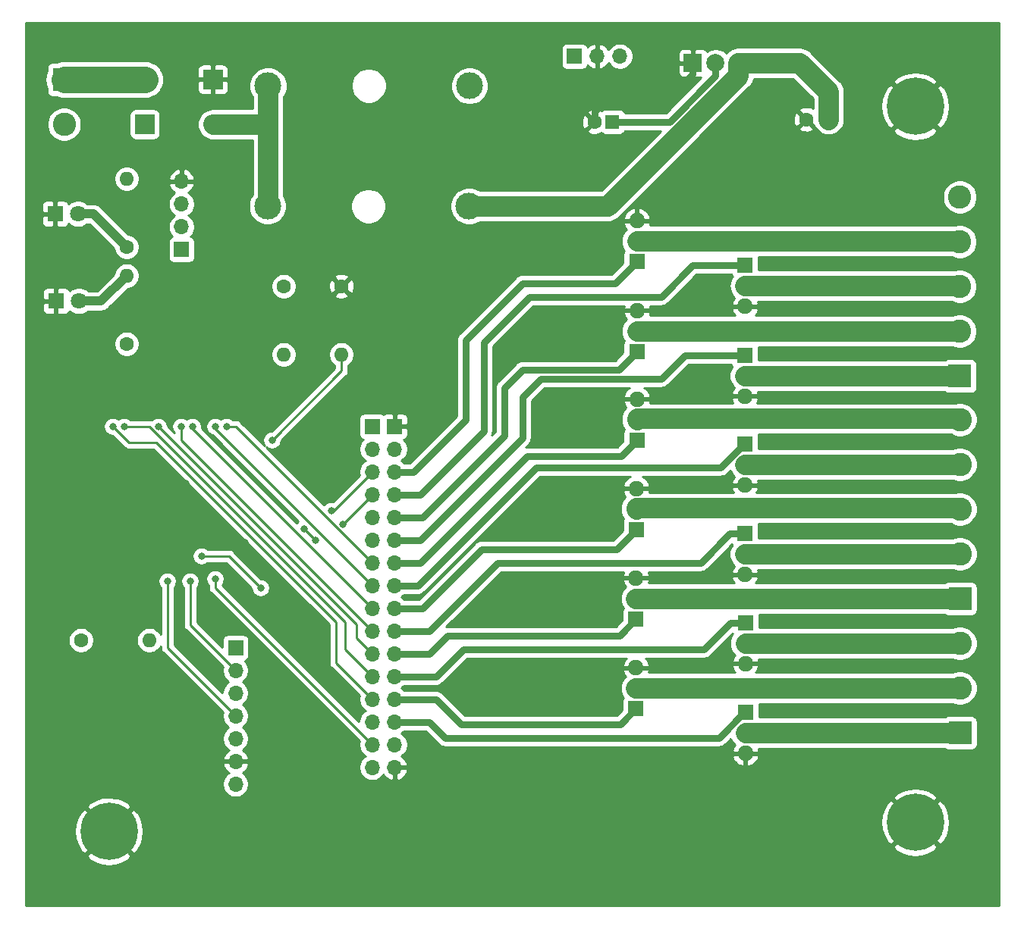
<source format=gbr>
%TF.GenerationSoftware,KiCad,Pcbnew,(5.1.10)-1*%
%TF.CreationDate,2022-01-27T04:55:15+01:00*%
%TF.ProjectId,_autosave-ESP32LedControllerRGBWWf_rJulia,5f617574-6f73-4617-9665-2d4553503332,rev?*%
%TF.SameCoordinates,Original*%
%TF.FileFunction,Copper,L2,Bot*%
%TF.FilePolarity,Positive*%
%FSLAX46Y46*%
G04 Gerber Fmt 4.6, Leading zero omitted, Abs format (unit mm)*
G04 Created by KiCad (PCBNEW (5.1.10)-1) date 2022-01-27 04:55:15*
%MOMM*%
%LPD*%
G01*
G04 APERTURE LIST*
%TA.AperFunction,ComponentPad*%
%ADD10C,6.400000*%
%TD*%
%TA.AperFunction,ComponentPad*%
%ADD11C,2.600000*%
%TD*%
%TA.AperFunction,ComponentPad*%
%ADD12R,2.600000X2.600000*%
%TD*%
%TA.AperFunction,ComponentPad*%
%ADD13C,1.800000*%
%TD*%
%TA.AperFunction,ComponentPad*%
%ADD14R,1.800000X1.800000*%
%TD*%
%TA.AperFunction,ComponentPad*%
%ADD15C,2.000000*%
%TD*%
%TA.AperFunction,ComponentPad*%
%ADD16R,2.000000X2.000000*%
%TD*%
%TA.AperFunction,ComponentPad*%
%ADD17O,1.600000X1.600000*%
%TD*%
%TA.AperFunction,ComponentPad*%
%ADD18C,1.600000*%
%TD*%
%TA.AperFunction,ComponentPad*%
%ADD19O,1.800000X1.717500*%
%TD*%
%TA.AperFunction,ComponentPad*%
%ADD20R,1.800000X1.717500*%
%TD*%
%TA.AperFunction,ComponentPad*%
%ADD21O,1.700000X1.700000*%
%TD*%
%TA.AperFunction,ComponentPad*%
%ADD22R,1.700000X1.700000*%
%TD*%
%TA.AperFunction,ComponentPad*%
%ADD23C,3.000000*%
%TD*%
%TA.AperFunction,ComponentPad*%
%ADD24O,2.200000X2.200000*%
%TD*%
%TA.AperFunction,ComponentPad*%
%ADD25R,2.200000X2.200000*%
%TD*%
%TA.AperFunction,ComponentPad*%
%ADD26R,1.600000X1.600000*%
%TD*%
%TA.AperFunction,ViaPad*%
%ADD27C,0.800000*%
%TD*%
%TA.AperFunction,Conductor*%
%ADD28C,0.750000*%
%TD*%
%TA.AperFunction,Conductor*%
%ADD29C,2.250000*%
%TD*%
%TA.AperFunction,Conductor*%
%ADD30C,1.000000*%
%TD*%
%TA.AperFunction,Conductor*%
%ADD31C,3.000000*%
%TD*%
%TA.AperFunction,Conductor*%
%ADD32C,0.250000*%
%TD*%
%TA.AperFunction,Conductor*%
%ADD33C,0.254000*%
%TD*%
%TA.AperFunction,Conductor*%
%ADD34C,0.100000*%
%TD*%
G04 APERTURE END LIST*
D10*
%TO.P,REF\u002A\u002A,1*%
%TO.N,GND*%
X180000000Y-60000000D03*
%TD*%
%TO.P,REF\u002A\u002A,1*%
%TO.N,GND*%
X180000000Y-140000000D03*
%TD*%
%TO.P,REF\u002A\u002A,1*%
%TO.N,GND*%
X90000000Y-141000000D03*
%TD*%
D11*
%TO.P,J2,6*%
%TO.N,Net-(J3-Pad1)*%
X185000000Y-95000000D03*
%TO.P,J2,7*%
%TO.N,Net-(J3-Pad2)*%
X185000000Y-100000000D03*
%TO.P,J2,8*%
%TO.N,Net-(J3-Pad3)*%
X185000000Y-105000000D03*
%TO.P,J2,9*%
%TO.N,Net-(J3-Pad4)*%
X185000000Y-110000000D03*
D12*
%TO.P,J2,10*%
%TO.N,Net-(J3-Pad5)*%
X185000000Y-115000000D03*
%TD*%
D13*
%TO.P,D2,2*%
%TO.N,Net-(D2-Pad2)*%
X86540000Y-72000000D03*
D14*
%TO.P,D2,1*%
%TO.N,GND*%
X84000000Y-72000000D03*
%TD*%
D11*
%TO.P,J2,11*%
%TO.N,Net-(J4-Pad1)*%
X185000000Y-120000000D03*
%TO.P,J2,12*%
%TO.N,Net-(J4-Pad2)*%
X185000000Y-125000000D03*
D12*
%TO.P,J2,13*%
%TO.N,Net-(J4-Pad3)*%
X185000000Y-130000000D03*
%TD*%
D15*
%TO.P,U2,3*%
%TO.N,Net-(C100nF1-Pad1)*%
X160255000Y-55150000D03*
%TO.P,U2,2*%
%TO.N,+3V3*%
X157715000Y-55150000D03*
D16*
%TO.P,U2,1*%
%TO.N,GND*%
X155175000Y-55150000D03*
%TD*%
D17*
%TO.P,R5,2*%
%TO.N,Net-(D4-Pad2)*%
X91975000Y-78905000D03*
D18*
%TO.P,R5,1*%
%TO.N,+3V3*%
X91975000Y-86525000D03*
%TD*%
D17*
%TO.P,R4,2*%
%TO.N,+12V*%
X91975000Y-68080000D03*
D18*
%TO.P,R4,1*%
%TO.N,Net-(D2-Pad2)*%
X91975000Y-75700000D03*
%TD*%
D17*
%TO.P,R3,2*%
%TO.N,Net-(R3-Pad2)*%
X115950000Y-87720000D03*
D18*
%TO.P,R3,1*%
%TO.N,GND*%
X115950000Y-80100000D03*
%TD*%
D17*
%TO.P,R2,2*%
%TO.N,Net-(R2-Pad2)*%
X94488000Y-119634000D03*
D18*
%TO.P,R2,1*%
%TO.N,+3V3*%
X86868000Y-119634000D03*
%TD*%
D17*
%TO.P,R1,2*%
%TO.N,Net-(R1-Pad2)*%
X109500000Y-87720000D03*
D18*
%TO.P,R1,1*%
%TO.N,+3V3*%
X109500000Y-80100000D03*
%TD*%
D19*
%TO.P,Q12,3*%
%TO.N,GND*%
X161041667Y-132290000D03*
%TO.P,Q12,2*%
%TO.N,Net-(J4-Pad3)*%
X161041667Y-130000000D03*
D20*
%TO.P,Q12,1*%
%TO.N,/OUT12*%
X161041667Y-127710000D03*
%TD*%
%TO.P,Q11,1*%
%TO.N,/OUT11*%
X148825000Y-127300000D03*
D19*
%TO.P,Q11,2*%
%TO.N,Net-(J4-Pad2)*%
X148825000Y-125010000D03*
%TO.P,Q11,3*%
%TO.N,GND*%
X148825000Y-122720000D03*
%TD*%
D20*
%TO.P,Q10,1*%
%TO.N,/OUT10*%
X161025000Y-117700000D03*
D19*
%TO.P,Q10,2*%
%TO.N,Net-(J4-Pad1)*%
X161025000Y-119990000D03*
%TO.P,Q10,3*%
%TO.N,GND*%
X161025000Y-122280000D03*
%TD*%
%TO.P,Q9,3*%
%TO.N,GND*%
X148825000Y-112695000D03*
%TO.P,Q9,2*%
%TO.N,Net-(J3-Pad5)*%
X148825000Y-114985000D03*
D20*
%TO.P,Q9,1*%
%TO.N,/OUT9*%
X148825000Y-117275000D03*
%TD*%
D19*
%TO.P,Q8,3*%
%TO.N,GND*%
X160975000Y-112305000D03*
%TO.P,Q8,2*%
%TO.N,Net-(J3-Pad4)*%
X160975000Y-110015000D03*
D20*
%TO.P,Q8,1*%
%TO.N,/OUT8*%
X160975000Y-107725000D03*
%TD*%
D19*
%TO.P,Q7,3*%
%TO.N,GND*%
X148850000Y-102695000D03*
%TO.P,Q7,2*%
%TO.N,Net-(J3-Pad3)*%
X148850000Y-104985000D03*
D20*
%TO.P,Q7,1*%
%TO.N,/OUT7*%
X148850000Y-107275000D03*
%TD*%
D19*
%TO.P,Q6,3*%
%TO.N,GND*%
X160975000Y-102305000D03*
%TO.P,Q6,2*%
%TO.N,Net-(J3-Pad2)*%
X160975000Y-100015000D03*
D20*
%TO.P,Q6,1*%
%TO.N,/OUT6*%
X160975000Y-97725000D03*
%TD*%
D19*
%TO.P,Q5,3*%
%TO.N,GND*%
X148925000Y-92695000D03*
%TO.P,Q5,2*%
%TO.N,Net-(J3-Pad1)*%
X148925000Y-94985000D03*
D20*
%TO.P,Q5,1*%
%TO.N,/OUT5*%
X148925000Y-97275000D03*
%TD*%
D19*
%TO.P,Q4,3*%
%TO.N,GND*%
X160975000Y-92380000D03*
%TO.P,Q4,2*%
%TO.N,Net-(J2-Pad5)*%
X160975000Y-90090000D03*
D20*
%TO.P,Q4,1*%
%TO.N,/OUT4*%
X160975000Y-87800000D03*
%TD*%
D19*
%TO.P,Q3,3*%
%TO.N,GND*%
X148925000Y-82820000D03*
%TO.P,Q3,2*%
%TO.N,Net-(J2-Pad4)*%
X148925000Y-85110000D03*
D20*
%TO.P,Q3,1*%
%TO.N,/OUT3*%
X148925000Y-87400000D03*
%TD*%
D19*
%TO.P,Q2,3*%
%TO.N,GND*%
X161000000Y-82330000D03*
%TO.P,Q2,2*%
%TO.N,Net-(J2-Pad3)*%
X161000000Y-80040000D03*
D20*
%TO.P,Q2,1*%
%TO.N,/OUT2*%
X161000000Y-77750000D03*
%TD*%
D19*
%TO.P,Q1,3*%
%TO.N,GND*%
X148925000Y-72770000D03*
%TO.P,Q1,2*%
%TO.N,Net-(J2-Pad2)*%
X148925000Y-75060000D03*
D20*
%TO.P,Q1,1*%
%TO.N,/OUT1*%
X148925000Y-77350000D03*
%TD*%
D21*
%TO.P,J7,7*%
%TO.N,+3V3*%
X104129000Y-135717000D03*
%TO.P,J7,6*%
%TO.N,GND*%
X104129000Y-133177000D03*
%TO.P,J7,5*%
%TO.N,+12V*%
X104129000Y-130637000D03*
%TO.P,J7,4*%
%TO.N,Net-(J9-Pad4)*%
X104129000Y-128097000D03*
%TO.P,J7,3*%
%TO.N,Net-(J9-Pad3)*%
X104129000Y-125557000D03*
%TO.P,J7,2*%
%TO.N,Net-(J9-Pad2)*%
X104129000Y-123017000D03*
D22*
%TO.P,J7,1*%
%TO.N,Net-(J9-Pad1)*%
X104129000Y-120477000D03*
%TD*%
D21*
%TO.P,J6,3*%
%TO.N,+3V3*%
X147030000Y-54400000D03*
%TO.P,J6,2*%
%TO.N,GND*%
X144490000Y-54400000D03*
D22*
%TO.P,J6,1*%
%TO.N,+12V*%
X141950000Y-54400000D03*
%TD*%
D21*
%TO.P,J5,16*%
%TO.N,GND*%
X121888000Y-133860000D03*
%TO.P,J5,15*%
%TO.N,+12V*%
X121888000Y-131320000D03*
%TO.P,J5,14*%
%TO.N,/OUT12*%
X121888000Y-128780000D03*
%TO.P,J5,13*%
%TO.N,/OUT11*%
X121888000Y-126240000D03*
%TO.P,J5,12*%
%TO.N,/OUT10*%
X121888000Y-123700000D03*
%TO.P,J5,11*%
%TO.N,/OUT9*%
X121888000Y-121160000D03*
%TO.P,J5,10*%
%TO.N,/OUT8*%
X121888000Y-118620000D03*
%TO.P,J5,9*%
%TO.N,/OUT7*%
X121888000Y-116080000D03*
%TO.P,J5,8*%
%TO.N,/OUT6*%
X121888000Y-113540000D03*
%TO.P,J5,7*%
%TO.N,/OUT5*%
X121888000Y-111000000D03*
%TO.P,J5,6*%
%TO.N,/OUT4*%
X121888000Y-108460000D03*
%TO.P,J5,5*%
%TO.N,/OUT3*%
X121888000Y-105920000D03*
%TO.P,J5,4*%
%TO.N,/OUT2*%
X121888000Y-103380000D03*
%TO.P,J5,3*%
%TO.N,/OUT1*%
X121888000Y-100840000D03*
%TO.P,J5,2*%
%TO.N,+3V3*%
X121888000Y-98300000D03*
D22*
%TO.P,J5,1*%
%TO.N,GND*%
X121888000Y-95760000D03*
%TD*%
D21*
%TO.P,J4,16*%
%TO.N,/IO27*%
X119375000Y-133850000D03*
%TO.P,J4,15*%
%TO.N,/IO26*%
X119375000Y-131310000D03*
%TO.P,J4,14*%
%TO.N,/IO25*%
X119375000Y-128770000D03*
%TO.P,J4,13*%
%TO.N,/IO23*%
X119375000Y-126230000D03*
%TO.P,J4,12*%
%TO.N,/IO22*%
X119375000Y-123690000D03*
%TO.P,J4,11*%
%TO.N,/IO21*%
X119375000Y-121150000D03*
%TO.P,J4,10*%
%TO.N,/IO19*%
X119375000Y-118610000D03*
%TO.P,J4,9*%
%TO.N,/IO18*%
X119375000Y-116070000D03*
%TO.P,J4,8*%
%TO.N,/IO17*%
X119375000Y-113530000D03*
%TO.P,J4,7*%
%TO.N,/IO16*%
X119375000Y-110990000D03*
%TO.P,J4,6*%
%TO.N,/IO15*%
X119375000Y-108450000D03*
%TO.P,J4,5*%
%TO.N,/IO14*%
X119375000Y-105910000D03*
%TO.P,J4,4*%
%TO.N,/IO13*%
X119375000Y-103370000D03*
%TO.P,J4,3*%
%TO.N,/IO12*%
X119375000Y-100830000D03*
%TO.P,J4,2*%
%TO.N,/IO5*%
X119375000Y-98290000D03*
D22*
%TO.P,J4,1*%
%TO.N,/IO4*%
X119375000Y-95750000D03*
%TD*%
D21*
%TO.P,J3,4*%
%TO.N,GND*%
X98100000Y-68380000D03*
%TO.P,J3,3*%
%TO.N,Net-(J5-Pad3)*%
X98100000Y-70920000D03*
%TO.P,J3,2*%
%TO.N,Net-(J5-Pad2)*%
X98100000Y-73460000D03*
D22*
%TO.P,J3,1*%
%TO.N,+3V3*%
X98100000Y-76000000D03*
%TD*%
D11*
%TO.P,J2,1*%
%TO.N,+12V*%
X184975000Y-70125000D03*
%TO.P,J2,2*%
%TO.N,Net-(J2-Pad2)*%
X184975000Y-75125000D03*
%TO.P,J2,3*%
%TO.N,Net-(J2-Pad3)*%
X184975000Y-80125000D03*
%TO.P,J2,4*%
%TO.N,Net-(J2-Pad4)*%
X184975000Y-85125000D03*
D12*
%TO.P,J2,5*%
%TO.N,Net-(J2-Pad5)*%
X184975000Y-90125000D03*
%TD*%
D11*
%TO.P,J1,2*%
%TO.N,Net-(D1-Pad1)*%
X85000000Y-62000000D03*
D12*
%TO.P,J1,1*%
%TO.N,Net-(D3-Pad2)*%
X85000000Y-57000000D03*
%TD*%
D23*
%TO.P,F2,2*%
%TO.N,Net-(D1-Pad2)*%
X107700000Y-71150000D03*
%TO.P,F2,1*%
%TO.N,Net-(C100nF1-Pad1)*%
X130200000Y-71150000D03*
%TD*%
%TO.P,F1,2*%
%TO.N,Net-(D1-Pad2)*%
X107750000Y-57700000D03*
%TO.P,F1,1*%
%TO.N,+12V*%
X130250000Y-57700000D03*
%TD*%
D13*
%TO.P,D4,2*%
%TO.N,Net-(D4-Pad2)*%
X86640000Y-81750000D03*
D14*
%TO.P,D4,1*%
%TO.N,GND*%
X84100000Y-81750000D03*
%TD*%
D24*
%TO.P,D3,2*%
%TO.N,Net-(D3-Pad2)*%
X93980000Y-57000000D03*
D25*
%TO.P,D3,1*%
%TO.N,GND*%
X101600000Y-57000000D03*
%TD*%
D24*
%TO.P,D1,2*%
%TO.N,Net-(D1-Pad2)*%
X101620000Y-62000000D03*
D25*
%TO.P,D1,1*%
%TO.N,Net-(D1-Pad1)*%
X94000000Y-62000000D03*
%TD*%
D18*
%TO.P,C10pF1,2*%
%TO.N,GND*%
X144200000Y-61725000D03*
D26*
%TO.P,C10pF1,1*%
%TO.N,+3V3*%
X146200000Y-61725000D03*
%TD*%
D18*
%TO.P,C100nF1,2*%
%TO.N,GND*%
X167825000Y-61450000D03*
D26*
%TO.P,C100nF1,1*%
%TO.N,Net-(C100nF1-Pad1)*%
X170325000Y-61450000D03*
%TD*%
D27*
%TO.N,GND*%
X88900000Y-110236000D03*
X105156000Y-108712000D03*
X88900000Y-95758000D03*
X94742000Y-102108000D03*
X95504000Y-102108000D03*
X96266000Y-102108000D03*
X97028000Y-102108000D03*
X97790000Y-102108000D03*
X98552000Y-102108000D03*
X98298000Y-102870000D03*
X97536000Y-102870000D03*
X96774000Y-102870000D03*
X96012000Y-102870000D03*
X95250000Y-102870000D03*
X94488000Y-102870000D03*
X94742000Y-103632000D03*
X95504000Y-103632000D03*
X96266000Y-103632000D03*
X97028000Y-103632000D03*
X97790000Y-103632000D03*
X98552000Y-103632000D03*
X98298000Y-104394000D03*
X97536000Y-104394000D03*
X96774000Y-104394000D03*
X96012000Y-104394000D03*
X95250000Y-104394000D03*
X94488000Y-104394000D03*
X94742000Y-105156000D03*
X95504000Y-105156000D03*
X96266000Y-105156000D03*
X97028000Y-105156000D03*
X97790000Y-105156000D03*
X98552000Y-105156000D03*
X98298000Y-105918000D03*
X97536000Y-105918000D03*
X96774000Y-105918000D03*
X96012000Y-105918000D03*
X95250000Y-105918000D03*
X94488000Y-105918000D03*
X87852000Y-126000000D03*
X93186000Y-126000000D03*
X98266000Y-82312000D03*
X104108000Y-82312000D03*
%TO.N,/IO26*%
X101854000Y-112776000D03*
%TO.N,/IO25*%
X100330000Y-110236000D03*
X106934000Y-113792000D03*
%TO.N,/IO23*%
X90424000Y-95758000D03*
%TO.N,/IO22*%
X91694000Y-95758000D03*
%TO.N,/IO21*%
X95504000Y-95758000D03*
%TO.N,/IO19*%
X98044000Y-95758000D03*
%TO.N,/IO18*%
X99314000Y-95758000D03*
%TO.N,/IO17*%
X101854000Y-95758000D03*
%TO.N,/IO16*%
X103124000Y-95758000D03*
%TO.N,/IO13*%
X111760000Y-107188000D03*
X113030000Y-108458000D03*
X116078000Y-106680000D03*
%TO.N,/IO12*%
X114808000Y-105156000D03*
%TO.N,Net-(J9-Pad4)*%
X96520000Y-113030000D03*
%TO.N,Net-(J9-Pad2)*%
X99060000Y-113030000D03*
%TO.N,Net-(R3-Pad2)*%
X108204000Y-97282000D03*
%TD*%
D28*
%TO.N,GND*%
X144200000Y-54690000D02*
X144490000Y-54400000D01*
X155175000Y-55150000D02*
X155175000Y-56391000D01*
X155175000Y-56391000D02*
X151606000Y-59960000D01*
X144200000Y-60593630D02*
X144200000Y-61725000D01*
X144833630Y-59960000D02*
X144200000Y-60593630D01*
X151606000Y-59960000D02*
X144833630Y-59960000D01*
D29*
%TO.N,Net-(C100nF1-Pad1)*%
X160255000Y-56564213D02*
X160255000Y-55150000D01*
X145669213Y-71150000D02*
X160255000Y-56564213D01*
X130200000Y-71150000D02*
X145669213Y-71150000D01*
X170325000Y-58400000D02*
X170325000Y-61450000D01*
X167075000Y-55150000D02*
X170325000Y-58400000D01*
X160255000Y-55150000D02*
X167075000Y-55150000D01*
D28*
%TO.N,+3V3*%
X152554213Y-61725000D02*
X146200000Y-61725000D01*
X157715000Y-56564213D02*
X152554213Y-61725000D01*
X157715000Y-55150000D02*
X157715000Y-56564213D01*
D29*
%TO.N,Net-(D1-Pad2)*%
X107750000Y-71100000D02*
X107700000Y-71150000D01*
X107425000Y-62000000D02*
X107750000Y-62325000D01*
X101620000Y-62000000D02*
X107425000Y-62000000D01*
X107750000Y-62325000D02*
X107750000Y-71100000D01*
X107750000Y-57700000D02*
X107750000Y-62325000D01*
D30*
%TO.N,Net-(D2-Pad2)*%
X88275000Y-72000000D02*
X91975000Y-75700000D01*
X86540000Y-72000000D02*
X88275000Y-72000000D01*
D31*
%TO.N,Net-(D3-Pad2)*%
X85000000Y-57000000D02*
X93980000Y-57000000D01*
D30*
%TO.N,Net-(D4-Pad2)*%
X89130000Y-81750000D02*
X91975000Y-78905000D01*
X86640000Y-81750000D02*
X89130000Y-81750000D01*
D29*
%TO.N,Net-(J2-Pad5)*%
X184940000Y-90090000D02*
X184975000Y-90125000D01*
X160975000Y-90090000D02*
X184940000Y-90090000D01*
%TO.N,Net-(J2-Pad4)*%
X162443752Y-85125000D02*
X184975000Y-85125000D01*
X162428752Y-85110000D02*
X162443752Y-85125000D01*
X148925000Y-85110000D02*
X162428752Y-85110000D01*
%TO.N,Net-(J2-Pad3)*%
X184890000Y-80040000D02*
X184975000Y-80125000D01*
X161000000Y-80040000D02*
X184890000Y-80040000D01*
%TO.N,Net-(J2-Pad2)*%
X184910000Y-75060000D02*
X184975000Y-75125000D01*
X148925000Y-75060000D02*
X184910000Y-75060000D01*
%TO.N,Net-(J3-Pad5)*%
X184985000Y-114985000D02*
X185000000Y-115000000D01*
X148825000Y-114985000D02*
X184985000Y-114985000D01*
%TO.N,Net-(J3-Pad4)*%
X184985000Y-110015000D02*
X185000000Y-110000000D01*
X160975000Y-110015000D02*
X184985000Y-110015000D01*
%TO.N,Net-(J3-Pad3)*%
X184985000Y-104985000D02*
X185000000Y-105000000D01*
X184878760Y-104878760D02*
X185000000Y-105000000D01*
X148867240Y-104878760D02*
X184878760Y-104878760D01*
X148850000Y-104896000D02*
X148867240Y-104878760D01*
X148850000Y-104985000D02*
X148850000Y-104896000D01*
%TO.N,Net-(J3-Pad2)*%
X184985000Y-100015000D02*
X185000000Y-100000000D01*
X160975000Y-100015000D02*
X184985000Y-100015000D01*
%TO.N,Net-(J3-Pad1)*%
X184878760Y-94878760D02*
X185000000Y-95000000D01*
X148961240Y-94878760D02*
X184878760Y-94878760D01*
X148925000Y-94915000D02*
X148961240Y-94878760D01*
X148925000Y-94985000D02*
X148925000Y-94915000D01*
%TO.N,Net-(J4-Pad3)*%
X161041667Y-130000000D02*
X185000000Y-130000000D01*
%TO.N,Net-(J4-Pad2)*%
X184990000Y-125010000D02*
X185000000Y-125000000D01*
X148825000Y-125010000D02*
X184990000Y-125010000D01*
%TO.N,Net-(J4-Pad1)*%
X184990000Y-119990000D02*
X185000000Y-120000000D01*
X161025000Y-119990000D02*
X184990000Y-119990000D01*
D32*
%TO.N,/IO26*%
X101854000Y-113789000D02*
X101854000Y-112776000D01*
X119375000Y-131310000D02*
X101854000Y-113789000D01*
%TO.N,/IO25*%
X103378000Y-110236000D02*
X100330000Y-110236000D01*
X106934000Y-113792000D02*
X103378000Y-110236000D01*
%TO.N,/IO23*%
X119375000Y-126230000D02*
X115316000Y-122171000D01*
X115316000Y-122171000D02*
X115316000Y-117602000D01*
X115316000Y-117602000D02*
X95250000Y-97536000D01*
X92202000Y-97536000D02*
X90424000Y-95758000D01*
X95250000Y-97536000D02*
X92202000Y-97536000D01*
%TO.N,/IO22*%
X91694000Y-95758000D02*
X94488000Y-95758000D01*
X94488000Y-95815002D02*
X116332000Y-117659002D01*
X94488000Y-95758000D02*
X94488000Y-95815002D01*
X116332000Y-120647000D02*
X119375000Y-123690000D01*
X116332000Y-117659002D02*
X116332000Y-120647000D01*
%TO.N,/IO21*%
X119375000Y-121150000D02*
X117602000Y-119377000D01*
X117602000Y-117856000D02*
X95504000Y-95758000D01*
X117602000Y-119377000D02*
X117602000Y-117856000D01*
%TO.N,/IO19*%
X98044000Y-97279000D02*
X119375000Y-118610000D01*
X98044000Y-95758000D02*
X98044000Y-97279000D01*
%TO.N,/IO18*%
X99314000Y-96009000D02*
X99314000Y-95758000D01*
X119375000Y-116070000D02*
X99314000Y-96009000D01*
%TO.N,/IO17*%
X101854000Y-96009000D02*
X101854000Y-95758000D01*
X119375000Y-113530000D02*
X101854000Y-96009000D01*
%TO.N,/IO16*%
X104143000Y-95758000D02*
X103124000Y-95758000D01*
X119375000Y-110990000D02*
X104143000Y-95758000D01*
%TO.N,/IO13*%
X116078000Y-106667000D02*
X116078000Y-106680000D01*
X119375000Y-103370000D02*
X116078000Y-106667000D01*
X113030000Y-108458000D02*
X111760000Y-107188000D01*
%TO.N,/IO12*%
X119375000Y-100830000D02*
X115062000Y-105143000D01*
D28*
%TO.N,/OUT1*%
X121888000Y-100840000D02*
X123950000Y-100840000D01*
X123950000Y-100840000D02*
X129794000Y-94996000D01*
X129794000Y-94996000D02*
X129794000Y-86106000D01*
X129794000Y-86106000D02*
X136144000Y-79756000D01*
X146519000Y-79756000D02*
X148925000Y-77350000D01*
X136144000Y-79756000D02*
X146519000Y-79756000D01*
%TO.N,/OUT2*%
X121888000Y-103380000D02*
X124712000Y-103380000D01*
X124712000Y-103380000D02*
X131826000Y-96266000D01*
X131826000Y-96266000D02*
X131826000Y-86360000D01*
X131826000Y-86360000D02*
X136906000Y-81280000D01*
X155168000Y-77750000D02*
X161000000Y-77750000D01*
X151638000Y-81280000D02*
X155168000Y-77750000D01*
X136906000Y-81280000D02*
X151638000Y-81280000D01*
%TO.N,/OUT3*%
X121888000Y-105920000D02*
X124966000Y-105920000D01*
X124966000Y-105920000D02*
X134112000Y-96774000D01*
X134112000Y-96774000D02*
X134112000Y-91440000D01*
X134112000Y-91440000D02*
X136144000Y-89408000D01*
X146917000Y-89408000D02*
X148925000Y-87400000D01*
X136144000Y-89408000D02*
X146917000Y-89408000D01*
%TO.N,/OUT4*%
X121888000Y-108460000D02*
X124712000Y-108460000D01*
X124712000Y-108460000D02*
X136144000Y-97028000D01*
X136144000Y-97028000D02*
X136144000Y-92456000D01*
X136144000Y-92456000D02*
X138176000Y-90424000D01*
X138176000Y-90424000D02*
X151638000Y-90424000D01*
X154262000Y-87800000D02*
X160975000Y-87800000D01*
X151638000Y-90424000D02*
X154262000Y-87800000D01*
%TO.N,/OUT5*%
X121888000Y-111000000D02*
X124712000Y-111000000D01*
X124712000Y-111000000D02*
X136652000Y-99060000D01*
X147140000Y-99060000D02*
X148925000Y-97275000D01*
X136652000Y-99060000D02*
X147140000Y-99060000D01*
%TO.N,/OUT6*%
X121888000Y-113540000D02*
X124458000Y-113540000D01*
X124458000Y-113540000D02*
X137668000Y-100330000D01*
X158255823Y-100330000D02*
X160860823Y-97725000D01*
X160860823Y-97725000D02*
X160975000Y-97725000D01*
X137668000Y-100330000D02*
X158255823Y-100330000D01*
%TO.N,/OUT7*%
X121888000Y-116080000D02*
X124966000Y-116080000D01*
X124966000Y-116080000D02*
X131572000Y-109474000D01*
X146651000Y-109474000D02*
X148850000Y-107275000D01*
X131572000Y-109474000D02*
X146651000Y-109474000D01*
%TO.N,/OUT8*%
X121888000Y-118620000D02*
X125728000Y-118620000D01*
X125728000Y-118620000D02*
X133350000Y-110998000D01*
X159325000Y-107725000D02*
X160975000Y-107725000D01*
X156052000Y-110998000D02*
X159325000Y-107725000D01*
X133350000Y-110998000D02*
X156052000Y-110998000D01*
%TO.N,/OUT9*%
X121888000Y-121160000D02*
X125728000Y-121160000D01*
X125728000Y-121160000D02*
X127762000Y-119126000D01*
X146974000Y-119126000D02*
X148825000Y-117275000D01*
X127762000Y-119126000D02*
X146974000Y-119126000D01*
%TO.N,/OUT10*%
X121888000Y-123700000D02*
X126490000Y-123700000D01*
X126490000Y-123700000D02*
X129540000Y-120650000D01*
X159375000Y-117700000D02*
X161025000Y-117700000D01*
X156425000Y-120650000D02*
X159375000Y-117700000D01*
X129540000Y-120650000D02*
X156425000Y-120650000D01*
%TO.N,/OUT11*%
X121888000Y-126240000D02*
X126494000Y-126240000D01*
X126494000Y-126240000D02*
X129286000Y-129032000D01*
X147093000Y-129032000D02*
X148825000Y-127300000D01*
X129286000Y-129032000D02*
X147093000Y-129032000D01*
%TO.N,/OUT12*%
X121888000Y-128780000D02*
X125732000Y-128780000D01*
X125732000Y-128780000D02*
X127508000Y-130556000D01*
X158081490Y-130556000D02*
X160927490Y-127710000D01*
X160927490Y-127710000D02*
X161041667Y-127710000D01*
X127508000Y-130556000D02*
X158081490Y-130556000D01*
D32*
%TO.N,Net-(J9-Pad4)*%
X96520000Y-120488000D02*
X104129000Y-128097000D01*
X96520000Y-113030000D02*
X96520000Y-120488000D01*
%TO.N,Net-(J9-Pad2)*%
X99060000Y-117948000D02*
X104129000Y-123017000D01*
X99060000Y-113030000D02*
X99060000Y-117948000D01*
%TO.N,Net-(R3-Pad2)*%
X115950000Y-89536000D02*
X108204000Y-97282000D01*
X115950000Y-87720000D02*
X115950000Y-89536000D01*
%TD*%
D33*
%TO.N,GND*%
X189315000Y-149315000D02*
X80685000Y-149315000D01*
X80685000Y-143700881D01*
X87478724Y-143700881D01*
X87838912Y-144190548D01*
X88502882Y-144550849D01*
X89224385Y-144774694D01*
X89975695Y-144853480D01*
X90727938Y-144784178D01*
X91452208Y-144569452D01*
X92120670Y-144217555D01*
X92161088Y-144190548D01*
X92521276Y-143700881D01*
X90000000Y-141179605D01*
X87478724Y-143700881D01*
X80685000Y-143700881D01*
X80685000Y-140975695D01*
X86146520Y-140975695D01*
X86215822Y-141727938D01*
X86430548Y-142452208D01*
X86782445Y-143120670D01*
X86809452Y-143161088D01*
X87299119Y-143521276D01*
X89820395Y-141000000D01*
X90179605Y-141000000D01*
X92700881Y-143521276D01*
X93190548Y-143161088D01*
X93440277Y-142700881D01*
X177478724Y-142700881D01*
X177838912Y-143190548D01*
X178502882Y-143550849D01*
X179224385Y-143774694D01*
X179975695Y-143853480D01*
X180727938Y-143784178D01*
X181452208Y-143569452D01*
X182120670Y-143217555D01*
X182161088Y-143190548D01*
X182521276Y-142700881D01*
X180000000Y-140179605D01*
X177478724Y-142700881D01*
X93440277Y-142700881D01*
X93550849Y-142497118D01*
X93774694Y-141775615D01*
X93853480Y-141024305D01*
X93784178Y-140272062D01*
X93696314Y-139975695D01*
X176146520Y-139975695D01*
X176215822Y-140727938D01*
X176430548Y-141452208D01*
X176782445Y-142120670D01*
X176809452Y-142161088D01*
X177299119Y-142521276D01*
X179820395Y-140000000D01*
X180179605Y-140000000D01*
X182700881Y-142521276D01*
X183190548Y-142161088D01*
X183550849Y-141497118D01*
X183774694Y-140775615D01*
X183853480Y-140024305D01*
X183784178Y-139272062D01*
X183569452Y-138547792D01*
X183217555Y-137879330D01*
X183190548Y-137838912D01*
X182700881Y-137478724D01*
X180179605Y-140000000D01*
X179820395Y-140000000D01*
X177299119Y-137478724D01*
X176809452Y-137838912D01*
X176449151Y-138502882D01*
X176225306Y-139224385D01*
X176146520Y-139975695D01*
X93696314Y-139975695D01*
X93569452Y-139547792D01*
X93217555Y-138879330D01*
X93190548Y-138838912D01*
X92700881Y-138478724D01*
X90179605Y-141000000D01*
X89820395Y-141000000D01*
X87299119Y-138478724D01*
X86809452Y-138838912D01*
X86449151Y-139502882D01*
X86225306Y-140224385D01*
X86146520Y-140975695D01*
X80685000Y-140975695D01*
X80685000Y-138299119D01*
X87478724Y-138299119D01*
X90000000Y-140820395D01*
X92521276Y-138299119D01*
X92161088Y-137809452D01*
X91497118Y-137449151D01*
X91013531Y-137299119D01*
X177478724Y-137299119D01*
X180000000Y-139820395D01*
X182521276Y-137299119D01*
X182161088Y-136809452D01*
X181497118Y-136449151D01*
X180775615Y-136225306D01*
X180024305Y-136146520D01*
X179272062Y-136215822D01*
X178547792Y-136430548D01*
X177879330Y-136782445D01*
X177838912Y-136809452D01*
X177478724Y-137299119D01*
X91013531Y-137299119D01*
X90775615Y-137225306D01*
X90024305Y-137146520D01*
X89272062Y-137215822D01*
X88547792Y-137430548D01*
X87879330Y-137782445D01*
X87838912Y-137809452D01*
X87478724Y-138299119D01*
X80685000Y-138299119D01*
X80685000Y-135570740D01*
X102644000Y-135570740D01*
X102644000Y-135863260D01*
X102701068Y-136150158D01*
X102813010Y-136420411D01*
X102975525Y-136663632D01*
X103182368Y-136870475D01*
X103425589Y-137032990D01*
X103695842Y-137144932D01*
X103982740Y-137202000D01*
X104275260Y-137202000D01*
X104562158Y-137144932D01*
X104832411Y-137032990D01*
X105075632Y-136870475D01*
X105282475Y-136663632D01*
X105444990Y-136420411D01*
X105556932Y-136150158D01*
X105614000Y-135863260D01*
X105614000Y-135570740D01*
X105556932Y-135283842D01*
X105444990Y-135013589D01*
X105282475Y-134770368D01*
X105075632Y-134563525D01*
X104893466Y-134441805D01*
X105010355Y-134372178D01*
X105226588Y-134177269D01*
X105400641Y-133943920D01*
X105525825Y-133681099D01*
X105570476Y-133533890D01*
X105449155Y-133304000D01*
X104256000Y-133304000D01*
X104256000Y-133324000D01*
X104002000Y-133324000D01*
X104002000Y-133304000D01*
X102808845Y-133304000D01*
X102687524Y-133533890D01*
X102732175Y-133681099D01*
X102857359Y-133943920D01*
X103031412Y-134177269D01*
X103247645Y-134372178D01*
X103364534Y-134441805D01*
X103182368Y-134563525D01*
X102975525Y-134770368D01*
X102813010Y-135013589D01*
X102701068Y-135283842D01*
X102644000Y-135570740D01*
X80685000Y-135570740D01*
X80685000Y-119492665D01*
X85433000Y-119492665D01*
X85433000Y-119775335D01*
X85488147Y-120052574D01*
X85596320Y-120313727D01*
X85753363Y-120548759D01*
X85953241Y-120748637D01*
X86188273Y-120905680D01*
X86449426Y-121013853D01*
X86726665Y-121069000D01*
X87009335Y-121069000D01*
X87286574Y-121013853D01*
X87547727Y-120905680D01*
X87782759Y-120748637D01*
X87982637Y-120548759D01*
X88139680Y-120313727D01*
X88247853Y-120052574D01*
X88303000Y-119775335D01*
X88303000Y-119492665D01*
X93053000Y-119492665D01*
X93053000Y-119775335D01*
X93108147Y-120052574D01*
X93216320Y-120313727D01*
X93373363Y-120548759D01*
X93573241Y-120748637D01*
X93808273Y-120905680D01*
X94069426Y-121013853D01*
X94346665Y-121069000D01*
X94629335Y-121069000D01*
X94906574Y-121013853D01*
X95167727Y-120905680D01*
X95402759Y-120748637D01*
X95602637Y-120548759D01*
X95759680Y-120313727D01*
X95760001Y-120312952D01*
X95760001Y-120450668D01*
X95756324Y-120488000D01*
X95770998Y-120636985D01*
X95814454Y-120780246D01*
X95885026Y-120912276D01*
X95925839Y-120962006D01*
X95980000Y-121028001D01*
X96008998Y-121051799D01*
X102687790Y-127730592D01*
X102644000Y-127950740D01*
X102644000Y-128243260D01*
X102701068Y-128530158D01*
X102813010Y-128800411D01*
X102975525Y-129043632D01*
X103182368Y-129250475D01*
X103356760Y-129367000D01*
X103182368Y-129483525D01*
X102975525Y-129690368D01*
X102813010Y-129933589D01*
X102701068Y-130203842D01*
X102644000Y-130490740D01*
X102644000Y-130783260D01*
X102701068Y-131070158D01*
X102813010Y-131340411D01*
X102975525Y-131583632D01*
X103182368Y-131790475D01*
X103364534Y-131912195D01*
X103247645Y-131981822D01*
X103031412Y-132176731D01*
X102857359Y-132410080D01*
X102732175Y-132672901D01*
X102687524Y-132820110D01*
X102808845Y-133050000D01*
X104002000Y-133050000D01*
X104002000Y-133030000D01*
X104256000Y-133030000D01*
X104256000Y-133050000D01*
X105449155Y-133050000D01*
X105570476Y-132820110D01*
X105525825Y-132672901D01*
X105400641Y-132410080D01*
X105226588Y-132176731D01*
X105010355Y-131981822D01*
X104893466Y-131912195D01*
X105075632Y-131790475D01*
X105282475Y-131583632D01*
X105444990Y-131340411D01*
X105556932Y-131070158D01*
X105614000Y-130783260D01*
X105614000Y-130490740D01*
X105556932Y-130203842D01*
X105444990Y-129933589D01*
X105282475Y-129690368D01*
X105075632Y-129483525D01*
X104901240Y-129367000D01*
X105075632Y-129250475D01*
X105282475Y-129043632D01*
X105444990Y-128800411D01*
X105556932Y-128530158D01*
X105614000Y-128243260D01*
X105614000Y-127950740D01*
X105556932Y-127663842D01*
X105444990Y-127393589D01*
X105282475Y-127150368D01*
X105075632Y-126943525D01*
X104901240Y-126827000D01*
X105075632Y-126710475D01*
X105282475Y-126503632D01*
X105444990Y-126260411D01*
X105556932Y-125990158D01*
X105614000Y-125703260D01*
X105614000Y-125410740D01*
X105556932Y-125123842D01*
X105444990Y-124853589D01*
X105282475Y-124610368D01*
X105075632Y-124403525D01*
X104901240Y-124287000D01*
X105075632Y-124170475D01*
X105282475Y-123963632D01*
X105444990Y-123720411D01*
X105556932Y-123450158D01*
X105614000Y-123163260D01*
X105614000Y-122870740D01*
X105556932Y-122583842D01*
X105444990Y-122313589D01*
X105282475Y-122070368D01*
X105150620Y-121938513D01*
X105223180Y-121916502D01*
X105333494Y-121857537D01*
X105430185Y-121778185D01*
X105509537Y-121681494D01*
X105568502Y-121571180D01*
X105604812Y-121451482D01*
X105617072Y-121327000D01*
X105617072Y-119627000D01*
X105604812Y-119502518D01*
X105568502Y-119382820D01*
X105509537Y-119272506D01*
X105430185Y-119175815D01*
X105333494Y-119096463D01*
X105223180Y-119037498D01*
X105103482Y-119001188D01*
X104979000Y-118988928D01*
X103279000Y-118988928D01*
X103154518Y-119001188D01*
X103034820Y-119037498D01*
X102924506Y-119096463D01*
X102827815Y-119175815D01*
X102748463Y-119272506D01*
X102689498Y-119382820D01*
X102653188Y-119502518D01*
X102640928Y-119627000D01*
X102640928Y-120454126D01*
X99820000Y-117633199D01*
X99820000Y-113733711D01*
X99863937Y-113689774D01*
X99977205Y-113520256D01*
X100055226Y-113331898D01*
X100095000Y-113131939D01*
X100095000Y-112928061D01*
X100055226Y-112728102D01*
X99977205Y-112539744D01*
X99863937Y-112370226D01*
X99719774Y-112226063D01*
X99550256Y-112112795D01*
X99361898Y-112034774D01*
X99161939Y-111995000D01*
X98958061Y-111995000D01*
X98758102Y-112034774D01*
X98569744Y-112112795D01*
X98400226Y-112226063D01*
X98256063Y-112370226D01*
X98142795Y-112539744D01*
X98064774Y-112728102D01*
X98025000Y-112928061D01*
X98025000Y-113131939D01*
X98064774Y-113331898D01*
X98142795Y-113520256D01*
X98256063Y-113689774D01*
X98300000Y-113733711D01*
X98300001Y-117910668D01*
X98296324Y-117948000D01*
X98300001Y-117985333D01*
X98304034Y-118026275D01*
X98310998Y-118096985D01*
X98354454Y-118240246D01*
X98425026Y-118372276D01*
X98486270Y-118446901D01*
X98520000Y-118488001D01*
X98548998Y-118511799D01*
X102687790Y-122650592D01*
X102644000Y-122870740D01*
X102644000Y-123163260D01*
X102701068Y-123450158D01*
X102813010Y-123720411D01*
X102975525Y-123963632D01*
X103182368Y-124170475D01*
X103356760Y-124287000D01*
X103182368Y-124403525D01*
X102975525Y-124610368D01*
X102813010Y-124853589D01*
X102701068Y-125123842D01*
X102644000Y-125410740D01*
X102644000Y-125537198D01*
X97280000Y-120173199D01*
X97280000Y-113733711D01*
X97323937Y-113689774D01*
X97437205Y-113520256D01*
X97515226Y-113331898D01*
X97555000Y-113131939D01*
X97555000Y-112928061D01*
X97515226Y-112728102D01*
X97437205Y-112539744D01*
X97323937Y-112370226D01*
X97179774Y-112226063D01*
X97010256Y-112112795D01*
X96821898Y-112034774D01*
X96621939Y-111995000D01*
X96418061Y-111995000D01*
X96218102Y-112034774D01*
X96029744Y-112112795D01*
X95860226Y-112226063D01*
X95716063Y-112370226D01*
X95602795Y-112539744D01*
X95524774Y-112728102D01*
X95485000Y-112928061D01*
X95485000Y-113131939D01*
X95524774Y-113331898D01*
X95602795Y-113520256D01*
X95716063Y-113689774D01*
X95760000Y-113733711D01*
X95760001Y-118955047D01*
X95759680Y-118954273D01*
X95602637Y-118719241D01*
X95402759Y-118519363D01*
X95167727Y-118362320D01*
X94906574Y-118254147D01*
X94629335Y-118199000D01*
X94346665Y-118199000D01*
X94069426Y-118254147D01*
X93808273Y-118362320D01*
X93573241Y-118519363D01*
X93373363Y-118719241D01*
X93216320Y-118954273D01*
X93108147Y-119215426D01*
X93053000Y-119492665D01*
X88303000Y-119492665D01*
X88247853Y-119215426D01*
X88139680Y-118954273D01*
X87982637Y-118719241D01*
X87782759Y-118519363D01*
X87547727Y-118362320D01*
X87286574Y-118254147D01*
X87009335Y-118199000D01*
X86726665Y-118199000D01*
X86449426Y-118254147D01*
X86188273Y-118362320D01*
X85953241Y-118519363D01*
X85753363Y-118719241D01*
X85596320Y-118954273D01*
X85488147Y-119215426D01*
X85433000Y-119492665D01*
X80685000Y-119492665D01*
X80685000Y-110134061D01*
X99295000Y-110134061D01*
X99295000Y-110337939D01*
X99334774Y-110537898D01*
X99412795Y-110726256D01*
X99526063Y-110895774D01*
X99670226Y-111039937D01*
X99839744Y-111153205D01*
X100028102Y-111231226D01*
X100228061Y-111271000D01*
X100431939Y-111271000D01*
X100631898Y-111231226D01*
X100820256Y-111153205D01*
X100989774Y-111039937D01*
X101033711Y-110996000D01*
X103063199Y-110996000D01*
X105899000Y-113831803D01*
X105899000Y-113893939D01*
X105938774Y-114093898D01*
X106016795Y-114282256D01*
X106130063Y-114451774D01*
X106274226Y-114595937D01*
X106443744Y-114709205D01*
X106632102Y-114787226D01*
X106832061Y-114827000D01*
X107035939Y-114827000D01*
X107235898Y-114787226D01*
X107424256Y-114709205D01*
X107593774Y-114595937D01*
X107737937Y-114451774D01*
X107851205Y-114282256D01*
X107929226Y-114093898D01*
X107969000Y-113893939D01*
X107969000Y-113690061D01*
X107929226Y-113490102D01*
X107851205Y-113301744D01*
X107737937Y-113132226D01*
X107593774Y-112988063D01*
X107424256Y-112874795D01*
X107235898Y-112796774D01*
X107035939Y-112757000D01*
X106973803Y-112757000D01*
X103941804Y-109725003D01*
X103918001Y-109695999D01*
X103802276Y-109601026D01*
X103670247Y-109530454D01*
X103526986Y-109486997D01*
X103415333Y-109476000D01*
X103415322Y-109476000D01*
X103378000Y-109472324D01*
X103340678Y-109476000D01*
X101033711Y-109476000D01*
X100989774Y-109432063D01*
X100820256Y-109318795D01*
X100631898Y-109240774D01*
X100431939Y-109201000D01*
X100228061Y-109201000D01*
X100028102Y-109240774D01*
X99839744Y-109318795D01*
X99670226Y-109432063D01*
X99526063Y-109576226D01*
X99412795Y-109745744D01*
X99334774Y-109934102D01*
X99295000Y-110134061D01*
X80685000Y-110134061D01*
X80685000Y-95656061D01*
X89389000Y-95656061D01*
X89389000Y-95859939D01*
X89428774Y-96059898D01*
X89506795Y-96248256D01*
X89620063Y-96417774D01*
X89764226Y-96561937D01*
X89933744Y-96675205D01*
X90122102Y-96753226D01*
X90322061Y-96793000D01*
X90384199Y-96793000D01*
X91638200Y-98047002D01*
X91661999Y-98076001D01*
X91777724Y-98170974D01*
X91909753Y-98241546D01*
X92053014Y-98285003D01*
X92164667Y-98296000D01*
X92164675Y-98296000D01*
X92202000Y-98299676D01*
X92239325Y-98296000D01*
X94935199Y-98296000D01*
X114556001Y-117916803D01*
X114556000Y-122133677D01*
X114552324Y-122171000D01*
X114556000Y-122208322D01*
X114556000Y-122208332D01*
X114566997Y-122319985D01*
X114610454Y-122463246D01*
X114681026Y-122595276D01*
X114713627Y-122635000D01*
X114775999Y-122711001D01*
X114805003Y-122734804D01*
X117933790Y-125863592D01*
X117890000Y-126083740D01*
X117890000Y-126376260D01*
X117947068Y-126663158D01*
X118059010Y-126933411D01*
X118221525Y-127176632D01*
X118428368Y-127383475D01*
X118602760Y-127500000D01*
X118428368Y-127616525D01*
X118221525Y-127823368D01*
X118059010Y-128066589D01*
X117947068Y-128336842D01*
X117890000Y-128623740D01*
X117890000Y-128750198D01*
X102616756Y-113476955D01*
X102657937Y-113435774D01*
X102771205Y-113266256D01*
X102849226Y-113077898D01*
X102889000Y-112877939D01*
X102889000Y-112674061D01*
X102849226Y-112474102D01*
X102771205Y-112285744D01*
X102657937Y-112116226D01*
X102513774Y-111972063D01*
X102344256Y-111858795D01*
X102155898Y-111780774D01*
X101955939Y-111741000D01*
X101752061Y-111741000D01*
X101552102Y-111780774D01*
X101363744Y-111858795D01*
X101194226Y-111972063D01*
X101050063Y-112116226D01*
X100936795Y-112285744D01*
X100858774Y-112474102D01*
X100819000Y-112674061D01*
X100819000Y-112877939D01*
X100858774Y-113077898D01*
X100936795Y-113266256D01*
X101050063Y-113435774D01*
X101094000Y-113479711D01*
X101094000Y-113751677D01*
X101090324Y-113789000D01*
X101094000Y-113826322D01*
X101094000Y-113826332D01*
X101104997Y-113937985D01*
X101124557Y-114002466D01*
X101148454Y-114081246D01*
X101219026Y-114213276D01*
X101255429Y-114257633D01*
X101313999Y-114329001D01*
X101343003Y-114352804D01*
X117933790Y-130943592D01*
X117890000Y-131163740D01*
X117890000Y-131456260D01*
X117947068Y-131743158D01*
X118059010Y-132013411D01*
X118221525Y-132256632D01*
X118428368Y-132463475D01*
X118602760Y-132580000D01*
X118428368Y-132696525D01*
X118221525Y-132903368D01*
X118059010Y-133146589D01*
X117947068Y-133416842D01*
X117890000Y-133703740D01*
X117890000Y-133996260D01*
X117947068Y-134283158D01*
X118059010Y-134553411D01*
X118221525Y-134796632D01*
X118428368Y-135003475D01*
X118671589Y-135165990D01*
X118941842Y-135277932D01*
X119228740Y-135335000D01*
X119521260Y-135335000D01*
X119808158Y-135277932D01*
X120078411Y-135165990D01*
X120321632Y-135003475D01*
X120528475Y-134796632D01*
X120629817Y-134644963D01*
X120790412Y-134860269D01*
X121006645Y-135055178D01*
X121256748Y-135204157D01*
X121531109Y-135301481D01*
X121761000Y-135180814D01*
X121761000Y-133987000D01*
X122015000Y-133987000D01*
X122015000Y-135180814D01*
X122244891Y-135301481D01*
X122519252Y-135204157D01*
X122769355Y-135055178D01*
X122985588Y-134860269D01*
X123159641Y-134626920D01*
X123284825Y-134364099D01*
X123329476Y-134216890D01*
X123208155Y-133987000D01*
X122015000Y-133987000D01*
X121761000Y-133987000D01*
X121741000Y-133987000D01*
X121741000Y-133733000D01*
X121761000Y-133733000D01*
X121761000Y-133713000D01*
X122015000Y-133713000D01*
X122015000Y-133733000D01*
X123208155Y-133733000D01*
X123329476Y-133503110D01*
X123284825Y-133355901D01*
X123159641Y-133093080D01*
X122985588Y-132859731D01*
X122769355Y-132664822D01*
X122741558Y-132648264D01*
X159550267Y-132648264D01*
X159611289Y-132835973D01*
X159744495Y-133096488D01*
X159925965Y-133326010D01*
X160148726Y-133515718D01*
X160404217Y-133658323D01*
X160682619Y-133748344D01*
X160914667Y-133621354D01*
X160914667Y-132417000D01*
X161168667Y-132417000D01*
X161168667Y-133621354D01*
X161400715Y-133748344D01*
X161679117Y-133658323D01*
X161934608Y-133515718D01*
X162157369Y-133326010D01*
X162338839Y-133096488D01*
X162472045Y-132835973D01*
X162533067Y-132648264D01*
X162411862Y-132417000D01*
X161168667Y-132417000D01*
X160914667Y-132417000D01*
X159671472Y-132417000D01*
X159550267Y-132648264D01*
X122741558Y-132648264D01*
X122652466Y-132595195D01*
X122834632Y-132473475D01*
X123041475Y-132266632D01*
X123203990Y-132023411D01*
X123315932Y-131753158D01*
X123373000Y-131466260D01*
X123373000Y-131173740D01*
X123315932Y-130886842D01*
X123203990Y-130616589D01*
X123041475Y-130373368D01*
X122834632Y-130166525D01*
X122660240Y-130050000D01*
X122834632Y-129933475D01*
X122978107Y-129790000D01*
X125313645Y-129790000D01*
X126758739Y-131235094D01*
X126790367Y-131273633D01*
X126944160Y-131399847D01*
X127119620Y-131493632D01*
X127310006Y-131551385D01*
X127458392Y-131566000D01*
X127458394Y-131566000D01*
X127507999Y-131570886D01*
X127557604Y-131566000D01*
X158031882Y-131566000D01*
X158081490Y-131570886D01*
X158279484Y-131551385D01*
X158303236Y-131544180D01*
X158469870Y-131493632D01*
X158645330Y-131399847D01*
X158799123Y-131273633D01*
X158830751Y-131235094D01*
X159403418Y-130662427D01*
X159407772Y-130676781D01*
X159571201Y-130982534D01*
X159791138Y-131250529D01*
X159874567Y-131318997D01*
X159744495Y-131483512D01*
X159611289Y-131744027D01*
X159550267Y-131931736D01*
X159671472Y-132163000D01*
X160914667Y-132163000D01*
X160914667Y-132143000D01*
X161168667Y-132143000D01*
X161168667Y-132163000D01*
X162411862Y-132163000D01*
X162533067Y-131931736D01*
X162477238Y-131760000D01*
X183259556Y-131760000D01*
X183345506Y-131830537D01*
X183455820Y-131889502D01*
X183575518Y-131925812D01*
X183700000Y-131938072D01*
X186300000Y-131938072D01*
X186424482Y-131925812D01*
X186544180Y-131889502D01*
X186654494Y-131830537D01*
X186751185Y-131751185D01*
X186830537Y-131654494D01*
X186889502Y-131544180D01*
X186925812Y-131424482D01*
X186938072Y-131300000D01*
X186938072Y-128700000D01*
X186925812Y-128575518D01*
X186889502Y-128455820D01*
X186830537Y-128345506D01*
X186751185Y-128248815D01*
X186654494Y-128169463D01*
X186544180Y-128110498D01*
X186424482Y-128074188D01*
X186300000Y-128061928D01*
X183700000Y-128061928D01*
X183575518Y-128074188D01*
X183455820Y-128110498D01*
X183345506Y-128169463D01*
X183259556Y-128240000D01*
X162579739Y-128240000D01*
X162579739Y-126851250D01*
X162571737Y-126770000D01*
X184216759Y-126770000D01*
X184435581Y-126860639D01*
X184809419Y-126935000D01*
X185190581Y-126935000D01*
X185564419Y-126860639D01*
X185916566Y-126714775D01*
X186233491Y-126503013D01*
X186503013Y-126233491D01*
X186714775Y-125916566D01*
X186860639Y-125564419D01*
X186935000Y-125190581D01*
X186935000Y-124809419D01*
X186860639Y-124435581D01*
X186714775Y-124083434D01*
X186503013Y-123766509D01*
X186233491Y-123496987D01*
X185916566Y-123285225D01*
X185564419Y-123139361D01*
X185190581Y-123065000D01*
X184809419Y-123065000D01*
X184435581Y-123139361D01*
X184168475Y-123250000D01*
X162192892Y-123250000D01*
X162322172Y-123086488D01*
X162455378Y-122825973D01*
X162516400Y-122638264D01*
X162395195Y-122407000D01*
X161152000Y-122407000D01*
X161152000Y-122427000D01*
X160898000Y-122427000D01*
X160898000Y-122407000D01*
X159654805Y-122407000D01*
X159533600Y-122638264D01*
X159594622Y-122825973D01*
X159727828Y-123086488D01*
X159857108Y-123250000D01*
X150260571Y-123250000D01*
X150316400Y-123078264D01*
X150195195Y-122847000D01*
X148952000Y-122847000D01*
X148952000Y-122867000D01*
X148698000Y-122867000D01*
X148698000Y-122847000D01*
X147454805Y-122847000D01*
X147333600Y-123078264D01*
X147394622Y-123265973D01*
X147527828Y-123526488D01*
X147657900Y-123691003D01*
X147574471Y-123759471D01*
X147354534Y-124027466D01*
X147191105Y-124333219D01*
X147090467Y-124664980D01*
X147056485Y-125010000D01*
X147090467Y-125355020D01*
X147191105Y-125686781D01*
X147354534Y-125992534D01*
X147413161Y-126063972D01*
X147394463Y-126086756D01*
X147335498Y-126197070D01*
X147299188Y-126316768D01*
X147286928Y-126441250D01*
X147286928Y-127409716D01*
X146674645Y-128022000D01*
X129704355Y-128022000D01*
X127243261Y-125560906D01*
X127211633Y-125522367D01*
X127057840Y-125396153D01*
X126882380Y-125302368D01*
X126691994Y-125244615D01*
X126543608Y-125230000D01*
X126494000Y-125225114D01*
X126444392Y-125230000D01*
X122978107Y-125230000D01*
X122834632Y-125086525D01*
X122660240Y-124970000D01*
X122834632Y-124853475D01*
X122978107Y-124710000D01*
X126440392Y-124710000D01*
X126490000Y-124714886D01*
X126687994Y-124695385D01*
X126878380Y-124637632D01*
X127053840Y-124543847D01*
X127207633Y-124417633D01*
X127239261Y-124379094D01*
X129958355Y-121660000D01*
X147737468Y-121660000D01*
X147709298Y-121683990D01*
X147527828Y-121913512D01*
X147394622Y-122174027D01*
X147333600Y-122361736D01*
X147454805Y-122593000D01*
X148698000Y-122593000D01*
X148698000Y-122573000D01*
X148952000Y-122573000D01*
X148952000Y-122593000D01*
X150195195Y-122593000D01*
X150316400Y-122361736D01*
X150255378Y-122174027D01*
X150122172Y-121913512D01*
X149940702Y-121683990D01*
X149912532Y-121660000D01*
X156375392Y-121660000D01*
X156425000Y-121664886D01*
X156622994Y-121645385D01*
X156693837Y-121623895D01*
X156813380Y-121587632D01*
X156988840Y-121493847D01*
X157142633Y-121367633D01*
X157174261Y-121329094D01*
X159592947Y-118910408D01*
X159594463Y-118913244D01*
X159613161Y-118936028D01*
X159554534Y-119007466D01*
X159391105Y-119313219D01*
X159290467Y-119644980D01*
X159256485Y-119990000D01*
X159290467Y-120335020D01*
X159391105Y-120666781D01*
X159554534Y-120972534D01*
X159774471Y-121240529D01*
X159857900Y-121308997D01*
X159727828Y-121473512D01*
X159594622Y-121734027D01*
X159533600Y-121921736D01*
X159654805Y-122153000D01*
X160898000Y-122153000D01*
X160898000Y-122133000D01*
X161152000Y-122133000D01*
X161152000Y-122153000D01*
X162395195Y-122153000D01*
X162516400Y-121921736D01*
X162460571Y-121750000D01*
X184168475Y-121750000D01*
X184435581Y-121860639D01*
X184809419Y-121935000D01*
X185190581Y-121935000D01*
X185564419Y-121860639D01*
X185916566Y-121714775D01*
X186233491Y-121503013D01*
X186503013Y-121233491D01*
X186714775Y-120916566D01*
X186860639Y-120564419D01*
X186935000Y-120190581D01*
X186935000Y-119809419D01*
X186860639Y-119435581D01*
X186714775Y-119083434D01*
X186503013Y-118766509D01*
X186233491Y-118496987D01*
X185916566Y-118285225D01*
X185564419Y-118139361D01*
X185190581Y-118065000D01*
X184809419Y-118065000D01*
X184435581Y-118139361D01*
X184216759Y-118230000D01*
X162563072Y-118230000D01*
X162563072Y-116841250D01*
X162553593Y-116745000D01*
X183243739Y-116745000D01*
X183248815Y-116751185D01*
X183345506Y-116830537D01*
X183455820Y-116889502D01*
X183575518Y-116925812D01*
X183700000Y-116938072D01*
X186300000Y-116938072D01*
X186424482Y-116925812D01*
X186544180Y-116889502D01*
X186654494Y-116830537D01*
X186751185Y-116751185D01*
X186830537Y-116654494D01*
X186889502Y-116544180D01*
X186925812Y-116424482D01*
X186938072Y-116300000D01*
X186938072Y-113700000D01*
X186925812Y-113575518D01*
X186889502Y-113455820D01*
X186830537Y-113345506D01*
X186751185Y-113248815D01*
X186654494Y-113169463D01*
X186544180Y-113110498D01*
X186424482Y-113074188D01*
X186300000Y-113061928D01*
X183700000Y-113061928D01*
X183575518Y-113074188D01*
X183455820Y-113110498D01*
X183345506Y-113169463D01*
X183277834Y-113225000D01*
X162182425Y-113225000D01*
X162272172Y-113111488D01*
X162405378Y-112850973D01*
X162466400Y-112663264D01*
X162345195Y-112432000D01*
X161102000Y-112432000D01*
X161102000Y-112452000D01*
X160848000Y-112452000D01*
X160848000Y-112432000D01*
X159604805Y-112432000D01*
X159483600Y-112663264D01*
X159544622Y-112850973D01*
X159677828Y-113111488D01*
X159767575Y-113225000D01*
X150260571Y-113225000D01*
X150316400Y-113053264D01*
X150195195Y-112822000D01*
X148952000Y-112822000D01*
X148952000Y-112842000D01*
X148698000Y-112842000D01*
X148698000Y-112822000D01*
X147454805Y-112822000D01*
X147333600Y-113053264D01*
X147394622Y-113240973D01*
X147527828Y-113501488D01*
X147657900Y-113666003D01*
X147574471Y-113734471D01*
X147354534Y-114002466D01*
X147191105Y-114308219D01*
X147090467Y-114639980D01*
X147056485Y-114985000D01*
X147090467Y-115330020D01*
X147191105Y-115661781D01*
X147354534Y-115967534D01*
X147413161Y-116038972D01*
X147394463Y-116061756D01*
X147335498Y-116172070D01*
X147299188Y-116291768D01*
X147286928Y-116416250D01*
X147286928Y-117384717D01*
X146555645Y-118116000D01*
X127811604Y-118116000D01*
X127761999Y-118111114D01*
X127712394Y-118116000D01*
X127712392Y-118116000D01*
X127654670Y-118121685D01*
X133768356Y-112008000D01*
X147466732Y-112008000D01*
X147394622Y-112149027D01*
X147333600Y-112336736D01*
X147454805Y-112568000D01*
X148698000Y-112568000D01*
X148698000Y-112548000D01*
X148952000Y-112548000D01*
X148952000Y-112568000D01*
X150195195Y-112568000D01*
X150316400Y-112336736D01*
X150255378Y-112149027D01*
X150183268Y-112008000D01*
X156002392Y-112008000D01*
X156052000Y-112012886D01*
X156249994Y-111993385D01*
X156320283Y-111972063D01*
X156440380Y-111935632D01*
X156615840Y-111841847D01*
X156769633Y-111715633D01*
X156801261Y-111677094D01*
X159542947Y-108935408D01*
X159544463Y-108938244D01*
X159563161Y-108961028D01*
X159504534Y-109032466D01*
X159341105Y-109338219D01*
X159240467Y-109669980D01*
X159206485Y-110015000D01*
X159240467Y-110360020D01*
X159341105Y-110691781D01*
X159504534Y-110997534D01*
X159724471Y-111265529D01*
X159807900Y-111333997D01*
X159677828Y-111498512D01*
X159544622Y-111759027D01*
X159483600Y-111946736D01*
X159604805Y-112178000D01*
X160848000Y-112178000D01*
X160848000Y-112158000D01*
X161102000Y-112158000D01*
X161102000Y-112178000D01*
X162345195Y-112178000D01*
X162466400Y-111946736D01*
X162410571Y-111775000D01*
X184228830Y-111775000D01*
X184435581Y-111860639D01*
X184809419Y-111935000D01*
X185190581Y-111935000D01*
X185564419Y-111860639D01*
X185916566Y-111714775D01*
X186233491Y-111503013D01*
X186503013Y-111233491D01*
X186714775Y-110916566D01*
X186860639Y-110564419D01*
X186935000Y-110190581D01*
X186935000Y-109809419D01*
X186860639Y-109435581D01*
X186714775Y-109083434D01*
X186503013Y-108766509D01*
X186233491Y-108496987D01*
X185916566Y-108285225D01*
X185564419Y-108139361D01*
X185190581Y-108065000D01*
X184809419Y-108065000D01*
X184435581Y-108139361D01*
X184156404Y-108255000D01*
X162513072Y-108255000D01*
X162513072Y-106866250D01*
X162500812Y-106741768D01*
X162469565Y-106638760D01*
X183969669Y-106638760D01*
X184083434Y-106714775D01*
X184435581Y-106860639D01*
X184809419Y-106935000D01*
X185190581Y-106935000D01*
X185564419Y-106860639D01*
X185916566Y-106714775D01*
X186233491Y-106503013D01*
X186503013Y-106233491D01*
X186714775Y-105916566D01*
X186860639Y-105564419D01*
X186935000Y-105190581D01*
X186935000Y-104809419D01*
X186860639Y-104435581D01*
X186714775Y-104083434D01*
X186503013Y-103766509D01*
X186233491Y-103496987D01*
X185916566Y-103285225D01*
X185564419Y-103139361D01*
X185190581Y-103065000D01*
X184809419Y-103065000D01*
X184539149Y-103118760D01*
X162266422Y-103118760D01*
X162272172Y-103111488D01*
X162405378Y-102850973D01*
X162466400Y-102663264D01*
X162345195Y-102432000D01*
X161102000Y-102432000D01*
X161102000Y-102452000D01*
X160848000Y-102452000D01*
X160848000Y-102432000D01*
X159604805Y-102432000D01*
X159483600Y-102663264D01*
X159544622Y-102850973D01*
X159677828Y-103111488D01*
X159683578Y-103118760D01*
X150320108Y-103118760D01*
X150341400Y-103053264D01*
X150220195Y-102822000D01*
X148977000Y-102822000D01*
X148977000Y-102842000D01*
X148723000Y-102842000D01*
X148723000Y-102822000D01*
X147479805Y-102822000D01*
X147358600Y-103053264D01*
X147419622Y-103240973D01*
X147552828Y-103501488D01*
X147638742Y-103610151D01*
X147616711Y-103628231D01*
X147608940Y-103637700D01*
X147599471Y-103645471D01*
X147379534Y-103913466D01*
X147216105Y-104219219D01*
X147115467Y-104550980D01*
X147091144Y-104797932D01*
X147081485Y-104896000D01*
X147090000Y-104982450D01*
X147090000Y-105071452D01*
X147115467Y-105330019D01*
X147216105Y-105661780D01*
X147379534Y-105967533D01*
X147438162Y-106038972D01*
X147419463Y-106061756D01*
X147360498Y-106172070D01*
X147324188Y-106291768D01*
X147311928Y-106416250D01*
X147311928Y-107384716D01*
X146232645Y-108464000D01*
X131621608Y-108464000D01*
X131572000Y-108459114D01*
X131374005Y-108478615D01*
X131233457Y-108521250D01*
X131183620Y-108536368D01*
X131008160Y-108630153D01*
X130854367Y-108756367D01*
X130822744Y-108794900D01*
X124547645Y-115070000D01*
X122978107Y-115070000D01*
X122834632Y-114926525D01*
X122660240Y-114810000D01*
X122834632Y-114693475D01*
X122978107Y-114550000D01*
X124408392Y-114550000D01*
X124458000Y-114554886D01*
X124598965Y-114541002D01*
X124655994Y-114535385D01*
X124846380Y-114477632D01*
X125021840Y-114383847D01*
X125175633Y-114257633D01*
X125207261Y-114219094D01*
X138086355Y-101340000D01*
X148188681Y-101340000D01*
X147957059Y-101469282D01*
X147734298Y-101658990D01*
X147552828Y-101888512D01*
X147419622Y-102149027D01*
X147358600Y-102336736D01*
X147479805Y-102568000D01*
X148723000Y-102568000D01*
X148723000Y-102548000D01*
X148977000Y-102548000D01*
X148977000Y-102568000D01*
X150220195Y-102568000D01*
X150341400Y-102336736D01*
X150280378Y-102149027D01*
X150147172Y-101888512D01*
X149965702Y-101658990D01*
X149742941Y-101469282D01*
X149511319Y-101340000D01*
X158206215Y-101340000D01*
X158255823Y-101344886D01*
X158453817Y-101325385D01*
X158469462Y-101320639D01*
X158644203Y-101267632D01*
X158819663Y-101173847D01*
X158973456Y-101047633D01*
X159005084Y-101009094D01*
X159336751Y-100677427D01*
X159341105Y-100691781D01*
X159504534Y-100997534D01*
X159724471Y-101265529D01*
X159807900Y-101333997D01*
X159677828Y-101498512D01*
X159544622Y-101759027D01*
X159483600Y-101946736D01*
X159604805Y-102178000D01*
X160848000Y-102178000D01*
X160848000Y-102158000D01*
X161102000Y-102158000D01*
X161102000Y-102178000D01*
X162345195Y-102178000D01*
X162466400Y-101946736D01*
X162410571Y-101775000D01*
X184228830Y-101775000D01*
X184435581Y-101860639D01*
X184809419Y-101935000D01*
X185190581Y-101935000D01*
X185564419Y-101860639D01*
X185916566Y-101714775D01*
X186233491Y-101503013D01*
X186503013Y-101233491D01*
X186714775Y-100916566D01*
X186860639Y-100564419D01*
X186935000Y-100190581D01*
X186935000Y-99809419D01*
X186860639Y-99435581D01*
X186714775Y-99083434D01*
X186503013Y-98766509D01*
X186233491Y-98496987D01*
X185916566Y-98285225D01*
X185564419Y-98139361D01*
X185190581Y-98065000D01*
X184809419Y-98065000D01*
X184435581Y-98139361D01*
X184156404Y-98255000D01*
X162513072Y-98255000D01*
X162513072Y-96866250D01*
X162500812Y-96741768D01*
X162469565Y-96638760D01*
X183969669Y-96638760D01*
X184083434Y-96714775D01*
X184435581Y-96860639D01*
X184809419Y-96935000D01*
X185190581Y-96935000D01*
X185564419Y-96860639D01*
X185916566Y-96714775D01*
X186233491Y-96503013D01*
X186503013Y-96233491D01*
X186714775Y-95916566D01*
X186860639Y-95564419D01*
X186935000Y-95190581D01*
X186935000Y-94809419D01*
X186860639Y-94435581D01*
X186714775Y-94083434D01*
X186503013Y-93766509D01*
X186233491Y-93496987D01*
X185916566Y-93285225D01*
X185564419Y-93139361D01*
X185190581Y-93065000D01*
X184809419Y-93065000D01*
X184539149Y-93118760D01*
X162306803Y-93118760D01*
X162405378Y-92925973D01*
X162466400Y-92738264D01*
X162345195Y-92507000D01*
X161102000Y-92507000D01*
X161102000Y-92527000D01*
X160848000Y-92527000D01*
X160848000Y-92507000D01*
X159604805Y-92507000D01*
X159483600Y-92738264D01*
X159544622Y-92925973D01*
X159643197Y-93118760D01*
X150395108Y-93118760D01*
X150416400Y-93053264D01*
X150295195Y-92822000D01*
X149052000Y-92822000D01*
X149052000Y-92842000D01*
X148798000Y-92842000D01*
X148798000Y-92822000D01*
X147554805Y-92822000D01*
X147433600Y-93053264D01*
X147494622Y-93240973D01*
X147627828Y-93501488D01*
X147721219Y-93619608D01*
X147710711Y-93628231D01*
X147694376Y-93648136D01*
X147674471Y-93664471D01*
X147454534Y-93932466D01*
X147291105Y-94238219D01*
X147190467Y-94569980D01*
X147170223Y-94775518D01*
X147156485Y-94915000D01*
X147165000Y-95001450D01*
X147165000Y-95071452D01*
X147190467Y-95330019D01*
X147291105Y-95661780D01*
X147454534Y-95967533D01*
X147513162Y-96038972D01*
X147494463Y-96061756D01*
X147435498Y-96172070D01*
X147399188Y-96291768D01*
X147386928Y-96416250D01*
X147386928Y-97384717D01*
X146721645Y-98050000D01*
X136701608Y-98050000D01*
X136652000Y-98045114D01*
X136544671Y-98055685D01*
X136823100Y-97777256D01*
X136861633Y-97745633D01*
X136987847Y-97591840D01*
X137081632Y-97416380D01*
X137139385Y-97225994D01*
X137154000Y-97077608D01*
X137154000Y-97077606D01*
X137158886Y-97028001D01*
X137154000Y-96978396D01*
X137154000Y-92874355D01*
X138594356Y-91434000D01*
X148095270Y-91434000D01*
X148032059Y-91469282D01*
X147809298Y-91658990D01*
X147627828Y-91888512D01*
X147494622Y-92149027D01*
X147433600Y-92336736D01*
X147554805Y-92568000D01*
X148798000Y-92568000D01*
X148798000Y-92548000D01*
X149052000Y-92548000D01*
X149052000Y-92568000D01*
X150295195Y-92568000D01*
X150416400Y-92336736D01*
X150355378Y-92149027D01*
X150222172Y-91888512D01*
X150040702Y-91658990D01*
X149817941Y-91469282D01*
X149754730Y-91434000D01*
X151588392Y-91434000D01*
X151638000Y-91438886D01*
X151835994Y-91419385D01*
X151931571Y-91390392D01*
X152026380Y-91361632D01*
X152201840Y-91267847D01*
X152355633Y-91141633D01*
X152387261Y-91103094D01*
X154680355Y-88810000D01*
X159457308Y-88810000D01*
X159485498Y-88902930D01*
X159544463Y-89013244D01*
X159563161Y-89036028D01*
X159504534Y-89107466D01*
X159341105Y-89413219D01*
X159240467Y-89744980D01*
X159206485Y-90090000D01*
X159240467Y-90435020D01*
X159341105Y-90766781D01*
X159504534Y-91072534D01*
X159724471Y-91340529D01*
X159807900Y-91408997D01*
X159677828Y-91573512D01*
X159544622Y-91834027D01*
X159483600Y-92021736D01*
X159604805Y-92253000D01*
X160848000Y-92253000D01*
X160848000Y-92233000D01*
X161102000Y-92233000D01*
X161102000Y-92253000D01*
X162345195Y-92253000D01*
X162466400Y-92021736D01*
X162410571Y-91850000D01*
X183202326Y-91850000D01*
X183223815Y-91876185D01*
X183320506Y-91955537D01*
X183430820Y-92014502D01*
X183550518Y-92050812D01*
X183675000Y-92063072D01*
X186275000Y-92063072D01*
X186399482Y-92050812D01*
X186519180Y-92014502D01*
X186629494Y-91955537D01*
X186726185Y-91876185D01*
X186805537Y-91779494D01*
X186864502Y-91669180D01*
X186900812Y-91549482D01*
X186913072Y-91425000D01*
X186913072Y-88825000D01*
X186900812Y-88700518D01*
X186864502Y-88580820D01*
X186805537Y-88470506D01*
X186726185Y-88373815D01*
X186629494Y-88294463D01*
X186519180Y-88235498D01*
X186399482Y-88199188D01*
X186275000Y-88186928D01*
X183675000Y-88186928D01*
X183550518Y-88199188D01*
X183430820Y-88235498D01*
X183320506Y-88294463D01*
X183277204Y-88330000D01*
X162513072Y-88330000D01*
X162513072Y-86941250D01*
X162507750Y-86887211D01*
X162530194Y-86885000D01*
X184167617Y-86885000D01*
X184410581Y-86985639D01*
X184784419Y-87060000D01*
X185165581Y-87060000D01*
X185539419Y-86985639D01*
X185891566Y-86839775D01*
X186208491Y-86628013D01*
X186478013Y-86358491D01*
X186689775Y-86041566D01*
X186835639Y-85689419D01*
X186910000Y-85315581D01*
X186910000Y-84934419D01*
X186835639Y-84560581D01*
X186689775Y-84208434D01*
X186478013Y-83891509D01*
X186208491Y-83621987D01*
X185891566Y-83410225D01*
X185539419Y-83264361D01*
X185165581Y-83190000D01*
X184784419Y-83190000D01*
X184410581Y-83264361D01*
X184167617Y-83365000D01*
X162667500Y-83365000D01*
X162515205Y-83350000D01*
X162515202Y-83350000D01*
X162428752Y-83341485D01*
X162342302Y-83350000D01*
X162128360Y-83350000D01*
X162297172Y-83136488D01*
X162430378Y-82875973D01*
X162491400Y-82688264D01*
X162370195Y-82457000D01*
X161127000Y-82457000D01*
X161127000Y-82477000D01*
X160873000Y-82477000D01*
X160873000Y-82457000D01*
X159629805Y-82457000D01*
X159508600Y-82688264D01*
X159569622Y-82875973D01*
X159702828Y-83136488D01*
X159871640Y-83350000D01*
X150360571Y-83350000D01*
X150416400Y-83178264D01*
X150295195Y-82947000D01*
X149052000Y-82947000D01*
X149052000Y-82967000D01*
X148798000Y-82967000D01*
X148798000Y-82947000D01*
X147554805Y-82947000D01*
X147433600Y-83178264D01*
X147494622Y-83365973D01*
X147627828Y-83626488D01*
X147757900Y-83791003D01*
X147674471Y-83859471D01*
X147454534Y-84127466D01*
X147291105Y-84433219D01*
X147190467Y-84764980D01*
X147156485Y-85110000D01*
X147190467Y-85455020D01*
X147291105Y-85786781D01*
X147454534Y-86092534D01*
X147513161Y-86163972D01*
X147494463Y-86186756D01*
X147435498Y-86297070D01*
X147399188Y-86416768D01*
X147386928Y-86541250D01*
X147386928Y-87509716D01*
X146498645Y-88398000D01*
X136193608Y-88398000D01*
X136144000Y-88393114D01*
X135946005Y-88412615D01*
X135802639Y-88456105D01*
X135755620Y-88470368D01*
X135580160Y-88564153D01*
X135426367Y-88690367D01*
X135394744Y-88728900D01*
X133432901Y-90690744D01*
X133394368Y-90722367D01*
X133362745Y-90760900D01*
X133362744Y-90760901D01*
X133268154Y-90876160D01*
X133174368Y-91051621D01*
X133116615Y-91242006D01*
X133097114Y-91440000D01*
X133102001Y-91489618D01*
X133102000Y-96355645D01*
X132718123Y-96739522D01*
X132763632Y-96654380D01*
X132821385Y-96463994D01*
X132836000Y-96315608D01*
X132836000Y-96315606D01*
X132840886Y-96266001D01*
X132836000Y-96216396D01*
X132836000Y-86778355D01*
X137324356Y-82290000D01*
X147489429Y-82290000D01*
X147433600Y-82461736D01*
X147554805Y-82693000D01*
X148798000Y-82693000D01*
X148798000Y-82673000D01*
X149052000Y-82673000D01*
X149052000Y-82693000D01*
X150295195Y-82693000D01*
X150416400Y-82461736D01*
X150360571Y-82290000D01*
X151588392Y-82290000D01*
X151638000Y-82294886D01*
X151835994Y-82275385D01*
X151840471Y-82274027D01*
X152026380Y-82217632D01*
X152201840Y-82123847D01*
X152355633Y-81997633D01*
X152387261Y-81959094D01*
X155586356Y-78760000D01*
X159482308Y-78760000D01*
X159510498Y-78852930D01*
X159569463Y-78963244D01*
X159588161Y-78986028D01*
X159529534Y-79057466D01*
X159366105Y-79363219D01*
X159265467Y-79694980D01*
X159231485Y-80040000D01*
X159265467Y-80385020D01*
X159366105Y-80716781D01*
X159529534Y-81022534D01*
X159749471Y-81290529D01*
X159832900Y-81358997D01*
X159702828Y-81523512D01*
X159569622Y-81784027D01*
X159508600Y-81971736D01*
X159629805Y-82203000D01*
X160873000Y-82203000D01*
X160873000Y-82183000D01*
X161127000Y-82183000D01*
X161127000Y-82203000D01*
X162370195Y-82203000D01*
X162491400Y-81971736D01*
X162435571Y-81800000D01*
X183998906Y-81800000D01*
X184058434Y-81839775D01*
X184410581Y-81985639D01*
X184784419Y-82060000D01*
X185165581Y-82060000D01*
X185539419Y-81985639D01*
X185891566Y-81839775D01*
X186208491Y-81628013D01*
X186478013Y-81358491D01*
X186689775Y-81041566D01*
X186835639Y-80689419D01*
X186910000Y-80315581D01*
X186910000Y-79934419D01*
X186835639Y-79560581D01*
X186689775Y-79208434D01*
X186478013Y-78891509D01*
X186208491Y-78621987D01*
X185891566Y-78410225D01*
X185539419Y-78264361D01*
X185165581Y-78190000D01*
X184784419Y-78190000D01*
X184410581Y-78264361D01*
X184372825Y-78280000D01*
X162538072Y-78280000D01*
X162538072Y-76891250D01*
X162531055Y-76820000D01*
X184028839Y-76820000D01*
X184058434Y-76839775D01*
X184410581Y-76985639D01*
X184784419Y-77060000D01*
X185165581Y-77060000D01*
X185539419Y-76985639D01*
X185891566Y-76839775D01*
X186208491Y-76628013D01*
X186478013Y-76358491D01*
X186689775Y-76041566D01*
X186835639Y-75689419D01*
X186910000Y-75315581D01*
X186910000Y-74934419D01*
X186835639Y-74560581D01*
X186689775Y-74208434D01*
X186478013Y-73891509D01*
X186208491Y-73621987D01*
X185891566Y-73410225D01*
X185539419Y-73264361D01*
X185165581Y-73190000D01*
X184784419Y-73190000D01*
X184410581Y-73264361D01*
X184324541Y-73300000D01*
X150360571Y-73300000D01*
X150416400Y-73128264D01*
X150295195Y-72897000D01*
X149052000Y-72897000D01*
X149052000Y-72917000D01*
X148798000Y-72917000D01*
X148798000Y-72897000D01*
X147554805Y-72897000D01*
X147433600Y-73128264D01*
X147494622Y-73315973D01*
X147627828Y-73576488D01*
X147757900Y-73741003D01*
X147674471Y-73809471D01*
X147454534Y-74077466D01*
X147291105Y-74383219D01*
X147190467Y-74714980D01*
X147156485Y-75060000D01*
X147190467Y-75405020D01*
X147291105Y-75736781D01*
X147454534Y-76042534D01*
X147513161Y-76113972D01*
X147494463Y-76136756D01*
X147435498Y-76247070D01*
X147399188Y-76366768D01*
X147386928Y-76491250D01*
X147386928Y-77459716D01*
X146100645Y-78746000D01*
X136193604Y-78746000D01*
X136143999Y-78741114D01*
X136094394Y-78746000D01*
X136094392Y-78746000D01*
X135946006Y-78760615D01*
X135755620Y-78818368D01*
X135580160Y-78912153D01*
X135426367Y-79038367D01*
X135394739Y-79076906D01*
X129114901Y-85356744D01*
X129076368Y-85388367D01*
X129044745Y-85426900D01*
X129044744Y-85426901D01*
X128950154Y-85542160D01*
X128856368Y-85717621D01*
X128798615Y-85908006D01*
X128779114Y-86106000D01*
X128784001Y-86155618D01*
X128784000Y-94577645D01*
X123531645Y-99830000D01*
X122978107Y-99830000D01*
X122834632Y-99686525D01*
X122660240Y-99570000D01*
X122834632Y-99453475D01*
X123041475Y-99246632D01*
X123203990Y-99003411D01*
X123315932Y-98733158D01*
X123373000Y-98446260D01*
X123373000Y-98153740D01*
X123315932Y-97866842D01*
X123203990Y-97596589D01*
X123041475Y-97353368D01*
X122909620Y-97221513D01*
X122982180Y-97199502D01*
X123092494Y-97140537D01*
X123189185Y-97061185D01*
X123268537Y-96964494D01*
X123327502Y-96854180D01*
X123363812Y-96734482D01*
X123376072Y-96610000D01*
X123373000Y-96045750D01*
X123214250Y-95887000D01*
X122015000Y-95887000D01*
X122015000Y-95907000D01*
X121761000Y-95907000D01*
X121761000Y-95887000D01*
X121741000Y-95887000D01*
X121741000Y-95633000D01*
X121761000Y-95633000D01*
X121761000Y-94433750D01*
X122015000Y-94433750D01*
X122015000Y-95633000D01*
X123214250Y-95633000D01*
X123373000Y-95474250D01*
X123376072Y-94910000D01*
X123363812Y-94785518D01*
X123327502Y-94665820D01*
X123268537Y-94555506D01*
X123189185Y-94458815D01*
X123092494Y-94379463D01*
X122982180Y-94320498D01*
X122862482Y-94284188D01*
X122738000Y-94271928D01*
X122173750Y-94275000D01*
X122015000Y-94433750D01*
X121761000Y-94433750D01*
X121602250Y-94275000D01*
X121038000Y-94271928D01*
X120913518Y-94284188D01*
X120793820Y-94320498D01*
X120683506Y-94379463D01*
X120637593Y-94417143D01*
X120579494Y-94369463D01*
X120469180Y-94310498D01*
X120349482Y-94274188D01*
X120225000Y-94261928D01*
X118525000Y-94261928D01*
X118400518Y-94274188D01*
X118280820Y-94310498D01*
X118170506Y-94369463D01*
X118073815Y-94448815D01*
X117994463Y-94545506D01*
X117935498Y-94655820D01*
X117899188Y-94775518D01*
X117886928Y-94900000D01*
X117886928Y-96600000D01*
X117899188Y-96724482D01*
X117935498Y-96844180D01*
X117994463Y-96954494D01*
X118073815Y-97051185D01*
X118170506Y-97130537D01*
X118280820Y-97189502D01*
X118353380Y-97211513D01*
X118221525Y-97343368D01*
X118059010Y-97586589D01*
X117947068Y-97856842D01*
X117890000Y-98143740D01*
X117890000Y-98436260D01*
X117947068Y-98723158D01*
X118059010Y-98993411D01*
X118221525Y-99236632D01*
X118428368Y-99443475D01*
X118602760Y-99560000D01*
X118428368Y-99676525D01*
X118221525Y-99883368D01*
X118059010Y-100126589D01*
X117947068Y-100396842D01*
X117890000Y-100683740D01*
X117890000Y-100976260D01*
X117933790Y-101196408D01*
X114992731Y-104137468D01*
X114909939Y-104121000D01*
X114706061Y-104121000D01*
X114506102Y-104160774D01*
X114317744Y-104238795D01*
X114148226Y-104352063D01*
X114004063Y-104496226D01*
X113984823Y-104525021D01*
X107548783Y-98088982D01*
X107713744Y-98199205D01*
X107902102Y-98277226D01*
X108102061Y-98317000D01*
X108305939Y-98317000D01*
X108505898Y-98277226D01*
X108694256Y-98199205D01*
X108863774Y-98085937D01*
X109007937Y-97941774D01*
X109121205Y-97772256D01*
X109199226Y-97583898D01*
X109239000Y-97383939D01*
X109239000Y-97321801D01*
X116461003Y-90099799D01*
X116490001Y-90076001D01*
X116584974Y-89960276D01*
X116655546Y-89828247D01*
X116699003Y-89684986D01*
X116710000Y-89573333D01*
X116710000Y-89573324D01*
X116713676Y-89536001D01*
X116710000Y-89498678D01*
X116710000Y-88938043D01*
X116864759Y-88834637D01*
X117064637Y-88634759D01*
X117221680Y-88399727D01*
X117329853Y-88138574D01*
X117385000Y-87861335D01*
X117385000Y-87578665D01*
X117329853Y-87301426D01*
X117221680Y-87040273D01*
X117064637Y-86805241D01*
X116864759Y-86605363D01*
X116629727Y-86448320D01*
X116368574Y-86340147D01*
X116091335Y-86285000D01*
X115808665Y-86285000D01*
X115531426Y-86340147D01*
X115270273Y-86448320D01*
X115035241Y-86605363D01*
X114835363Y-86805241D01*
X114678320Y-87040273D01*
X114570147Y-87301426D01*
X114515000Y-87578665D01*
X114515000Y-87861335D01*
X114570147Y-88138574D01*
X114678320Y-88399727D01*
X114835363Y-88634759D01*
X115035241Y-88834637D01*
X115190001Y-88938044D01*
X115190001Y-89221197D01*
X108164199Y-96247000D01*
X108102061Y-96247000D01*
X107902102Y-96286774D01*
X107713744Y-96364795D01*
X107544226Y-96478063D01*
X107400063Y-96622226D01*
X107286795Y-96791744D01*
X107208774Y-96980102D01*
X107169000Y-97180061D01*
X107169000Y-97383939D01*
X107208774Y-97583898D01*
X107286795Y-97772256D01*
X107397018Y-97937217D01*
X104706804Y-95247003D01*
X104683001Y-95217999D01*
X104567276Y-95123026D01*
X104435247Y-95052454D01*
X104291986Y-95008997D01*
X104180333Y-94998000D01*
X104180322Y-94998000D01*
X104143000Y-94994324D01*
X104105678Y-94998000D01*
X103827711Y-94998000D01*
X103783774Y-94954063D01*
X103614256Y-94840795D01*
X103425898Y-94762774D01*
X103225939Y-94723000D01*
X103022061Y-94723000D01*
X102822102Y-94762774D01*
X102633744Y-94840795D01*
X102489000Y-94937510D01*
X102344256Y-94840795D01*
X102155898Y-94762774D01*
X101955939Y-94723000D01*
X101752061Y-94723000D01*
X101552102Y-94762774D01*
X101363744Y-94840795D01*
X101194226Y-94954063D01*
X101050063Y-95098226D01*
X100936795Y-95267744D01*
X100858774Y-95456102D01*
X100819000Y-95656061D01*
X100819000Y-95859939D01*
X100858774Y-96059898D01*
X100936795Y-96248256D01*
X101050063Y-96417774D01*
X101194226Y-96561937D01*
X101363744Y-96675205D01*
X101503147Y-96732948D01*
X111132618Y-106362419D01*
X111100226Y-106384063D01*
X110956063Y-106528226D01*
X110936823Y-106557021D01*
X100330873Y-95951072D01*
X100349000Y-95859939D01*
X100349000Y-95656061D01*
X100309226Y-95456102D01*
X100231205Y-95267744D01*
X100117937Y-95098226D01*
X99973774Y-94954063D01*
X99804256Y-94840795D01*
X99615898Y-94762774D01*
X99415939Y-94723000D01*
X99212061Y-94723000D01*
X99012102Y-94762774D01*
X98823744Y-94840795D01*
X98679000Y-94937510D01*
X98534256Y-94840795D01*
X98345898Y-94762774D01*
X98145939Y-94723000D01*
X97942061Y-94723000D01*
X97742102Y-94762774D01*
X97553744Y-94840795D01*
X97384226Y-94954063D01*
X97240063Y-95098226D01*
X97126795Y-95267744D01*
X97048774Y-95456102D01*
X97009000Y-95656061D01*
X97009000Y-95859939D01*
X97048774Y-96059898D01*
X97126795Y-96248256D01*
X97240063Y-96417774D01*
X97284000Y-96461711D01*
X97284000Y-96463199D01*
X96539000Y-95718199D01*
X96539000Y-95656061D01*
X96499226Y-95456102D01*
X96421205Y-95267744D01*
X96307937Y-95098226D01*
X96163774Y-94954063D01*
X95994256Y-94840795D01*
X95805898Y-94762774D01*
X95605939Y-94723000D01*
X95402061Y-94723000D01*
X95202102Y-94762774D01*
X95013744Y-94840795D01*
X94844226Y-94954063D01*
X94753844Y-95044445D01*
X94636986Y-95008997D01*
X94525333Y-94998000D01*
X94488000Y-94994323D01*
X94450667Y-94998000D01*
X92397711Y-94998000D01*
X92353774Y-94954063D01*
X92184256Y-94840795D01*
X91995898Y-94762774D01*
X91795939Y-94723000D01*
X91592061Y-94723000D01*
X91392102Y-94762774D01*
X91203744Y-94840795D01*
X91059000Y-94937510D01*
X90914256Y-94840795D01*
X90725898Y-94762774D01*
X90525939Y-94723000D01*
X90322061Y-94723000D01*
X90122102Y-94762774D01*
X89933744Y-94840795D01*
X89764226Y-94954063D01*
X89620063Y-95098226D01*
X89506795Y-95267744D01*
X89428774Y-95456102D01*
X89389000Y-95656061D01*
X80685000Y-95656061D01*
X80685000Y-86383665D01*
X90540000Y-86383665D01*
X90540000Y-86666335D01*
X90595147Y-86943574D01*
X90703320Y-87204727D01*
X90860363Y-87439759D01*
X91060241Y-87639637D01*
X91295273Y-87796680D01*
X91556426Y-87904853D01*
X91833665Y-87960000D01*
X92116335Y-87960000D01*
X92393574Y-87904853D01*
X92654727Y-87796680D01*
X92889759Y-87639637D01*
X92950731Y-87578665D01*
X108065000Y-87578665D01*
X108065000Y-87861335D01*
X108120147Y-88138574D01*
X108228320Y-88399727D01*
X108385363Y-88634759D01*
X108585241Y-88834637D01*
X108820273Y-88991680D01*
X109081426Y-89099853D01*
X109358665Y-89155000D01*
X109641335Y-89155000D01*
X109918574Y-89099853D01*
X110179727Y-88991680D01*
X110414759Y-88834637D01*
X110614637Y-88634759D01*
X110771680Y-88399727D01*
X110879853Y-88138574D01*
X110935000Y-87861335D01*
X110935000Y-87578665D01*
X110879853Y-87301426D01*
X110771680Y-87040273D01*
X110614637Y-86805241D01*
X110414759Y-86605363D01*
X110179727Y-86448320D01*
X109918574Y-86340147D01*
X109641335Y-86285000D01*
X109358665Y-86285000D01*
X109081426Y-86340147D01*
X108820273Y-86448320D01*
X108585241Y-86605363D01*
X108385363Y-86805241D01*
X108228320Y-87040273D01*
X108120147Y-87301426D01*
X108065000Y-87578665D01*
X92950731Y-87578665D01*
X93089637Y-87439759D01*
X93246680Y-87204727D01*
X93354853Y-86943574D01*
X93410000Y-86666335D01*
X93410000Y-86383665D01*
X93354853Y-86106426D01*
X93246680Y-85845273D01*
X93089637Y-85610241D01*
X92889759Y-85410363D01*
X92654727Y-85253320D01*
X92393574Y-85145147D01*
X92116335Y-85090000D01*
X91833665Y-85090000D01*
X91556426Y-85145147D01*
X91295273Y-85253320D01*
X91060241Y-85410363D01*
X90860363Y-85610241D01*
X90703320Y-85845273D01*
X90595147Y-86106426D01*
X90540000Y-86383665D01*
X80685000Y-86383665D01*
X80685000Y-82650000D01*
X82561928Y-82650000D01*
X82574188Y-82774482D01*
X82610498Y-82894180D01*
X82669463Y-83004494D01*
X82748815Y-83101185D01*
X82845506Y-83180537D01*
X82955820Y-83239502D01*
X83075518Y-83275812D01*
X83200000Y-83288072D01*
X83814250Y-83285000D01*
X83973000Y-83126250D01*
X83973000Y-81877000D01*
X82723750Y-81877000D01*
X82565000Y-82035750D01*
X82561928Y-82650000D01*
X80685000Y-82650000D01*
X80685000Y-80850000D01*
X82561928Y-80850000D01*
X82565000Y-81464250D01*
X82723750Y-81623000D01*
X83973000Y-81623000D01*
X83973000Y-80373750D01*
X84227000Y-80373750D01*
X84227000Y-81623000D01*
X84247000Y-81623000D01*
X84247000Y-81877000D01*
X84227000Y-81877000D01*
X84227000Y-83126250D01*
X84385750Y-83285000D01*
X85000000Y-83288072D01*
X85124482Y-83275812D01*
X85244180Y-83239502D01*
X85354494Y-83180537D01*
X85451185Y-83101185D01*
X85530537Y-83004494D01*
X85589502Y-82894180D01*
X85595056Y-82875873D01*
X85661495Y-82942312D01*
X85912905Y-83110299D01*
X86192257Y-83226011D01*
X86488816Y-83285000D01*
X86791184Y-83285000D01*
X87087743Y-83226011D01*
X87367095Y-83110299D01*
X87618505Y-82942312D01*
X87675817Y-82885000D01*
X89074249Y-82885000D01*
X89130000Y-82890491D01*
X89185751Y-82885000D01*
X89185752Y-82885000D01*
X89352499Y-82868577D01*
X89566447Y-82803676D01*
X89763623Y-82698284D01*
X89936449Y-82556449D01*
X89971996Y-82513135D01*
X92152283Y-80332849D01*
X92393574Y-80284853D01*
X92654727Y-80176680D01*
X92889759Y-80019637D01*
X92950731Y-79958665D01*
X108065000Y-79958665D01*
X108065000Y-80241335D01*
X108120147Y-80518574D01*
X108228320Y-80779727D01*
X108385363Y-81014759D01*
X108585241Y-81214637D01*
X108820273Y-81371680D01*
X109081426Y-81479853D01*
X109358665Y-81535000D01*
X109641335Y-81535000D01*
X109918574Y-81479853D01*
X110179727Y-81371680D01*
X110414759Y-81214637D01*
X110536694Y-81092702D01*
X115136903Y-81092702D01*
X115208486Y-81336671D01*
X115463996Y-81457571D01*
X115738184Y-81526300D01*
X116020512Y-81540217D01*
X116300130Y-81498787D01*
X116566292Y-81403603D01*
X116691514Y-81336671D01*
X116763097Y-81092702D01*
X115950000Y-80279605D01*
X115136903Y-81092702D01*
X110536694Y-81092702D01*
X110614637Y-81014759D01*
X110771680Y-80779727D01*
X110879853Y-80518574D01*
X110935000Y-80241335D01*
X110935000Y-80170512D01*
X114509783Y-80170512D01*
X114551213Y-80450130D01*
X114646397Y-80716292D01*
X114713329Y-80841514D01*
X114957298Y-80913097D01*
X115770395Y-80100000D01*
X116129605Y-80100000D01*
X116942702Y-80913097D01*
X117186671Y-80841514D01*
X117307571Y-80586004D01*
X117376300Y-80311816D01*
X117390217Y-80029488D01*
X117348787Y-79749870D01*
X117253603Y-79483708D01*
X117186671Y-79358486D01*
X116942702Y-79286903D01*
X116129605Y-80100000D01*
X115770395Y-80100000D01*
X114957298Y-79286903D01*
X114713329Y-79358486D01*
X114592429Y-79613996D01*
X114523700Y-79888184D01*
X114509783Y-80170512D01*
X110935000Y-80170512D01*
X110935000Y-79958665D01*
X110879853Y-79681426D01*
X110771680Y-79420273D01*
X110614637Y-79185241D01*
X110536694Y-79107298D01*
X115136903Y-79107298D01*
X115950000Y-79920395D01*
X116763097Y-79107298D01*
X116691514Y-78863329D01*
X116436004Y-78742429D01*
X116161816Y-78673700D01*
X115879488Y-78659783D01*
X115599870Y-78701213D01*
X115333708Y-78796397D01*
X115208486Y-78863329D01*
X115136903Y-79107298D01*
X110536694Y-79107298D01*
X110414759Y-78985363D01*
X110179727Y-78828320D01*
X109918574Y-78720147D01*
X109641335Y-78665000D01*
X109358665Y-78665000D01*
X109081426Y-78720147D01*
X108820273Y-78828320D01*
X108585241Y-78985363D01*
X108385363Y-79185241D01*
X108228320Y-79420273D01*
X108120147Y-79681426D01*
X108065000Y-79958665D01*
X92950731Y-79958665D01*
X93089637Y-79819759D01*
X93246680Y-79584727D01*
X93354853Y-79323574D01*
X93410000Y-79046335D01*
X93410000Y-78763665D01*
X93354853Y-78486426D01*
X93246680Y-78225273D01*
X93089637Y-77990241D01*
X92889759Y-77790363D01*
X92654727Y-77633320D01*
X92393574Y-77525147D01*
X92116335Y-77470000D01*
X91833665Y-77470000D01*
X91556426Y-77525147D01*
X91295273Y-77633320D01*
X91060241Y-77790363D01*
X90860363Y-77990241D01*
X90703320Y-78225273D01*
X90595147Y-78486426D01*
X90547151Y-78727717D01*
X88659869Y-80615000D01*
X87675817Y-80615000D01*
X87618505Y-80557688D01*
X87367095Y-80389701D01*
X87087743Y-80273989D01*
X86791184Y-80215000D01*
X86488816Y-80215000D01*
X86192257Y-80273989D01*
X85912905Y-80389701D01*
X85661495Y-80557688D01*
X85595056Y-80624127D01*
X85589502Y-80605820D01*
X85530537Y-80495506D01*
X85451185Y-80398815D01*
X85354494Y-80319463D01*
X85244180Y-80260498D01*
X85124482Y-80224188D01*
X85000000Y-80211928D01*
X84385750Y-80215000D01*
X84227000Y-80373750D01*
X83973000Y-80373750D01*
X83814250Y-80215000D01*
X83200000Y-80211928D01*
X83075518Y-80224188D01*
X82955820Y-80260498D01*
X82845506Y-80319463D01*
X82748815Y-80398815D01*
X82669463Y-80495506D01*
X82610498Y-80605820D01*
X82574188Y-80725518D01*
X82561928Y-80850000D01*
X80685000Y-80850000D01*
X80685000Y-72900000D01*
X82461928Y-72900000D01*
X82474188Y-73024482D01*
X82510498Y-73144180D01*
X82569463Y-73254494D01*
X82648815Y-73351185D01*
X82745506Y-73430537D01*
X82855820Y-73489502D01*
X82975518Y-73525812D01*
X83100000Y-73538072D01*
X83714250Y-73535000D01*
X83873000Y-73376250D01*
X83873000Y-72127000D01*
X82623750Y-72127000D01*
X82465000Y-72285750D01*
X82461928Y-72900000D01*
X80685000Y-72900000D01*
X80685000Y-71100000D01*
X82461928Y-71100000D01*
X82465000Y-71714250D01*
X82623750Y-71873000D01*
X83873000Y-71873000D01*
X83873000Y-70623750D01*
X84127000Y-70623750D01*
X84127000Y-71873000D01*
X84147000Y-71873000D01*
X84147000Y-72127000D01*
X84127000Y-72127000D01*
X84127000Y-73376250D01*
X84285750Y-73535000D01*
X84900000Y-73538072D01*
X85024482Y-73525812D01*
X85144180Y-73489502D01*
X85254494Y-73430537D01*
X85351185Y-73351185D01*
X85430537Y-73254494D01*
X85489502Y-73144180D01*
X85495056Y-73125873D01*
X85561495Y-73192312D01*
X85812905Y-73360299D01*
X86092257Y-73476011D01*
X86388816Y-73535000D01*
X86691184Y-73535000D01*
X86987743Y-73476011D01*
X87267095Y-73360299D01*
X87518505Y-73192312D01*
X87575817Y-73135000D01*
X87804869Y-73135000D01*
X90547150Y-75877282D01*
X90595147Y-76118574D01*
X90703320Y-76379727D01*
X90860363Y-76614759D01*
X91060241Y-76814637D01*
X91295273Y-76971680D01*
X91556426Y-77079853D01*
X91833665Y-77135000D01*
X92116335Y-77135000D01*
X92393574Y-77079853D01*
X92654727Y-76971680D01*
X92889759Y-76814637D01*
X93089637Y-76614759D01*
X93246680Y-76379727D01*
X93354853Y-76118574D01*
X93410000Y-75841335D01*
X93410000Y-75558665D01*
X93354853Y-75281426D01*
X93300415Y-75150000D01*
X96611928Y-75150000D01*
X96611928Y-76850000D01*
X96624188Y-76974482D01*
X96660498Y-77094180D01*
X96719463Y-77204494D01*
X96798815Y-77301185D01*
X96895506Y-77380537D01*
X97005820Y-77439502D01*
X97125518Y-77475812D01*
X97250000Y-77488072D01*
X98950000Y-77488072D01*
X99074482Y-77475812D01*
X99194180Y-77439502D01*
X99304494Y-77380537D01*
X99401185Y-77301185D01*
X99480537Y-77204494D01*
X99539502Y-77094180D01*
X99575812Y-76974482D01*
X99588072Y-76850000D01*
X99588072Y-75150000D01*
X99575812Y-75025518D01*
X99539502Y-74905820D01*
X99480537Y-74795506D01*
X99401185Y-74698815D01*
X99304494Y-74619463D01*
X99194180Y-74560498D01*
X99121620Y-74538487D01*
X99253475Y-74406632D01*
X99415990Y-74163411D01*
X99527932Y-73893158D01*
X99585000Y-73606260D01*
X99585000Y-73313740D01*
X99527932Y-73026842D01*
X99415990Y-72756589D01*
X99253475Y-72513368D01*
X99046632Y-72306525D01*
X98872240Y-72190000D01*
X99046632Y-72073475D01*
X99253475Y-71866632D01*
X99415990Y-71623411D01*
X99527932Y-71353158D01*
X99585000Y-71066260D01*
X99585000Y-70773740D01*
X99527932Y-70486842D01*
X99415990Y-70216589D01*
X99253475Y-69973368D01*
X99046632Y-69766525D01*
X98864466Y-69644805D01*
X98981355Y-69575178D01*
X99197588Y-69380269D01*
X99371641Y-69146920D01*
X99496825Y-68884099D01*
X99541476Y-68736890D01*
X99420155Y-68507000D01*
X98227000Y-68507000D01*
X98227000Y-68527000D01*
X97973000Y-68527000D01*
X97973000Y-68507000D01*
X96779845Y-68507000D01*
X96658524Y-68736890D01*
X96703175Y-68884099D01*
X96828359Y-69146920D01*
X97002412Y-69380269D01*
X97218645Y-69575178D01*
X97335534Y-69644805D01*
X97153368Y-69766525D01*
X96946525Y-69973368D01*
X96784010Y-70216589D01*
X96672068Y-70486842D01*
X96615000Y-70773740D01*
X96615000Y-71066260D01*
X96672068Y-71353158D01*
X96784010Y-71623411D01*
X96946525Y-71866632D01*
X97153368Y-72073475D01*
X97327760Y-72190000D01*
X97153368Y-72306525D01*
X96946525Y-72513368D01*
X96784010Y-72756589D01*
X96672068Y-73026842D01*
X96615000Y-73313740D01*
X96615000Y-73606260D01*
X96672068Y-73893158D01*
X96784010Y-74163411D01*
X96946525Y-74406632D01*
X97078380Y-74538487D01*
X97005820Y-74560498D01*
X96895506Y-74619463D01*
X96798815Y-74698815D01*
X96719463Y-74795506D01*
X96660498Y-74905820D01*
X96624188Y-75025518D01*
X96611928Y-75150000D01*
X93300415Y-75150000D01*
X93246680Y-75020273D01*
X93089637Y-74785241D01*
X92889759Y-74585363D01*
X92654727Y-74428320D01*
X92393574Y-74320147D01*
X92152282Y-74272150D01*
X89116996Y-71236865D01*
X89081449Y-71193551D01*
X88908623Y-71051716D01*
X88711447Y-70946324D01*
X88497499Y-70881423D01*
X88330752Y-70865000D01*
X88330751Y-70865000D01*
X88275000Y-70859509D01*
X88219249Y-70865000D01*
X87575817Y-70865000D01*
X87518505Y-70807688D01*
X87267095Y-70639701D01*
X86987743Y-70523989D01*
X86691184Y-70465000D01*
X86388816Y-70465000D01*
X86092257Y-70523989D01*
X85812905Y-70639701D01*
X85561495Y-70807688D01*
X85495056Y-70874127D01*
X85489502Y-70855820D01*
X85430537Y-70745506D01*
X85351185Y-70648815D01*
X85254494Y-70569463D01*
X85144180Y-70510498D01*
X85024482Y-70474188D01*
X84900000Y-70461928D01*
X84285750Y-70465000D01*
X84127000Y-70623750D01*
X83873000Y-70623750D01*
X83714250Y-70465000D01*
X83100000Y-70461928D01*
X82975518Y-70474188D01*
X82855820Y-70510498D01*
X82745506Y-70569463D01*
X82648815Y-70648815D01*
X82569463Y-70745506D01*
X82510498Y-70855820D01*
X82474188Y-70975518D01*
X82461928Y-71100000D01*
X80685000Y-71100000D01*
X80685000Y-67938665D01*
X90540000Y-67938665D01*
X90540000Y-68221335D01*
X90595147Y-68498574D01*
X90703320Y-68759727D01*
X90860363Y-68994759D01*
X91060241Y-69194637D01*
X91295273Y-69351680D01*
X91556426Y-69459853D01*
X91833665Y-69515000D01*
X92116335Y-69515000D01*
X92393574Y-69459853D01*
X92654727Y-69351680D01*
X92889759Y-69194637D01*
X93089637Y-68994759D01*
X93246680Y-68759727D01*
X93354853Y-68498574D01*
X93410000Y-68221335D01*
X93410000Y-68023110D01*
X96658524Y-68023110D01*
X96779845Y-68253000D01*
X97973000Y-68253000D01*
X97973000Y-67059186D01*
X98227000Y-67059186D01*
X98227000Y-68253000D01*
X99420155Y-68253000D01*
X99541476Y-68023110D01*
X99496825Y-67875901D01*
X99371641Y-67613080D01*
X99197588Y-67379731D01*
X98981355Y-67184822D01*
X98731252Y-67035843D01*
X98456891Y-66938519D01*
X98227000Y-67059186D01*
X97973000Y-67059186D01*
X97743109Y-66938519D01*
X97468748Y-67035843D01*
X97218645Y-67184822D01*
X97002412Y-67379731D01*
X96828359Y-67613080D01*
X96703175Y-67875901D01*
X96658524Y-68023110D01*
X93410000Y-68023110D01*
X93410000Y-67938665D01*
X93354853Y-67661426D01*
X93246680Y-67400273D01*
X93089637Y-67165241D01*
X92889759Y-66965363D01*
X92654727Y-66808320D01*
X92393574Y-66700147D01*
X92116335Y-66645000D01*
X91833665Y-66645000D01*
X91556426Y-66700147D01*
X91295273Y-66808320D01*
X91060241Y-66965363D01*
X90860363Y-67165241D01*
X90703320Y-67400273D01*
X90595147Y-67661426D01*
X90540000Y-67938665D01*
X80685000Y-67938665D01*
X80685000Y-61809419D01*
X83065000Y-61809419D01*
X83065000Y-62190581D01*
X83139361Y-62564419D01*
X83285225Y-62916566D01*
X83496987Y-63233491D01*
X83766509Y-63503013D01*
X84083434Y-63714775D01*
X84435581Y-63860639D01*
X84809419Y-63935000D01*
X85190581Y-63935000D01*
X85564419Y-63860639D01*
X85916566Y-63714775D01*
X86233491Y-63503013D01*
X86503013Y-63233491D01*
X86714775Y-62916566D01*
X86860639Y-62564419D01*
X86935000Y-62190581D01*
X86935000Y-61809419D01*
X86860639Y-61435581D01*
X86714775Y-61083434D01*
X86592209Y-60900000D01*
X92261928Y-60900000D01*
X92261928Y-63100000D01*
X92274188Y-63224482D01*
X92310498Y-63344180D01*
X92369463Y-63454494D01*
X92448815Y-63551185D01*
X92545506Y-63630537D01*
X92655820Y-63689502D01*
X92775518Y-63725812D01*
X92900000Y-63738072D01*
X95100000Y-63738072D01*
X95224482Y-63725812D01*
X95344180Y-63689502D01*
X95454494Y-63630537D01*
X95551185Y-63551185D01*
X95630537Y-63454494D01*
X95689502Y-63344180D01*
X95725812Y-63224482D01*
X95738072Y-63100000D01*
X95738072Y-62000000D01*
X99851485Y-62000000D01*
X99885467Y-62345020D01*
X99986105Y-62676781D01*
X100149534Y-62982534D01*
X100369471Y-63250529D01*
X100637466Y-63470466D01*
X100943219Y-63633895D01*
X101274980Y-63734533D01*
X101533547Y-63760000D01*
X105990000Y-63760000D01*
X105990001Y-69866296D01*
X105807988Y-70138698D01*
X105647047Y-70527244D01*
X105565000Y-70939721D01*
X105565000Y-71360279D01*
X105647047Y-71772756D01*
X105807988Y-72161302D01*
X106041637Y-72510983D01*
X106339017Y-72808363D01*
X106688698Y-73042012D01*
X107077244Y-73202953D01*
X107489721Y-73285000D01*
X107910279Y-73285000D01*
X108322756Y-73202953D01*
X108711302Y-73042012D01*
X109060983Y-72808363D01*
X109358363Y-72510983D01*
X109592012Y-72161302D01*
X109752953Y-71772756D01*
X109835000Y-71360279D01*
X109835000Y-70954495D01*
X116965000Y-70954495D01*
X116965000Y-71345505D01*
X117041282Y-71729003D01*
X117190915Y-72090250D01*
X117408149Y-72415364D01*
X117684636Y-72691851D01*
X118009750Y-72909085D01*
X118370997Y-73058718D01*
X118754495Y-73135000D01*
X119145505Y-73135000D01*
X119529003Y-73058718D01*
X119890250Y-72909085D01*
X120215364Y-72691851D01*
X120491851Y-72415364D01*
X120709085Y-72090250D01*
X120858718Y-71729003D01*
X120935000Y-71345505D01*
X120935000Y-70954495D01*
X120932062Y-70939721D01*
X128065000Y-70939721D01*
X128065000Y-71360279D01*
X128147047Y-71772756D01*
X128307988Y-72161302D01*
X128541637Y-72510983D01*
X128839017Y-72808363D01*
X129188698Y-73042012D01*
X129577244Y-73202953D01*
X129989721Y-73285000D01*
X130410279Y-73285000D01*
X130822756Y-73202953D01*
X131211302Y-73042012D01*
X131408872Y-72910000D01*
X145582763Y-72910000D01*
X145669213Y-72918515D01*
X145755663Y-72910000D01*
X145755666Y-72910000D01*
X146014233Y-72884533D01*
X146345994Y-72783895D01*
X146651747Y-72620466D01*
X146906086Y-72411736D01*
X147433600Y-72411736D01*
X147554805Y-72643000D01*
X148798000Y-72643000D01*
X148798000Y-71438646D01*
X149052000Y-71438646D01*
X149052000Y-72643000D01*
X150295195Y-72643000D01*
X150416400Y-72411736D01*
X150355378Y-72224027D01*
X150222172Y-71963512D01*
X150040702Y-71733990D01*
X149817941Y-71544282D01*
X149562450Y-71401677D01*
X149284048Y-71311656D01*
X149052000Y-71438646D01*
X148798000Y-71438646D01*
X148565952Y-71311656D01*
X148287550Y-71401677D01*
X148032059Y-71544282D01*
X147809298Y-71733990D01*
X147627828Y-71963512D01*
X147494622Y-72224027D01*
X147433600Y-72411736D01*
X146906086Y-72411736D01*
X146919742Y-72400529D01*
X146974857Y-72333371D01*
X149373809Y-69934419D01*
X183040000Y-69934419D01*
X183040000Y-70315581D01*
X183114361Y-70689419D01*
X183260225Y-71041566D01*
X183471987Y-71358491D01*
X183741509Y-71628013D01*
X184058434Y-71839775D01*
X184410581Y-71985639D01*
X184784419Y-72060000D01*
X185165581Y-72060000D01*
X185539419Y-71985639D01*
X185891566Y-71839775D01*
X186208491Y-71628013D01*
X186478013Y-71358491D01*
X186689775Y-71041566D01*
X186835639Y-70689419D01*
X186910000Y-70315581D01*
X186910000Y-69934419D01*
X186835639Y-69560581D01*
X186689775Y-69208434D01*
X186478013Y-68891509D01*
X186208491Y-68621987D01*
X185891566Y-68410225D01*
X185539419Y-68264361D01*
X185165581Y-68190000D01*
X184784419Y-68190000D01*
X184410581Y-68264361D01*
X184058434Y-68410225D01*
X183741509Y-68621987D01*
X183471987Y-68891509D01*
X183260225Y-69208434D01*
X183114361Y-69560581D01*
X183040000Y-69934419D01*
X149373809Y-69934419D01*
X156865526Y-62442702D01*
X167011903Y-62442702D01*
X167083486Y-62686671D01*
X167338996Y-62807571D01*
X167613184Y-62876300D01*
X167895512Y-62890217D01*
X168175130Y-62848787D01*
X168441292Y-62753603D01*
X168566514Y-62686671D01*
X168638097Y-62442702D01*
X167825000Y-61629605D01*
X167011903Y-62442702D01*
X156865526Y-62442702D01*
X157787716Y-61520512D01*
X166384783Y-61520512D01*
X166426213Y-61800130D01*
X166521397Y-62066292D01*
X166588329Y-62191514D01*
X166832298Y-62263097D01*
X167645395Y-61450000D01*
X166832298Y-60636903D01*
X166588329Y-60708486D01*
X166467429Y-60963996D01*
X166398700Y-61238184D01*
X166384783Y-61520512D01*
X157787716Y-61520512D01*
X161438378Y-57869851D01*
X161505529Y-57814742D01*
X161725466Y-57546747D01*
X161888895Y-57240994D01*
X161989300Y-56910000D01*
X166345985Y-56910000D01*
X168565000Y-59129016D01*
X168565001Y-60212613D01*
X168311004Y-60092429D01*
X168036816Y-60023700D01*
X167754488Y-60009783D01*
X167474870Y-60051213D01*
X167208708Y-60146397D01*
X167083486Y-60213329D01*
X167011903Y-60457298D01*
X167825000Y-61270395D01*
X167839143Y-61256253D01*
X168018748Y-61435858D01*
X168004605Y-61450000D01*
X168702267Y-62147662D01*
X168854535Y-62432534D01*
X168992230Y-62600317D01*
X168994463Y-62604494D01*
X169073815Y-62701185D01*
X169170506Y-62780537D01*
X169174683Y-62782770D01*
X169342467Y-62920466D01*
X169648220Y-63083895D01*
X169979981Y-63184533D01*
X170325000Y-63218515D01*
X170670020Y-63184533D01*
X171001781Y-63083895D01*
X171307534Y-62920466D01*
X171475320Y-62782768D01*
X171479494Y-62780537D01*
X171576185Y-62701185D01*
X171576434Y-62700881D01*
X177478724Y-62700881D01*
X177838912Y-63190548D01*
X178502882Y-63550849D01*
X179224385Y-63774694D01*
X179975695Y-63853480D01*
X180727938Y-63784178D01*
X181452208Y-63569452D01*
X182120670Y-63217555D01*
X182161088Y-63190548D01*
X182521276Y-62700881D01*
X180000000Y-60179605D01*
X177478724Y-62700881D01*
X171576434Y-62700881D01*
X171655537Y-62604494D01*
X171657768Y-62600320D01*
X171795466Y-62432534D01*
X171958895Y-62126781D01*
X172059533Y-61795020D01*
X172085000Y-61536453D01*
X172085000Y-59975695D01*
X176146520Y-59975695D01*
X176215822Y-60727938D01*
X176430548Y-61452208D01*
X176782445Y-62120670D01*
X176809452Y-62161088D01*
X177299119Y-62521276D01*
X179820395Y-60000000D01*
X180179605Y-60000000D01*
X182700881Y-62521276D01*
X183190548Y-62161088D01*
X183550849Y-61497118D01*
X183774694Y-60775615D01*
X183853480Y-60024305D01*
X183784178Y-59272062D01*
X183569452Y-58547792D01*
X183217555Y-57879330D01*
X183190548Y-57838912D01*
X182700881Y-57478724D01*
X180179605Y-60000000D01*
X179820395Y-60000000D01*
X177299119Y-57478724D01*
X176809452Y-57838912D01*
X176449151Y-58502882D01*
X176225306Y-59224385D01*
X176146520Y-59975695D01*
X172085000Y-59975695D01*
X172085000Y-58486449D01*
X172093515Y-58399999D01*
X172083542Y-58298746D01*
X172059533Y-58054980D01*
X171958895Y-57723219D01*
X171795466Y-57417466D01*
X171698342Y-57299119D01*
X177478724Y-57299119D01*
X180000000Y-59820395D01*
X182521276Y-57299119D01*
X182161088Y-56809452D01*
X181497118Y-56449151D01*
X180775615Y-56225306D01*
X180024305Y-56146520D01*
X179272062Y-56215822D01*
X178547792Y-56430548D01*
X177879330Y-56782445D01*
X177838912Y-56809452D01*
X177478724Y-57299119D01*
X171698342Y-57299119D01*
X171575529Y-57149471D01*
X171508378Y-57094362D01*
X168380644Y-53966628D01*
X168325529Y-53899471D01*
X168057534Y-53679534D01*
X167751781Y-53516105D01*
X167420020Y-53415467D01*
X167161453Y-53390000D01*
X167161450Y-53390000D01*
X167075000Y-53381485D01*
X166988550Y-53390000D01*
X160341453Y-53390000D01*
X160255000Y-53381485D01*
X160168547Y-53390000D01*
X159909980Y-53415467D01*
X159578219Y-53516105D01*
X159272466Y-53679534D01*
X159004471Y-53899471D01*
X158901807Y-54024568D01*
X158757252Y-53880013D01*
X158489463Y-53701082D01*
X158191912Y-53577832D01*
X157876033Y-53515000D01*
X157553967Y-53515000D01*
X157238088Y-53577832D01*
X156940537Y-53701082D01*
X156730191Y-53841630D01*
X156705537Y-53795506D01*
X156626185Y-53698815D01*
X156529494Y-53619463D01*
X156419180Y-53560498D01*
X156299482Y-53524188D01*
X156175000Y-53511928D01*
X155460750Y-53515000D01*
X155302000Y-53673750D01*
X155302000Y-55023000D01*
X155322000Y-55023000D01*
X155322000Y-55277000D01*
X155302000Y-55277000D01*
X155302000Y-56626250D01*
X155460750Y-56785000D01*
X156063266Y-56787591D01*
X152135858Y-60715000D01*
X147599870Y-60715000D01*
X147589502Y-60680820D01*
X147530537Y-60570506D01*
X147451185Y-60473815D01*
X147354494Y-60394463D01*
X147244180Y-60335498D01*
X147124482Y-60299188D01*
X147000000Y-60286928D01*
X145400000Y-60286928D01*
X145275518Y-60299188D01*
X145155820Y-60335498D01*
X145045506Y-60394463D01*
X144948815Y-60473815D01*
X144938193Y-60486758D01*
X144686004Y-60367429D01*
X144411816Y-60298700D01*
X144129488Y-60284783D01*
X143849870Y-60326213D01*
X143583708Y-60421397D01*
X143458486Y-60488329D01*
X143386903Y-60732298D01*
X144200000Y-61545395D01*
X144214143Y-61531253D01*
X144393748Y-61710858D01*
X144379605Y-61725000D01*
X144393748Y-61739143D01*
X144214143Y-61918748D01*
X144200000Y-61904605D01*
X143386903Y-62717702D01*
X143458486Y-62961671D01*
X143713996Y-63082571D01*
X143988184Y-63151300D01*
X144270512Y-63165217D01*
X144550130Y-63123787D01*
X144816292Y-63028603D01*
X144938309Y-62963384D01*
X144948815Y-62976185D01*
X145045506Y-63055537D01*
X145155820Y-63114502D01*
X145275518Y-63150812D01*
X145400000Y-63163072D01*
X147000000Y-63163072D01*
X147124482Y-63150812D01*
X147244180Y-63114502D01*
X147354494Y-63055537D01*
X147451185Y-62976185D01*
X147530537Y-62879494D01*
X147589502Y-62769180D01*
X147599870Y-62735000D01*
X151595198Y-62735000D01*
X144940198Y-69390000D01*
X131408872Y-69390000D01*
X131211302Y-69257988D01*
X130822756Y-69097047D01*
X130410279Y-69015000D01*
X129989721Y-69015000D01*
X129577244Y-69097047D01*
X129188698Y-69257988D01*
X128839017Y-69491637D01*
X128541637Y-69789017D01*
X128307988Y-70138698D01*
X128147047Y-70527244D01*
X128065000Y-70939721D01*
X120932062Y-70939721D01*
X120858718Y-70570997D01*
X120709085Y-70209750D01*
X120491851Y-69884636D01*
X120215364Y-69608149D01*
X119890250Y-69390915D01*
X119529003Y-69241282D01*
X119145505Y-69165000D01*
X118754495Y-69165000D01*
X118370997Y-69241282D01*
X118009750Y-69390915D01*
X117684636Y-69608149D01*
X117408149Y-69884636D01*
X117190915Y-70209750D01*
X117041282Y-70570997D01*
X116965000Y-70954495D01*
X109835000Y-70954495D01*
X109835000Y-70939721D01*
X109752953Y-70527244D01*
X109592012Y-70138698D01*
X109510000Y-70015958D01*
X109510000Y-62411442D01*
X109518514Y-62324999D01*
X109510000Y-62238556D01*
X109510000Y-61795512D01*
X142759783Y-61795512D01*
X142801213Y-62075130D01*
X142896397Y-62341292D01*
X142963329Y-62466514D01*
X143207298Y-62538097D01*
X144020395Y-61725000D01*
X143207298Y-60911903D01*
X142963329Y-60983486D01*
X142842429Y-61238996D01*
X142773700Y-61513184D01*
X142759783Y-61795512D01*
X109510000Y-61795512D01*
X109510000Y-58908872D01*
X109642012Y-58711302D01*
X109802953Y-58322756D01*
X109885000Y-57910279D01*
X109885000Y-57504495D01*
X117015000Y-57504495D01*
X117015000Y-57895505D01*
X117091282Y-58279003D01*
X117240915Y-58640250D01*
X117458149Y-58965364D01*
X117734636Y-59241851D01*
X118059750Y-59459085D01*
X118420997Y-59608718D01*
X118804495Y-59685000D01*
X119195505Y-59685000D01*
X119579003Y-59608718D01*
X119940250Y-59459085D01*
X120265364Y-59241851D01*
X120541851Y-58965364D01*
X120759085Y-58640250D01*
X120908718Y-58279003D01*
X120985000Y-57895505D01*
X120985000Y-57504495D01*
X120982062Y-57489721D01*
X128115000Y-57489721D01*
X128115000Y-57910279D01*
X128197047Y-58322756D01*
X128357988Y-58711302D01*
X128591637Y-59060983D01*
X128889017Y-59358363D01*
X129238698Y-59592012D01*
X129627244Y-59752953D01*
X130039721Y-59835000D01*
X130460279Y-59835000D01*
X130872756Y-59752953D01*
X131261302Y-59592012D01*
X131610983Y-59358363D01*
X131908363Y-59060983D01*
X132142012Y-58711302D01*
X132302953Y-58322756D01*
X132385000Y-57910279D01*
X132385000Y-57489721D01*
X132302953Y-57077244D01*
X132142012Y-56688698D01*
X131908363Y-56339017D01*
X131719346Y-56150000D01*
X153536928Y-56150000D01*
X153549188Y-56274482D01*
X153585498Y-56394180D01*
X153644463Y-56504494D01*
X153723815Y-56601185D01*
X153820506Y-56680537D01*
X153930820Y-56739502D01*
X154050518Y-56775812D01*
X154175000Y-56788072D01*
X154889250Y-56785000D01*
X155048000Y-56626250D01*
X155048000Y-55277000D01*
X153698750Y-55277000D01*
X153540000Y-55435750D01*
X153536928Y-56150000D01*
X131719346Y-56150000D01*
X131610983Y-56041637D01*
X131261302Y-55807988D01*
X130872756Y-55647047D01*
X130460279Y-55565000D01*
X130039721Y-55565000D01*
X129627244Y-55647047D01*
X129238698Y-55807988D01*
X128889017Y-56041637D01*
X128591637Y-56339017D01*
X128357988Y-56688698D01*
X128197047Y-57077244D01*
X128115000Y-57489721D01*
X120982062Y-57489721D01*
X120908718Y-57120997D01*
X120759085Y-56759750D01*
X120541851Y-56434636D01*
X120265364Y-56158149D01*
X119940250Y-55940915D01*
X119579003Y-55791282D01*
X119195505Y-55715000D01*
X118804495Y-55715000D01*
X118420997Y-55791282D01*
X118059750Y-55940915D01*
X117734636Y-56158149D01*
X117458149Y-56434636D01*
X117240915Y-56759750D01*
X117091282Y-57120997D01*
X117015000Y-57504495D01*
X109885000Y-57504495D01*
X109885000Y-57489721D01*
X109802953Y-57077244D01*
X109642012Y-56688698D01*
X109408363Y-56339017D01*
X109110983Y-56041637D01*
X108761302Y-55807988D01*
X108372756Y-55647047D01*
X107960279Y-55565000D01*
X107539721Y-55565000D01*
X107127244Y-55647047D01*
X106738698Y-55807988D01*
X106389017Y-56041637D01*
X106091637Y-56339017D01*
X105857988Y-56688698D01*
X105697047Y-57077244D01*
X105615000Y-57489721D01*
X105615000Y-57910279D01*
X105697047Y-58322756D01*
X105857988Y-58711302D01*
X105990000Y-58908873D01*
X105990001Y-60240000D01*
X101533547Y-60240000D01*
X101274980Y-60265467D01*
X100943219Y-60366105D01*
X100637466Y-60529534D01*
X100369471Y-60749471D01*
X100149534Y-61017466D01*
X99986105Y-61323219D01*
X99885467Y-61654980D01*
X99851485Y-62000000D01*
X95738072Y-62000000D01*
X95738072Y-60900000D01*
X95725812Y-60775518D01*
X95689502Y-60655820D01*
X95630537Y-60545506D01*
X95551185Y-60448815D01*
X95454494Y-60369463D01*
X95344180Y-60310498D01*
X95224482Y-60274188D01*
X95100000Y-60261928D01*
X92900000Y-60261928D01*
X92775518Y-60274188D01*
X92655820Y-60310498D01*
X92545506Y-60369463D01*
X92448815Y-60448815D01*
X92369463Y-60545506D01*
X92310498Y-60655820D01*
X92274188Y-60775518D01*
X92261928Y-60900000D01*
X86592209Y-60900000D01*
X86503013Y-60766509D01*
X86233491Y-60496987D01*
X85916566Y-60285225D01*
X85564419Y-60139361D01*
X85190581Y-60065000D01*
X84809419Y-60065000D01*
X84435581Y-60139361D01*
X84083434Y-60285225D01*
X83766509Y-60496987D01*
X83496987Y-60766509D01*
X83285225Y-61083434D01*
X83139361Y-61435581D01*
X83065000Y-61809419D01*
X80685000Y-61809419D01*
X80685000Y-57000000D01*
X82854670Y-57000000D01*
X82895892Y-57418533D01*
X83017974Y-57820982D01*
X83061928Y-57903214D01*
X83061928Y-58300000D01*
X83074188Y-58424482D01*
X83110498Y-58544180D01*
X83169463Y-58654494D01*
X83248815Y-58751185D01*
X83345506Y-58830537D01*
X83455820Y-58889502D01*
X83575518Y-58925812D01*
X83700000Y-58938072D01*
X84096786Y-58938072D01*
X84179018Y-58982026D01*
X84581467Y-59104108D01*
X84895118Y-59135000D01*
X94084882Y-59135000D01*
X94398533Y-59104108D01*
X94800982Y-58982026D01*
X95171881Y-58783777D01*
X95496977Y-58516977D01*
X95763777Y-58191881D01*
X95812888Y-58100000D01*
X99861928Y-58100000D01*
X99874188Y-58224482D01*
X99910498Y-58344180D01*
X99969463Y-58454494D01*
X100048815Y-58551185D01*
X100145506Y-58630537D01*
X100255820Y-58689502D01*
X100375518Y-58725812D01*
X100500000Y-58738072D01*
X101314250Y-58735000D01*
X101473000Y-58576250D01*
X101473000Y-57127000D01*
X101727000Y-57127000D01*
X101727000Y-58576250D01*
X101885750Y-58735000D01*
X102700000Y-58738072D01*
X102824482Y-58725812D01*
X102944180Y-58689502D01*
X103054494Y-58630537D01*
X103151185Y-58551185D01*
X103230537Y-58454494D01*
X103289502Y-58344180D01*
X103325812Y-58224482D01*
X103338072Y-58100000D01*
X103335000Y-57285750D01*
X103176250Y-57127000D01*
X101727000Y-57127000D01*
X101473000Y-57127000D01*
X100023750Y-57127000D01*
X99865000Y-57285750D01*
X99861928Y-58100000D01*
X95812888Y-58100000D01*
X95962026Y-57820982D01*
X96084108Y-57418533D01*
X96125330Y-57000000D01*
X96084108Y-56581467D01*
X95962026Y-56179018D01*
X95812889Y-55900000D01*
X99861928Y-55900000D01*
X99865000Y-56714250D01*
X100023750Y-56873000D01*
X101473000Y-56873000D01*
X101473000Y-55423750D01*
X101727000Y-55423750D01*
X101727000Y-56873000D01*
X103176250Y-56873000D01*
X103335000Y-56714250D01*
X103338072Y-55900000D01*
X103325812Y-55775518D01*
X103289502Y-55655820D01*
X103230537Y-55545506D01*
X103151185Y-55448815D01*
X103054494Y-55369463D01*
X102944180Y-55310498D01*
X102824482Y-55274188D01*
X102700000Y-55261928D01*
X101885750Y-55265000D01*
X101727000Y-55423750D01*
X101473000Y-55423750D01*
X101314250Y-55265000D01*
X100500000Y-55261928D01*
X100375518Y-55274188D01*
X100255820Y-55310498D01*
X100145506Y-55369463D01*
X100048815Y-55448815D01*
X99969463Y-55545506D01*
X99910498Y-55655820D01*
X99874188Y-55775518D01*
X99861928Y-55900000D01*
X95812889Y-55900000D01*
X95763777Y-55808119D01*
X95496977Y-55483023D01*
X95171881Y-55216223D01*
X94800982Y-55017974D01*
X94398533Y-54895892D01*
X94084882Y-54865000D01*
X84895118Y-54865000D01*
X84581467Y-54895892D01*
X84179018Y-55017974D01*
X84096786Y-55061928D01*
X83700000Y-55061928D01*
X83575518Y-55074188D01*
X83455820Y-55110498D01*
X83345506Y-55169463D01*
X83248815Y-55248815D01*
X83169463Y-55345506D01*
X83110498Y-55455820D01*
X83074188Y-55575518D01*
X83061928Y-55700000D01*
X83061928Y-56096786D01*
X83017974Y-56179018D01*
X82895892Y-56581467D01*
X82854670Y-57000000D01*
X80685000Y-57000000D01*
X80685000Y-53550000D01*
X140461928Y-53550000D01*
X140461928Y-55250000D01*
X140474188Y-55374482D01*
X140510498Y-55494180D01*
X140569463Y-55604494D01*
X140648815Y-55701185D01*
X140745506Y-55780537D01*
X140855820Y-55839502D01*
X140975518Y-55875812D01*
X141100000Y-55888072D01*
X142800000Y-55888072D01*
X142924482Y-55875812D01*
X143044180Y-55839502D01*
X143154494Y-55780537D01*
X143251185Y-55701185D01*
X143330537Y-55604494D01*
X143389502Y-55494180D01*
X143413966Y-55413534D01*
X143489731Y-55497588D01*
X143723080Y-55671641D01*
X143985901Y-55796825D01*
X144133110Y-55841476D01*
X144363000Y-55720155D01*
X144363000Y-54527000D01*
X144343000Y-54527000D01*
X144343000Y-54273000D01*
X144363000Y-54273000D01*
X144363000Y-53079845D01*
X144617000Y-53079845D01*
X144617000Y-54273000D01*
X144637000Y-54273000D01*
X144637000Y-54527000D01*
X144617000Y-54527000D01*
X144617000Y-55720155D01*
X144846890Y-55841476D01*
X144994099Y-55796825D01*
X145256920Y-55671641D01*
X145490269Y-55497588D01*
X145685178Y-55281355D01*
X145754805Y-55164466D01*
X145876525Y-55346632D01*
X146083368Y-55553475D01*
X146326589Y-55715990D01*
X146596842Y-55827932D01*
X146883740Y-55885000D01*
X147176260Y-55885000D01*
X147463158Y-55827932D01*
X147733411Y-55715990D01*
X147976632Y-55553475D01*
X148183475Y-55346632D01*
X148345990Y-55103411D01*
X148457932Y-54833158D01*
X148515000Y-54546260D01*
X148515000Y-54253740D01*
X148494365Y-54150000D01*
X153536928Y-54150000D01*
X153540000Y-54864250D01*
X153698750Y-55023000D01*
X155048000Y-55023000D01*
X155048000Y-53673750D01*
X154889250Y-53515000D01*
X154175000Y-53511928D01*
X154050518Y-53524188D01*
X153930820Y-53560498D01*
X153820506Y-53619463D01*
X153723815Y-53698815D01*
X153644463Y-53795506D01*
X153585498Y-53905820D01*
X153549188Y-54025518D01*
X153536928Y-54150000D01*
X148494365Y-54150000D01*
X148457932Y-53966842D01*
X148345990Y-53696589D01*
X148183475Y-53453368D01*
X147976632Y-53246525D01*
X147733411Y-53084010D01*
X147463158Y-52972068D01*
X147176260Y-52915000D01*
X146883740Y-52915000D01*
X146596842Y-52972068D01*
X146326589Y-53084010D01*
X146083368Y-53246525D01*
X145876525Y-53453368D01*
X145754805Y-53635534D01*
X145685178Y-53518645D01*
X145490269Y-53302412D01*
X145256920Y-53128359D01*
X144994099Y-53003175D01*
X144846890Y-52958524D01*
X144617000Y-53079845D01*
X144363000Y-53079845D01*
X144133110Y-52958524D01*
X143985901Y-53003175D01*
X143723080Y-53128359D01*
X143489731Y-53302412D01*
X143413966Y-53386466D01*
X143389502Y-53305820D01*
X143330537Y-53195506D01*
X143251185Y-53098815D01*
X143154494Y-53019463D01*
X143044180Y-52960498D01*
X142924482Y-52924188D01*
X142800000Y-52911928D01*
X141100000Y-52911928D01*
X140975518Y-52924188D01*
X140855820Y-52960498D01*
X140745506Y-53019463D01*
X140648815Y-53098815D01*
X140569463Y-53195506D01*
X140510498Y-53305820D01*
X140474188Y-53425518D01*
X140461928Y-53550000D01*
X80685000Y-53550000D01*
X80685000Y-50685000D01*
X189315001Y-50685000D01*
X189315000Y-149315000D01*
%TA.AperFunction,Conductor*%
D34*
G36*
X189315000Y-149315000D02*
G01*
X80685000Y-149315000D01*
X80685000Y-143700881D01*
X87478724Y-143700881D01*
X87838912Y-144190548D01*
X88502882Y-144550849D01*
X89224385Y-144774694D01*
X89975695Y-144853480D01*
X90727938Y-144784178D01*
X91452208Y-144569452D01*
X92120670Y-144217555D01*
X92161088Y-144190548D01*
X92521276Y-143700881D01*
X90000000Y-141179605D01*
X87478724Y-143700881D01*
X80685000Y-143700881D01*
X80685000Y-140975695D01*
X86146520Y-140975695D01*
X86215822Y-141727938D01*
X86430548Y-142452208D01*
X86782445Y-143120670D01*
X86809452Y-143161088D01*
X87299119Y-143521276D01*
X89820395Y-141000000D01*
X90179605Y-141000000D01*
X92700881Y-143521276D01*
X93190548Y-143161088D01*
X93440277Y-142700881D01*
X177478724Y-142700881D01*
X177838912Y-143190548D01*
X178502882Y-143550849D01*
X179224385Y-143774694D01*
X179975695Y-143853480D01*
X180727938Y-143784178D01*
X181452208Y-143569452D01*
X182120670Y-143217555D01*
X182161088Y-143190548D01*
X182521276Y-142700881D01*
X180000000Y-140179605D01*
X177478724Y-142700881D01*
X93440277Y-142700881D01*
X93550849Y-142497118D01*
X93774694Y-141775615D01*
X93853480Y-141024305D01*
X93784178Y-140272062D01*
X93696314Y-139975695D01*
X176146520Y-139975695D01*
X176215822Y-140727938D01*
X176430548Y-141452208D01*
X176782445Y-142120670D01*
X176809452Y-142161088D01*
X177299119Y-142521276D01*
X179820395Y-140000000D01*
X180179605Y-140000000D01*
X182700881Y-142521276D01*
X183190548Y-142161088D01*
X183550849Y-141497118D01*
X183774694Y-140775615D01*
X183853480Y-140024305D01*
X183784178Y-139272062D01*
X183569452Y-138547792D01*
X183217555Y-137879330D01*
X183190548Y-137838912D01*
X182700881Y-137478724D01*
X180179605Y-140000000D01*
X179820395Y-140000000D01*
X177299119Y-137478724D01*
X176809452Y-137838912D01*
X176449151Y-138502882D01*
X176225306Y-139224385D01*
X176146520Y-139975695D01*
X93696314Y-139975695D01*
X93569452Y-139547792D01*
X93217555Y-138879330D01*
X93190548Y-138838912D01*
X92700881Y-138478724D01*
X90179605Y-141000000D01*
X89820395Y-141000000D01*
X87299119Y-138478724D01*
X86809452Y-138838912D01*
X86449151Y-139502882D01*
X86225306Y-140224385D01*
X86146520Y-140975695D01*
X80685000Y-140975695D01*
X80685000Y-138299119D01*
X87478724Y-138299119D01*
X90000000Y-140820395D01*
X92521276Y-138299119D01*
X92161088Y-137809452D01*
X91497118Y-137449151D01*
X91013531Y-137299119D01*
X177478724Y-137299119D01*
X180000000Y-139820395D01*
X182521276Y-137299119D01*
X182161088Y-136809452D01*
X181497118Y-136449151D01*
X180775615Y-136225306D01*
X180024305Y-136146520D01*
X179272062Y-136215822D01*
X178547792Y-136430548D01*
X177879330Y-136782445D01*
X177838912Y-136809452D01*
X177478724Y-137299119D01*
X91013531Y-137299119D01*
X90775615Y-137225306D01*
X90024305Y-137146520D01*
X89272062Y-137215822D01*
X88547792Y-137430548D01*
X87879330Y-137782445D01*
X87838912Y-137809452D01*
X87478724Y-138299119D01*
X80685000Y-138299119D01*
X80685000Y-135570740D01*
X102644000Y-135570740D01*
X102644000Y-135863260D01*
X102701068Y-136150158D01*
X102813010Y-136420411D01*
X102975525Y-136663632D01*
X103182368Y-136870475D01*
X103425589Y-137032990D01*
X103695842Y-137144932D01*
X103982740Y-137202000D01*
X104275260Y-137202000D01*
X104562158Y-137144932D01*
X104832411Y-137032990D01*
X105075632Y-136870475D01*
X105282475Y-136663632D01*
X105444990Y-136420411D01*
X105556932Y-136150158D01*
X105614000Y-135863260D01*
X105614000Y-135570740D01*
X105556932Y-135283842D01*
X105444990Y-135013589D01*
X105282475Y-134770368D01*
X105075632Y-134563525D01*
X104893466Y-134441805D01*
X105010355Y-134372178D01*
X105226588Y-134177269D01*
X105400641Y-133943920D01*
X105525825Y-133681099D01*
X105570476Y-133533890D01*
X105449155Y-133304000D01*
X104256000Y-133304000D01*
X104256000Y-133324000D01*
X104002000Y-133324000D01*
X104002000Y-133304000D01*
X102808845Y-133304000D01*
X102687524Y-133533890D01*
X102732175Y-133681099D01*
X102857359Y-133943920D01*
X103031412Y-134177269D01*
X103247645Y-134372178D01*
X103364534Y-134441805D01*
X103182368Y-134563525D01*
X102975525Y-134770368D01*
X102813010Y-135013589D01*
X102701068Y-135283842D01*
X102644000Y-135570740D01*
X80685000Y-135570740D01*
X80685000Y-119492665D01*
X85433000Y-119492665D01*
X85433000Y-119775335D01*
X85488147Y-120052574D01*
X85596320Y-120313727D01*
X85753363Y-120548759D01*
X85953241Y-120748637D01*
X86188273Y-120905680D01*
X86449426Y-121013853D01*
X86726665Y-121069000D01*
X87009335Y-121069000D01*
X87286574Y-121013853D01*
X87547727Y-120905680D01*
X87782759Y-120748637D01*
X87982637Y-120548759D01*
X88139680Y-120313727D01*
X88247853Y-120052574D01*
X88303000Y-119775335D01*
X88303000Y-119492665D01*
X93053000Y-119492665D01*
X93053000Y-119775335D01*
X93108147Y-120052574D01*
X93216320Y-120313727D01*
X93373363Y-120548759D01*
X93573241Y-120748637D01*
X93808273Y-120905680D01*
X94069426Y-121013853D01*
X94346665Y-121069000D01*
X94629335Y-121069000D01*
X94906574Y-121013853D01*
X95167727Y-120905680D01*
X95402759Y-120748637D01*
X95602637Y-120548759D01*
X95759680Y-120313727D01*
X95760001Y-120312952D01*
X95760001Y-120450668D01*
X95756324Y-120488000D01*
X95770998Y-120636985D01*
X95814454Y-120780246D01*
X95885026Y-120912276D01*
X95925839Y-120962006D01*
X95980000Y-121028001D01*
X96008998Y-121051799D01*
X102687790Y-127730592D01*
X102644000Y-127950740D01*
X102644000Y-128243260D01*
X102701068Y-128530158D01*
X102813010Y-128800411D01*
X102975525Y-129043632D01*
X103182368Y-129250475D01*
X103356760Y-129367000D01*
X103182368Y-129483525D01*
X102975525Y-129690368D01*
X102813010Y-129933589D01*
X102701068Y-130203842D01*
X102644000Y-130490740D01*
X102644000Y-130783260D01*
X102701068Y-131070158D01*
X102813010Y-131340411D01*
X102975525Y-131583632D01*
X103182368Y-131790475D01*
X103364534Y-131912195D01*
X103247645Y-131981822D01*
X103031412Y-132176731D01*
X102857359Y-132410080D01*
X102732175Y-132672901D01*
X102687524Y-132820110D01*
X102808845Y-133050000D01*
X104002000Y-133050000D01*
X104002000Y-133030000D01*
X104256000Y-133030000D01*
X104256000Y-133050000D01*
X105449155Y-133050000D01*
X105570476Y-132820110D01*
X105525825Y-132672901D01*
X105400641Y-132410080D01*
X105226588Y-132176731D01*
X105010355Y-131981822D01*
X104893466Y-131912195D01*
X105075632Y-131790475D01*
X105282475Y-131583632D01*
X105444990Y-131340411D01*
X105556932Y-131070158D01*
X105614000Y-130783260D01*
X105614000Y-130490740D01*
X105556932Y-130203842D01*
X105444990Y-129933589D01*
X105282475Y-129690368D01*
X105075632Y-129483525D01*
X104901240Y-129367000D01*
X105075632Y-129250475D01*
X105282475Y-129043632D01*
X105444990Y-128800411D01*
X105556932Y-128530158D01*
X105614000Y-128243260D01*
X105614000Y-127950740D01*
X105556932Y-127663842D01*
X105444990Y-127393589D01*
X105282475Y-127150368D01*
X105075632Y-126943525D01*
X104901240Y-126827000D01*
X105075632Y-126710475D01*
X105282475Y-126503632D01*
X105444990Y-126260411D01*
X105556932Y-125990158D01*
X105614000Y-125703260D01*
X105614000Y-125410740D01*
X105556932Y-125123842D01*
X105444990Y-124853589D01*
X105282475Y-124610368D01*
X105075632Y-124403525D01*
X104901240Y-124287000D01*
X105075632Y-124170475D01*
X105282475Y-123963632D01*
X105444990Y-123720411D01*
X105556932Y-123450158D01*
X105614000Y-123163260D01*
X105614000Y-122870740D01*
X105556932Y-122583842D01*
X105444990Y-122313589D01*
X105282475Y-122070368D01*
X105150620Y-121938513D01*
X105223180Y-121916502D01*
X105333494Y-121857537D01*
X105430185Y-121778185D01*
X105509537Y-121681494D01*
X105568502Y-121571180D01*
X105604812Y-121451482D01*
X105617072Y-121327000D01*
X105617072Y-119627000D01*
X105604812Y-119502518D01*
X105568502Y-119382820D01*
X105509537Y-119272506D01*
X105430185Y-119175815D01*
X105333494Y-119096463D01*
X105223180Y-119037498D01*
X105103482Y-119001188D01*
X104979000Y-118988928D01*
X103279000Y-118988928D01*
X103154518Y-119001188D01*
X103034820Y-119037498D01*
X102924506Y-119096463D01*
X102827815Y-119175815D01*
X102748463Y-119272506D01*
X102689498Y-119382820D01*
X102653188Y-119502518D01*
X102640928Y-119627000D01*
X102640928Y-120454126D01*
X99820000Y-117633199D01*
X99820000Y-113733711D01*
X99863937Y-113689774D01*
X99977205Y-113520256D01*
X100055226Y-113331898D01*
X100095000Y-113131939D01*
X100095000Y-112928061D01*
X100055226Y-112728102D01*
X99977205Y-112539744D01*
X99863937Y-112370226D01*
X99719774Y-112226063D01*
X99550256Y-112112795D01*
X99361898Y-112034774D01*
X99161939Y-111995000D01*
X98958061Y-111995000D01*
X98758102Y-112034774D01*
X98569744Y-112112795D01*
X98400226Y-112226063D01*
X98256063Y-112370226D01*
X98142795Y-112539744D01*
X98064774Y-112728102D01*
X98025000Y-112928061D01*
X98025000Y-113131939D01*
X98064774Y-113331898D01*
X98142795Y-113520256D01*
X98256063Y-113689774D01*
X98300000Y-113733711D01*
X98300001Y-117910668D01*
X98296324Y-117948000D01*
X98300001Y-117985333D01*
X98304034Y-118026275D01*
X98310998Y-118096985D01*
X98354454Y-118240246D01*
X98425026Y-118372276D01*
X98486270Y-118446901D01*
X98520000Y-118488001D01*
X98548998Y-118511799D01*
X102687790Y-122650592D01*
X102644000Y-122870740D01*
X102644000Y-123163260D01*
X102701068Y-123450158D01*
X102813010Y-123720411D01*
X102975525Y-123963632D01*
X103182368Y-124170475D01*
X103356760Y-124287000D01*
X103182368Y-124403525D01*
X102975525Y-124610368D01*
X102813010Y-124853589D01*
X102701068Y-125123842D01*
X102644000Y-125410740D01*
X102644000Y-125537198D01*
X97280000Y-120173199D01*
X97280000Y-113733711D01*
X97323937Y-113689774D01*
X97437205Y-113520256D01*
X97515226Y-113331898D01*
X97555000Y-113131939D01*
X97555000Y-112928061D01*
X97515226Y-112728102D01*
X97437205Y-112539744D01*
X97323937Y-112370226D01*
X97179774Y-112226063D01*
X97010256Y-112112795D01*
X96821898Y-112034774D01*
X96621939Y-111995000D01*
X96418061Y-111995000D01*
X96218102Y-112034774D01*
X96029744Y-112112795D01*
X95860226Y-112226063D01*
X95716063Y-112370226D01*
X95602795Y-112539744D01*
X95524774Y-112728102D01*
X95485000Y-112928061D01*
X95485000Y-113131939D01*
X95524774Y-113331898D01*
X95602795Y-113520256D01*
X95716063Y-113689774D01*
X95760000Y-113733711D01*
X95760001Y-118955047D01*
X95759680Y-118954273D01*
X95602637Y-118719241D01*
X95402759Y-118519363D01*
X95167727Y-118362320D01*
X94906574Y-118254147D01*
X94629335Y-118199000D01*
X94346665Y-118199000D01*
X94069426Y-118254147D01*
X93808273Y-118362320D01*
X93573241Y-118519363D01*
X93373363Y-118719241D01*
X93216320Y-118954273D01*
X93108147Y-119215426D01*
X93053000Y-119492665D01*
X88303000Y-119492665D01*
X88247853Y-119215426D01*
X88139680Y-118954273D01*
X87982637Y-118719241D01*
X87782759Y-118519363D01*
X87547727Y-118362320D01*
X87286574Y-118254147D01*
X87009335Y-118199000D01*
X86726665Y-118199000D01*
X86449426Y-118254147D01*
X86188273Y-118362320D01*
X85953241Y-118519363D01*
X85753363Y-118719241D01*
X85596320Y-118954273D01*
X85488147Y-119215426D01*
X85433000Y-119492665D01*
X80685000Y-119492665D01*
X80685000Y-110134061D01*
X99295000Y-110134061D01*
X99295000Y-110337939D01*
X99334774Y-110537898D01*
X99412795Y-110726256D01*
X99526063Y-110895774D01*
X99670226Y-111039937D01*
X99839744Y-111153205D01*
X100028102Y-111231226D01*
X100228061Y-111271000D01*
X100431939Y-111271000D01*
X100631898Y-111231226D01*
X100820256Y-111153205D01*
X100989774Y-111039937D01*
X101033711Y-110996000D01*
X103063199Y-110996000D01*
X105899000Y-113831803D01*
X105899000Y-113893939D01*
X105938774Y-114093898D01*
X106016795Y-114282256D01*
X106130063Y-114451774D01*
X106274226Y-114595937D01*
X106443744Y-114709205D01*
X106632102Y-114787226D01*
X106832061Y-114827000D01*
X107035939Y-114827000D01*
X107235898Y-114787226D01*
X107424256Y-114709205D01*
X107593774Y-114595937D01*
X107737937Y-114451774D01*
X107851205Y-114282256D01*
X107929226Y-114093898D01*
X107969000Y-113893939D01*
X107969000Y-113690061D01*
X107929226Y-113490102D01*
X107851205Y-113301744D01*
X107737937Y-113132226D01*
X107593774Y-112988063D01*
X107424256Y-112874795D01*
X107235898Y-112796774D01*
X107035939Y-112757000D01*
X106973803Y-112757000D01*
X103941804Y-109725003D01*
X103918001Y-109695999D01*
X103802276Y-109601026D01*
X103670247Y-109530454D01*
X103526986Y-109486997D01*
X103415333Y-109476000D01*
X103415322Y-109476000D01*
X103378000Y-109472324D01*
X103340678Y-109476000D01*
X101033711Y-109476000D01*
X100989774Y-109432063D01*
X100820256Y-109318795D01*
X100631898Y-109240774D01*
X100431939Y-109201000D01*
X100228061Y-109201000D01*
X100028102Y-109240774D01*
X99839744Y-109318795D01*
X99670226Y-109432063D01*
X99526063Y-109576226D01*
X99412795Y-109745744D01*
X99334774Y-109934102D01*
X99295000Y-110134061D01*
X80685000Y-110134061D01*
X80685000Y-95656061D01*
X89389000Y-95656061D01*
X89389000Y-95859939D01*
X89428774Y-96059898D01*
X89506795Y-96248256D01*
X89620063Y-96417774D01*
X89764226Y-96561937D01*
X89933744Y-96675205D01*
X90122102Y-96753226D01*
X90322061Y-96793000D01*
X90384199Y-96793000D01*
X91638200Y-98047002D01*
X91661999Y-98076001D01*
X91777724Y-98170974D01*
X91909753Y-98241546D01*
X92053014Y-98285003D01*
X92164667Y-98296000D01*
X92164675Y-98296000D01*
X92202000Y-98299676D01*
X92239325Y-98296000D01*
X94935199Y-98296000D01*
X114556001Y-117916803D01*
X114556000Y-122133677D01*
X114552324Y-122171000D01*
X114556000Y-122208322D01*
X114556000Y-122208332D01*
X114566997Y-122319985D01*
X114610454Y-122463246D01*
X114681026Y-122595276D01*
X114713627Y-122635000D01*
X114775999Y-122711001D01*
X114805003Y-122734804D01*
X117933790Y-125863592D01*
X117890000Y-126083740D01*
X117890000Y-126376260D01*
X117947068Y-126663158D01*
X118059010Y-126933411D01*
X118221525Y-127176632D01*
X118428368Y-127383475D01*
X118602760Y-127500000D01*
X118428368Y-127616525D01*
X118221525Y-127823368D01*
X118059010Y-128066589D01*
X117947068Y-128336842D01*
X117890000Y-128623740D01*
X117890000Y-128750198D01*
X102616756Y-113476955D01*
X102657937Y-113435774D01*
X102771205Y-113266256D01*
X102849226Y-113077898D01*
X102889000Y-112877939D01*
X102889000Y-112674061D01*
X102849226Y-112474102D01*
X102771205Y-112285744D01*
X102657937Y-112116226D01*
X102513774Y-111972063D01*
X102344256Y-111858795D01*
X102155898Y-111780774D01*
X101955939Y-111741000D01*
X101752061Y-111741000D01*
X101552102Y-111780774D01*
X101363744Y-111858795D01*
X101194226Y-111972063D01*
X101050063Y-112116226D01*
X100936795Y-112285744D01*
X100858774Y-112474102D01*
X100819000Y-112674061D01*
X100819000Y-112877939D01*
X100858774Y-113077898D01*
X100936795Y-113266256D01*
X101050063Y-113435774D01*
X101094000Y-113479711D01*
X101094000Y-113751677D01*
X101090324Y-113789000D01*
X101094000Y-113826322D01*
X101094000Y-113826332D01*
X101104997Y-113937985D01*
X101124557Y-114002466D01*
X101148454Y-114081246D01*
X101219026Y-114213276D01*
X101255429Y-114257633D01*
X101313999Y-114329001D01*
X101343003Y-114352804D01*
X117933790Y-130943592D01*
X117890000Y-131163740D01*
X117890000Y-131456260D01*
X117947068Y-131743158D01*
X118059010Y-132013411D01*
X118221525Y-132256632D01*
X118428368Y-132463475D01*
X118602760Y-132580000D01*
X118428368Y-132696525D01*
X118221525Y-132903368D01*
X118059010Y-133146589D01*
X117947068Y-133416842D01*
X117890000Y-133703740D01*
X117890000Y-133996260D01*
X117947068Y-134283158D01*
X118059010Y-134553411D01*
X118221525Y-134796632D01*
X118428368Y-135003475D01*
X118671589Y-135165990D01*
X118941842Y-135277932D01*
X119228740Y-135335000D01*
X119521260Y-135335000D01*
X119808158Y-135277932D01*
X120078411Y-135165990D01*
X120321632Y-135003475D01*
X120528475Y-134796632D01*
X120629817Y-134644963D01*
X120790412Y-134860269D01*
X121006645Y-135055178D01*
X121256748Y-135204157D01*
X121531109Y-135301481D01*
X121761000Y-135180814D01*
X121761000Y-133987000D01*
X122015000Y-133987000D01*
X122015000Y-135180814D01*
X122244891Y-135301481D01*
X122519252Y-135204157D01*
X122769355Y-135055178D01*
X122985588Y-134860269D01*
X123159641Y-134626920D01*
X123284825Y-134364099D01*
X123329476Y-134216890D01*
X123208155Y-133987000D01*
X122015000Y-133987000D01*
X121761000Y-133987000D01*
X121741000Y-133987000D01*
X121741000Y-133733000D01*
X121761000Y-133733000D01*
X121761000Y-133713000D01*
X122015000Y-133713000D01*
X122015000Y-133733000D01*
X123208155Y-133733000D01*
X123329476Y-133503110D01*
X123284825Y-133355901D01*
X123159641Y-133093080D01*
X122985588Y-132859731D01*
X122769355Y-132664822D01*
X122741558Y-132648264D01*
X159550267Y-132648264D01*
X159611289Y-132835973D01*
X159744495Y-133096488D01*
X159925965Y-133326010D01*
X160148726Y-133515718D01*
X160404217Y-133658323D01*
X160682619Y-133748344D01*
X160914667Y-133621354D01*
X160914667Y-132417000D01*
X161168667Y-132417000D01*
X161168667Y-133621354D01*
X161400715Y-133748344D01*
X161679117Y-133658323D01*
X161934608Y-133515718D01*
X162157369Y-133326010D01*
X162338839Y-133096488D01*
X162472045Y-132835973D01*
X162533067Y-132648264D01*
X162411862Y-132417000D01*
X161168667Y-132417000D01*
X160914667Y-132417000D01*
X159671472Y-132417000D01*
X159550267Y-132648264D01*
X122741558Y-132648264D01*
X122652466Y-132595195D01*
X122834632Y-132473475D01*
X123041475Y-132266632D01*
X123203990Y-132023411D01*
X123315932Y-131753158D01*
X123373000Y-131466260D01*
X123373000Y-131173740D01*
X123315932Y-130886842D01*
X123203990Y-130616589D01*
X123041475Y-130373368D01*
X122834632Y-130166525D01*
X122660240Y-130050000D01*
X122834632Y-129933475D01*
X122978107Y-129790000D01*
X125313645Y-129790000D01*
X126758739Y-131235094D01*
X126790367Y-131273633D01*
X126944160Y-131399847D01*
X127119620Y-131493632D01*
X127310006Y-131551385D01*
X127458392Y-131566000D01*
X127458394Y-131566000D01*
X127507999Y-131570886D01*
X127557604Y-131566000D01*
X158031882Y-131566000D01*
X158081490Y-131570886D01*
X158279484Y-131551385D01*
X158303236Y-131544180D01*
X158469870Y-131493632D01*
X158645330Y-131399847D01*
X158799123Y-131273633D01*
X158830751Y-131235094D01*
X159403418Y-130662427D01*
X159407772Y-130676781D01*
X159571201Y-130982534D01*
X159791138Y-131250529D01*
X159874567Y-131318997D01*
X159744495Y-131483512D01*
X159611289Y-131744027D01*
X159550267Y-131931736D01*
X159671472Y-132163000D01*
X160914667Y-132163000D01*
X160914667Y-132143000D01*
X161168667Y-132143000D01*
X161168667Y-132163000D01*
X162411862Y-132163000D01*
X162533067Y-131931736D01*
X162477238Y-131760000D01*
X183259556Y-131760000D01*
X183345506Y-131830537D01*
X183455820Y-131889502D01*
X183575518Y-131925812D01*
X183700000Y-131938072D01*
X186300000Y-131938072D01*
X186424482Y-131925812D01*
X186544180Y-131889502D01*
X186654494Y-131830537D01*
X186751185Y-131751185D01*
X186830537Y-131654494D01*
X186889502Y-131544180D01*
X186925812Y-131424482D01*
X186938072Y-131300000D01*
X186938072Y-128700000D01*
X186925812Y-128575518D01*
X186889502Y-128455820D01*
X186830537Y-128345506D01*
X186751185Y-128248815D01*
X186654494Y-128169463D01*
X186544180Y-128110498D01*
X186424482Y-128074188D01*
X186300000Y-128061928D01*
X183700000Y-128061928D01*
X183575518Y-128074188D01*
X183455820Y-128110498D01*
X183345506Y-128169463D01*
X183259556Y-128240000D01*
X162579739Y-128240000D01*
X162579739Y-126851250D01*
X162571737Y-126770000D01*
X184216759Y-126770000D01*
X184435581Y-126860639D01*
X184809419Y-126935000D01*
X185190581Y-126935000D01*
X185564419Y-126860639D01*
X185916566Y-126714775D01*
X186233491Y-126503013D01*
X186503013Y-126233491D01*
X186714775Y-125916566D01*
X186860639Y-125564419D01*
X186935000Y-125190581D01*
X186935000Y-124809419D01*
X186860639Y-124435581D01*
X186714775Y-124083434D01*
X186503013Y-123766509D01*
X186233491Y-123496987D01*
X185916566Y-123285225D01*
X185564419Y-123139361D01*
X185190581Y-123065000D01*
X184809419Y-123065000D01*
X184435581Y-123139361D01*
X184168475Y-123250000D01*
X162192892Y-123250000D01*
X162322172Y-123086488D01*
X162455378Y-122825973D01*
X162516400Y-122638264D01*
X162395195Y-122407000D01*
X161152000Y-122407000D01*
X161152000Y-122427000D01*
X160898000Y-122427000D01*
X160898000Y-122407000D01*
X159654805Y-122407000D01*
X159533600Y-122638264D01*
X159594622Y-122825973D01*
X159727828Y-123086488D01*
X159857108Y-123250000D01*
X150260571Y-123250000D01*
X150316400Y-123078264D01*
X150195195Y-122847000D01*
X148952000Y-122847000D01*
X148952000Y-122867000D01*
X148698000Y-122867000D01*
X148698000Y-122847000D01*
X147454805Y-122847000D01*
X147333600Y-123078264D01*
X147394622Y-123265973D01*
X147527828Y-123526488D01*
X147657900Y-123691003D01*
X147574471Y-123759471D01*
X147354534Y-124027466D01*
X147191105Y-124333219D01*
X147090467Y-124664980D01*
X147056485Y-125010000D01*
X147090467Y-125355020D01*
X147191105Y-125686781D01*
X147354534Y-125992534D01*
X147413161Y-126063972D01*
X147394463Y-126086756D01*
X147335498Y-126197070D01*
X147299188Y-126316768D01*
X147286928Y-126441250D01*
X147286928Y-127409716D01*
X146674645Y-128022000D01*
X129704355Y-128022000D01*
X127243261Y-125560906D01*
X127211633Y-125522367D01*
X127057840Y-125396153D01*
X126882380Y-125302368D01*
X126691994Y-125244615D01*
X126543608Y-125230000D01*
X126494000Y-125225114D01*
X126444392Y-125230000D01*
X122978107Y-125230000D01*
X122834632Y-125086525D01*
X122660240Y-124970000D01*
X122834632Y-124853475D01*
X122978107Y-124710000D01*
X126440392Y-124710000D01*
X126490000Y-124714886D01*
X126687994Y-124695385D01*
X126878380Y-124637632D01*
X127053840Y-124543847D01*
X127207633Y-124417633D01*
X127239261Y-124379094D01*
X129958355Y-121660000D01*
X147737468Y-121660000D01*
X147709298Y-121683990D01*
X147527828Y-121913512D01*
X147394622Y-122174027D01*
X147333600Y-122361736D01*
X147454805Y-122593000D01*
X148698000Y-122593000D01*
X148698000Y-122573000D01*
X148952000Y-122573000D01*
X148952000Y-122593000D01*
X150195195Y-122593000D01*
X150316400Y-122361736D01*
X150255378Y-122174027D01*
X150122172Y-121913512D01*
X149940702Y-121683990D01*
X149912532Y-121660000D01*
X156375392Y-121660000D01*
X156425000Y-121664886D01*
X156622994Y-121645385D01*
X156693837Y-121623895D01*
X156813380Y-121587632D01*
X156988840Y-121493847D01*
X157142633Y-121367633D01*
X157174261Y-121329094D01*
X159592947Y-118910408D01*
X159594463Y-118913244D01*
X159613161Y-118936028D01*
X159554534Y-119007466D01*
X159391105Y-119313219D01*
X159290467Y-119644980D01*
X159256485Y-119990000D01*
X159290467Y-120335020D01*
X159391105Y-120666781D01*
X159554534Y-120972534D01*
X159774471Y-121240529D01*
X159857900Y-121308997D01*
X159727828Y-121473512D01*
X159594622Y-121734027D01*
X159533600Y-121921736D01*
X159654805Y-122153000D01*
X160898000Y-122153000D01*
X160898000Y-122133000D01*
X161152000Y-122133000D01*
X161152000Y-122153000D01*
X162395195Y-122153000D01*
X162516400Y-121921736D01*
X162460571Y-121750000D01*
X184168475Y-121750000D01*
X184435581Y-121860639D01*
X184809419Y-121935000D01*
X185190581Y-121935000D01*
X185564419Y-121860639D01*
X185916566Y-121714775D01*
X186233491Y-121503013D01*
X186503013Y-121233491D01*
X186714775Y-120916566D01*
X186860639Y-120564419D01*
X186935000Y-120190581D01*
X186935000Y-119809419D01*
X186860639Y-119435581D01*
X186714775Y-119083434D01*
X186503013Y-118766509D01*
X186233491Y-118496987D01*
X185916566Y-118285225D01*
X185564419Y-118139361D01*
X185190581Y-118065000D01*
X184809419Y-118065000D01*
X184435581Y-118139361D01*
X184216759Y-118230000D01*
X162563072Y-118230000D01*
X162563072Y-116841250D01*
X162553593Y-116745000D01*
X183243739Y-116745000D01*
X183248815Y-116751185D01*
X183345506Y-116830537D01*
X183455820Y-116889502D01*
X183575518Y-116925812D01*
X183700000Y-116938072D01*
X186300000Y-116938072D01*
X186424482Y-116925812D01*
X186544180Y-116889502D01*
X186654494Y-116830537D01*
X186751185Y-116751185D01*
X186830537Y-116654494D01*
X186889502Y-116544180D01*
X186925812Y-116424482D01*
X186938072Y-116300000D01*
X186938072Y-113700000D01*
X186925812Y-113575518D01*
X186889502Y-113455820D01*
X186830537Y-113345506D01*
X186751185Y-113248815D01*
X186654494Y-113169463D01*
X186544180Y-113110498D01*
X186424482Y-113074188D01*
X186300000Y-113061928D01*
X183700000Y-113061928D01*
X183575518Y-113074188D01*
X183455820Y-113110498D01*
X183345506Y-113169463D01*
X183277834Y-113225000D01*
X162182425Y-113225000D01*
X162272172Y-113111488D01*
X162405378Y-112850973D01*
X162466400Y-112663264D01*
X162345195Y-112432000D01*
X161102000Y-112432000D01*
X161102000Y-112452000D01*
X160848000Y-112452000D01*
X160848000Y-112432000D01*
X159604805Y-112432000D01*
X159483600Y-112663264D01*
X159544622Y-112850973D01*
X159677828Y-113111488D01*
X159767575Y-113225000D01*
X150260571Y-113225000D01*
X150316400Y-113053264D01*
X150195195Y-112822000D01*
X148952000Y-112822000D01*
X148952000Y-112842000D01*
X148698000Y-112842000D01*
X148698000Y-112822000D01*
X147454805Y-112822000D01*
X147333600Y-113053264D01*
X147394622Y-113240973D01*
X147527828Y-113501488D01*
X147657900Y-113666003D01*
X147574471Y-113734471D01*
X147354534Y-114002466D01*
X147191105Y-114308219D01*
X147090467Y-114639980D01*
X147056485Y-114985000D01*
X147090467Y-115330020D01*
X147191105Y-115661781D01*
X147354534Y-115967534D01*
X147413161Y-116038972D01*
X147394463Y-116061756D01*
X147335498Y-116172070D01*
X147299188Y-116291768D01*
X147286928Y-116416250D01*
X147286928Y-117384717D01*
X146555645Y-118116000D01*
X127811604Y-118116000D01*
X127761999Y-118111114D01*
X127712394Y-118116000D01*
X127712392Y-118116000D01*
X127654670Y-118121685D01*
X133768356Y-112008000D01*
X147466732Y-112008000D01*
X147394622Y-112149027D01*
X147333600Y-112336736D01*
X147454805Y-112568000D01*
X148698000Y-112568000D01*
X148698000Y-112548000D01*
X148952000Y-112548000D01*
X148952000Y-112568000D01*
X150195195Y-112568000D01*
X150316400Y-112336736D01*
X150255378Y-112149027D01*
X150183268Y-112008000D01*
X156002392Y-112008000D01*
X156052000Y-112012886D01*
X156249994Y-111993385D01*
X156320283Y-111972063D01*
X156440380Y-111935632D01*
X156615840Y-111841847D01*
X156769633Y-111715633D01*
X156801261Y-111677094D01*
X159542947Y-108935408D01*
X159544463Y-108938244D01*
X159563161Y-108961028D01*
X159504534Y-109032466D01*
X159341105Y-109338219D01*
X159240467Y-109669980D01*
X159206485Y-110015000D01*
X159240467Y-110360020D01*
X159341105Y-110691781D01*
X159504534Y-110997534D01*
X159724471Y-111265529D01*
X159807900Y-111333997D01*
X159677828Y-111498512D01*
X159544622Y-111759027D01*
X159483600Y-111946736D01*
X159604805Y-112178000D01*
X160848000Y-112178000D01*
X160848000Y-112158000D01*
X161102000Y-112158000D01*
X161102000Y-112178000D01*
X162345195Y-112178000D01*
X162466400Y-111946736D01*
X162410571Y-111775000D01*
X184228830Y-111775000D01*
X184435581Y-111860639D01*
X184809419Y-111935000D01*
X185190581Y-111935000D01*
X185564419Y-111860639D01*
X185916566Y-111714775D01*
X186233491Y-111503013D01*
X186503013Y-111233491D01*
X186714775Y-110916566D01*
X186860639Y-110564419D01*
X186935000Y-110190581D01*
X186935000Y-109809419D01*
X186860639Y-109435581D01*
X186714775Y-109083434D01*
X186503013Y-108766509D01*
X186233491Y-108496987D01*
X185916566Y-108285225D01*
X185564419Y-108139361D01*
X185190581Y-108065000D01*
X184809419Y-108065000D01*
X184435581Y-108139361D01*
X184156404Y-108255000D01*
X162513072Y-108255000D01*
X162513072Y-106866250D01*
X162500812Y-106741768D01*
X162469565Y-106638760D01*
X183969669Y-106638760D01*
X184083434Y-106714775D01*
X184435581Y-106860639D01*
X184809419Y-106935000D01*
X185190581Y-106935000D01*
X185564419Y-106860639D01*
X185916566Y-106714775D01*
X186233491Y-106503013D01*
X186503013Y-106233491D01*
X186714775Y-105916566D01*
X186860639Y-105564419D01*
X186935000Y-105190581D01*
X186935000Y-104809419D01*
X186860639Y-104435581D01*
X186714775Y-104083434D01*
X186503013Y-103766509D01*
X186233491Y-103496987D01*
X185916566Y-103285225D01*
X185564419Y-103139361D01*
X185190581Y-103065000D01*
X184809419Y-103065000D01*
X184539149Y-103118760D01*
X162266422Y-103118760D01*
X162272172Y-103111488D01*
X162405378Y-102850973D01*
X162466400Y-102663264D01*
X162345195Y-102432000D01*
X161102000Y-102432000D01*
X161102000Y-102452000D01*
X160848000Y-102452000D01*
X160848000Y-102432000D01*
X159604805Y-102432000D01*
X159483600Y-102663264D01*
X159544622Y-102850973D01*
X159677828Y-103111488D01*
X159683578Y-103118760D01*
X150320108Y-103118760D01*
X150341400Y-103053264D01*
X150220195Y-102822000D01*
X148977000Y-102822000D01*
X148977000Y-102842000D01*
X148723000Y-102842000D01*
X148723000Y-102822000D01*
X147479805Y-102822000D01*
X147358600Y-103053264D01*
X147419622Y-103240973D01*
X147552828Y-103501488D01*
X147638742Y-103610151D01*
X147616711Y-103628231D01*
X147608940Y-103637700D01*
X147599471Y-103645471D01*
X147379534Y-103913466D01*
X147216105Y-104219219D01*
X147115467Y-104550980D01*
X147091144Y-104797932D01*
X147081485Y-104896000D01*
X147090000Y-104982450D01*
X147090000Y-105071452D01*
X147115467Y-105330019D01*
X147216105Y-105661780D01*
X147379534Y-105967533D01*
X147438162Y-106038972D01*
X147419463Y-106061756D01*
X147360498Y-106172070D01*
X147324188Y-106291768D01*
X147311928Y-106416250D01*
X147311928Y-107384716D01*
X146232645Y-108464000D01*
X131621608Y-108464000D01*
X131572000Y-108459114D01*
X131374005Y-108478615D01*
X131233457Y-108521250D01*
X131183620Y-108536368D01*
X131008160Y-108630153D01*
X130854367Y-108756367D01*
X130822744Y-108794900D01*
X124547645Y-115070000D01*
X122978107Y-115070000D01*
X122834632Y-114926525D01*
X122660240Y-114810000D01*
X122834632Y-114693475D01*
X122978107Y-114550000D01*
X124408392Y-114550000D01*
X124458000Y-114554886D01*
X124598965Y-114541002D01*
X124655994Y-114535385D01*
X124846380Y-114477632D01*
X125021840Y-114383847D01*
X125175633Y-114257633D01*
X125207261Y-114219094D01*
X138086355Y-101340000D01*
X148188681Y-101340000D01*
X147957059Y-101469282D01*
X147734298Y-101658990D01*
X147552828Y-101888512D01*
X147419622Y-102149027D01*
X147358600Y-102336736D01*
X147479805Y-102568000D01*
X148723000Y-102568000D01*
X148723000Y-102548000D01*
X148977000Y-102548000D01*
X148977000Y-102568000D01*
X150220195Y-102568000D01*
X150341400Y-102336736D01*
X150280378Y-102149027D01*
X150147172Y-101888512D01*
X149965702Y-101658990D01*
X149742941Y-101469282D01*
X149511319Y-101340000D01*
X158206215Y-101340000D01*
X158255823Y-101344886D01*
X158453817Y-101325385D01*
X158469462Y-101320639D01*
X158644203Y-101267632D01*
X158819663Y-101173847D01*
X158973456Y-101047633D01*
X159005084Y-101009094D01*
X159336751Y-100677427D01*
X159341105Y-100691781D01*
X159504534Y-100997534D01*
X159724471Y-101265529D01*
X159807900Y-101333997D01*
X159677828Y-101498512D01*
X159544622Y-101759027D01*
X159483600Y-101946736D01*
X159604805Y-102178000D01*
X160848000Y-102178000D01*
X160848000Y-102158000D01*
X161102000Y-102158000D01*
X161102000Y-102178000D01*
X162345195Y-102178000D01*
X162466400Y-101946736D01*
X162410571Y-101775000D01*
X184228830Y-101775000D01*
X184435581Y-101860639D01*
X184809419Y-101935000D01*
X185190581Y-101935000D01*
X185564419Y-101860639D01*
X185916566Y-101714775D01*
X186233491Y-101503013D01*
X186503013Y-101233491D01*
X186714775Y-100916566D01*
X186860639Y-100564419D01*
X186935000Y-100190581D01*
X186935000Y-99809419D01*
X186860639Y-99435581D01*
X186714775Y-99083434D01*
X186503013Y-98766509D01*
X186233491Y-98496987D01*
X185916566Y-98285225D01*
X185564419Y-98139361D01*
X185190581Y-98065000D01*
X184809419Y-98065000D01*
X184435581Y-98139361D01*
X184156404Y-98255000D01*
X162513072Y-98255000D01*
X162513072Y-96866250D01*
X162500812Y-96741768D01*
X162469565Y-96638760D01*
X183969669Y-96638760D01*
X184083434Y-96714775D01*
X184435581Y-96860639D01*
X184809419Y-96935000D01*
X185190581Y-96935000D01*
X185564419Y-96860639D01*
X185916566Y-96714775D01*
X186233491Y-96503013D01*
X186503013Y-96233491D01*
X186714775Y-95916566D01*
X186860639Y-95564419D01*
X186935000Y-95190581D01*
X186935000Y-94809419D01*
X186860639Y-94435581D01*
X186714775Y-94083434D01*
X186503013Y-93766509D01*
X186233491Y-93496987D01*
X185916566Y-93285225D01*
X185564419Y-93139361D01*
X185190581Y-93065000D01*
X184809419Y-93065000D01*
X184539149Y-93118760D01*
X162306803Y-93118760D01*
X162405378Y-92925973D01*
X162466400Y-92738264D01*
X162345195Y-92507000D01*
X161102000Y-92507000D01*
X161102000Y-92527000D01*
X160848000Y-92527000D01*
X160848000Y-92507000D01*
X159604805Y-92507000D01*
X159483600Y-92738264D01*
X159544622Y-92925973D01*
X159643197Y-93118760D01*
X150395108Y-93118760D01*
X150416400Y-93053264D01*
X150295195Y-92822000D01*
X149052000Y-92822000D01*
X149052000Y-92842000D01*
X148798000Y-92842000D01*
X148798000Y-92822000D01*
X147554805Y-92822000D01*
X147433600Y-93053264D01*
X147494622Y-93240973D01*
X147627828Y-93501488D01*
X147721219Y-93619608D01*
X147710711Y-93628231D01*
X147694376Y-93648136D01*
X147674471Y-93664471D01*
X147454534Y-93932466D01*
X147291105Y-94238219D01*
X147190467Y-94569980D01*
X147170223Y-94775518D01*
X147156485Y-94915000D01*
X147165000Y-95001450D01*
X147165000Y-95071452D01*
X147190467Y-95330019D01*
X147291105Y-95661780D01*
X147454534Y-95967533D01*
X147513162Y-96038972D01*
X147494463Y-96061756D01*
X147435498Y-96172070D01*
X147399188Y-96291768D01*
X147386928Y-96416250D01*
X147386928Y-97384717D01*
X146721645Y-98050000D01*
X136701608Y-98050000D01*
X136652000Y-98045114D01*
X136544671Y-98055685D01*
X136823100Y-97777256D01*
X136861633Y-97745633D01*
X136987847Y-97591840D01*
X137081632Y-97416380D01*
X137139385Y-97225994D01*
X137154000Y-97077608D01*
X137154000Y-97077606D01*
X137158886Y-97028001D01*
X137154000Y-96978396D01*
X137154000Y-92874355D01*
X138594356Y-91434000D01*
X148095270Y-91434000D01*
X148032059Y-91469282D01*
X147809298Y-91658990D01*
X147627828Y-91888512D01*
X147494622Y-92149027D01*
X147433600Y-92336736D01*
X147554805Y-92568000D01*
X148798000Y-92568000D01*
X148798000Y-92548000D01*
X149052000Y-92548000D01*
X149052000Y-92568000D01*
X150295195Y-92568000D01*
X150416400Y-92336736D01*
X150355378Y-92149027D01*
X150222172Y-91888512D01*
X150040702Y-91658990D01*
X149817941Y-91469282D01*
X149754730Y-91434000D01*
X151588392Y-91434000D01*
X151638000Y-91438886D01*
X151835994Y-91419385D01*
X151931571Y-91390392D01*
X152026380Y-91361632D01*
X152201840Y-91267847D01*
X152355633Y-91141633D01*
X152387261Y-91103094D01*
X154680355Y-88810000D01*
X159457308Y-88810000D01*
X159485498Y-88902930D01*
X159544463Y-89013244D01*
X159563161Y-89036028D01*
X159504534Y-89107466D01*
X159341105Y-89413219D01*
X159240467Y-89744980D01*
X159206485Y-90090000D01*
X159240467Y-90435020D01*
X159341105Y-90766781D01*
X159504534Y-91072534D01*
X159724471Y-91340529D01*
X159807900Y-91408997D01*
X159677828Y-91573512D01*
X159544622Y-91834027D01*
X159483600Y-92021736D01*
X159604805Y-92253000D01*
X160848000Y-92253000D01*
X160848000Y-92233000D01*
X161102000Y-92233000D01*
X161102000Y-92253000D01*
X162345195Y-92253000D01*
X162466400Y-92021736D01*
X162410571Y-91850000D01*
X183202326Y-91850000D01*
X183223815Y-91876185D01*
X183320506Y-91955537D01*
X183430820Y-92014502D01*
X183550518Y-92050812D01*
X183675000Y-92063072D01*
X186275000Y-92063072D01*
X186399482Y-92050812D01*
X186519180Y-92014502D01*
X186629494Y-91955537D01*
X186726185Y-91876185D01*
X186805537Y-91779494D01*
X186864502Y-91669180D01*
X186900812Y-91549482D01*
X186913072Y-91425000D01*
X186913072Y-88825000D01*
X186900812Y-88700518D01*
X186864502Y-88580820D01*
X186805537Y-88470506D01*
X186726185Y-88373815D01*
X186629494Y-88294463D01*
X186519180Y-88235498D01*
X186399482Y-88199188D01*
X186275000Y-88186928D01*
X183675000Y-88186928D01*
X183550518Y-88199188D01*
X183430820Y-88235498D01*
X183320506Y-88294463D01*
X183277204Y-88330000D01*
X162513072Y-88330000D01*
X162513072Y-86941250D01*
X162507750Y-86887211D01*
X162530194Y-86885000D01*
X184167617Y-86885000D01*
X184410581Y-86985639D01*
X184784419Y-87060000D01*
X185165581Y-87060000D01*
X185539419Y-86985639D01*
X185891566Y-86839775D01*
X186208491Y-86628013D01*
X186478013Y-86358491D01*
X186689775Y-86041566D01*
X186835639Y-85689419D01*
X186910000Y-85315581D01*
X186910000Y-84934419D01*
X186835639Y-84560581D01*
X186689775Y-84208434D01*
X186478013Y-83891509D01*
X186208491Y-83621987D01*
X185891566Y-83410225D01*
X185539419Y-83264361D01*
X185165581Y-83190000D01*
X184784419Y-83190000D01*
X184410581Y-83264361D01*
X184167617Y-83365000D01*
X162667500Y-83365000D01*
X162515205Y-83350000D01*
X162515202Y-83350000D01*
X162428752Y-83341485D01*
X162342302Y-83350000D01*
X162128360Y-83350000D01*
X162297172Y-83136488D01*
X162430378Y-82875973D01*
X162491400Y-82688264D01*
X162370195Y-82457000D01*
X161127000Y-82457000D01*
X161127000Y-82477000D01*
X160873000Y-82477000D01*
X160873000Y-82457000D01*
X159629805Y-82457000D01*
X159508600Y-82688264D01*
X159569622Y-82875973D01*
X159702828Y-83136488D01*
X159871640Y-83350000D01*
X150360571Y-83350000D01*
X150416400Y-83178264D01*
X150295195Y-82947000D01*
X149052000Y-82947000D01*
X149052000Y-82967000D01*
X148798000Y-82967000D01*
X148798000Y-82947000D01*
X147554805Y-82947000D01*
X147433600Y-83178264D01*
X147494622Y-83365973D01*
X147627828Y-83626488D01*
X147757900Y-83791003D01*
X147674471Y-83859471D01*
X147454534Y-84127466D01*
X147291105Y-84433219D01*
X147190467Y-84764980D01*
X147156485Y-85110000D01*
X147190467Y-85455020D01*
X147291105Y-85786781D01*
X147454534Y-86092534D01*
X147513161Y-86163972D01*
X147494463Y-86186756D01*
X147435498Y-86297070D01*
X147399188Y-86416768D01*
X147386928Y-86541250D01*
X147386928Y-87509716D01*
X146498645Y-88398000D01*
X136193608Y-88398000D01*
X136144000Y-88393114D01*
X135946005Y-88412615D01*
X135802639Y-88456105D01*
X135755620Y-88470368D01*
X135580160Y-88564153D01*
X135426367Y-88690367D01*
X135394744Y-88728900D01*
X133432901Y-90690744D01*
X133394368Y-90722367D01*
X133362745Y-90760900D01*
X133362744Y-90760901D01*
X133268154Y-90876160D01*
X133174368Y-91051621D01*
X133116615Y-91242006D01*
X133097114Y-91440000D01*
X133102001Y-91489618D01*
X133102000Y-96355645D01*
X132718123Y-96739522D01*
X132763632Y-96654380D01*
X132821385Y-96463994D01*
X132836000Y-96315608D01*
X132836000Y-96315606D01*
X132840886Y-96266001D01*
X132836000Y-96216396D01*
X132836000Y-86778355D01*
X137324356Y-82290000D01*
X147489429Y-82290000D01*
X147433600Y-82461736D01*
X147554805Y-82693000D01*
X148798000Y-82693000D01*
X148798000Y-82673000D01*
X149052000Y-82673000D01*
X149052000Y-82693000D01*
X150295195Y-82693000D01*
X150416400Y-82461736D01*
X150360571Y-82290000D01*
X151588392Y-82290000D01*
X151638000Y-82294886D01*
X151835994Y-82275385D01*
X151840471Y-82274027D01*
X152026380Y-82217632D01*
X152201840Y-82123847D01*
X152355633Y-81997633D01*
X152387261Y-81959094D01*
X155586356Y-78760000D01*
X159482308Y-78760000D01*
X159510498Y-78852930D01*
X159569463Y-78963244D01*
X159588161Y-78986028D01*
X159529534Y-79057466D01*
X159366105Y-79363219D01*
X159265467Y-79694980D01*
X159231485Y-80040000D01*
X159265467Y-80385020D01*
X159366105Y-80716781D01*
X159529534Y-81022534D01*
X159749471Y-81290529D01*
X159832900Y-81358997D01*
X159702828Y-81523512D01*
X159569622Y-81784027D01*
X159508600Y-81971736D01*
X159629805Y-82203000D01*
X160873000Y-82203000D01*
X160873000Y-82183000D01*
X161127000Y-82183000D01*
X161127000Y-82203000D01*
X162370195Y-82203000D01*
X162491400Y-81971736D01*
X162435571Y-81800000D01*
X183998906Y-81800000D01*
X184058434Y-81839775D01*
X184410581Y-81985639D01*
X184784419Y-82060000D01*
X185165581Y-82060000D01*
X185539419Y-81985639D01*
X185891566Y-81839775D01*
X186208491Y-81628013D01*
X186478013Y-81358491D01*
X186689775Y-81041566D01*
X186835639Y-80689419D01*
X186910000Y-80315581D01*
X186910000Y-79934419D01*
X186835639Y-79560581D01*
X186689775Y-79208434D01*
X186478013Y-78891509D01*
X186208491Y-78621987D01*
X185891566Y-78410225D01*
X185539419Y-78264361D01*
X185165581Y-78190000D01*
X184784419Y-78190000D01*
X184410581Y-78264361D01*
X184372825Y-78280000D01*
X162538072Y-78280000D01*
X162538072Y-76891250D01*
X162531055Y-76820000D01*
X184028839Y-76820000D01*
X184058434Y-76839775D01*
X184410581Y-76985639D01*
X184784419Y-77060000D01*
X185165581Y-77060000D01*
X185539419Y-76985639D01*
X185891566Y-76839775D01*
X186208491Y-76628013D01*
X186478013Y-76358491D01*
X186689775Y-76041566D01*
X186835639Y-75689419D01*
X186910000Y-75315581D01*
X186910000Y-74934419D01*
X186835639Y-74560581D01*
X186689775Y-74208434D01*
X186478013Y-73891509D01*
X186208491Y-73621987D01*
X185891566Y-73410225D01*
X185539419Y-73264361D01*
X185165581Y-73190000D01*
X184784419Y-73190000D01*
X184410581Y-73264361D01*
X184324541Y-73300000D01*
X150360571Y-73300000D01*
X150416400Y-73128264D01*
X150295195Y-72897000D01*
X149052000Y-72897000D01*
X149052000Y-72917000D01*
X148798000Y-72917000D01*
X148798000Y-72897000D01*
X147554805Y-72897000D01*
X147433600Y-73128264D01*
X147494622Y-73315973D01*
X147627828Y-73576488D01*
X147757900Y-73741003D01*
X147674471Y-73809471D01*
X147454534Y-74077466D01*
X147291105Y-74383219D01*
X147190467Y-74714980D01*
X147156485Y-75060000D01*
X147190467Y-75405020D01*
X147291105Y-75736781D01*
X147454534Y-76042534D01*
X147513161Y-76113972D01*
X147494463Y-76136756D01*
X147435498Y-76247070D01*
X147399188Y-76366768D01*
X147386928Y-76491250D01*
X147386928Y-77459716D01*
X146100645Y-78746000D01*
X136193604Y-78746000D01*
X136143999Y-78741114D01*
X136094394Y-78746000D01*
X136094392Y-78746000D01*
X135946006Y-78760615D01*
X135755620Y-78818368D01*
X135580160Y-78912153D01*
X135426367Y-79038367D01*
X135394739Y-79076906D01*
X129114901Y-85356744D01*
X129076368Y-85388367D01*
X129044745Y-85426900D01*
X129044744Y-85426901D01*
X128950154Y-85542160D01*
X128856368Y-85717621D01*
X128798615Y-85908006D01*
X128779114Y-86106000D01*
X128784001Y-86155618D01*
X128784000Y-94577645D01*
X123531645Y-99830000D01*
X122978107Y-99830000D01*
X122834632Y-99686525D01*
X122660240Y-99570000D01*
X122834632Y-99453475D01*
X123041475Y-99246632D01*
X123203990Y-99003411D01*
X123315932Y-98733158D01*
X123373000Y-98446260D01*
X123373000Y-98153740D01*
X123315932Y-97866842D01*
X123203990Y-97596589D01*
X123041475Y-97353368D01*
X122909620Y-97221513D01*
X122982180Y-97199502D01*
X123092494Y-97140537D01*
X123189185Y-97061185D01*
X123268537Y-96964494D01*
X123327502Y-96854180D01*
X123363812Y-96734482D01*
X123376072Y-96610000D01*
X123373000Y-96045750D01*
X123214250Y-95887000D01*
X122015000Y-95887000D01*
X122015000Y-95907000D01*
X121761000Y-95907000D01*
X121761000Y-95887000D01*
X121741000Y-95887000D01*
X121741000Y-95633000D01*
X121761000Y-95633000D01*
X121761000Y-94433750D01*
X122015000Y-94433750D01*
X122015000Y-95633000D01*
X123214250Y-95633000D01*
X123373000Y-95474250D01*
X123376072Y-94910000D01*
X123363812Y-94785518D01*
X123327502Y-94665820D01*
X123268537Y-94555506D01*
X123189185Y-94458815D01*
X123092494Y-94379463D01*
X122982180Y-94320498D01*
X122862482Y-94284188D01*
X122738000Y-94271928D01*
X122173750Y-94275000D01*
X122015000Y-94433750D01*
X121761000Y-94433750D01*
X121602250Y-94275000D01*
X121038000Y-94271928D01*
X120913518Y-94284188D01*
X120793820Y-94320498D01*
X120683506Y-94379463D01*
X120637593Y-94417143D01*
X120579494Y-94369463D01*
X120469180Y-94310498D01*
X120349482Y-94274188D01*
X120225000Y-94261928D01*
X118525000Y-94261928D01*
X118400518Y-94274188D01*
X118280820Y-94310498D01*
X118170506Y-94369463D01*
X118073815Y-94448815D01*
X117994463Y-94545506D01*
X117935498Y-94655820D01*
X117899188Y-94775518D01*
X117886928Y-94900000D01*
X117886928Y-96600000D01*
X117899188Y-96724482D01*
X117935498Y-96844180D01*
X117994463Y-96954494D01*
X118073815Y-97051185D01*
X118170506Y-97130537D01*
X118280820Y-97189502D01*
X118353380Y-97211513D01*
X118221525Y-97343368D01*
X118059010Y-97586589D01*
X117947068Y-97856842D01*
X117890000Y-98143740D01*
X117890000Y-98436260D01*
X117947068Y-98723158D01*
X118059010Y-98993411D01*
X118221525Y-99236632D01*
X118428368Y-99443475D01*
X118602760Y-99560000D01*
X118428368Y-99676525D01*
X118221525Y-99883368D01*
X118059010Y-100126589D01*
X117947068Y-100396842D01*
X117890000Y-100683740D01*
X117890000Y-100976260D01*
X117933790Y-101196408D01*
X114992731Y-104137468D01*
X114909939Y-104121000D01*
X114706061Y-104121000D01*
X114506102Y-104160774D01*
X114317744Y-104238795D01*
X114148226Y-104352063D01*
X114004063Y-104496226D01*
X113984823Y-104525021D01*
X107548783Y-98088982D01*
X107713744Y-98199205D01*
X107902102Y-98277226D01*
X108102061Y-98317000D01*
X108305939Y-98317000D01*
X108505898Y-98277226D01*
X108694256Y-98199205D01*
X108863774Y-98085937D01*
X109007937Y-97941774D01*
X109121205Y-97772256D01*
X109199226Y-97583898D01*
X109239000Y-97383939D01*
X109239000Y-97321801D01*
X116461003Y-90099799D01*
X116490001Y-90076001D01*
X116584974Y-89960276D01*
X116655546Y-89828247D01*
X116699003Y-89684986D01*
X116710000Y-89573333D01*
X116710000Y-89573324D01*
X116713676Y-89536001D01*
X116710000Y-89498678D01*
X116710000Y-88938043D01*
X116864759Y-88834637D01*
X117064637Y-88634759D01*
X117221680Y-88399727D01*
X117329853Y-88138574D01*
X117385000Y-87861335D01*
X117385000Y-87578665D01*
X117329853Y-87301426D01*
X117221680Y-87040273D01*
X117064637Y-86805241D01*
X116864759Y-86605363D01*
X116629727Y-86448320D01*
X116368574Y-86340147D01*
X116091335Y-86285000D01*
X115808665Y-86285000D01*
X115531426Y-86340147D01*
X115270273Y-86448320D01*
X115035241Y-86605363D01*
X114835363Y-86805241D01*
X114678320Y-87040273D01*
X114570147Y-87301426D01*
X114515000Y-87578665D01*
X114515000Y-87861335D01*
X114570147Y-88138574D01*
X114678320Y-88399727D01*
X114835363Y-88634759D01*
X115035241Y-88834637D01*
X115190001Y-88938044D01*
X115190001Y-89221197D01*
X108164199Y-96247000D01*
X108102061Y-96247000D01*
X107902102Y-96286774D01*
X107713744Y-96364795D01*
X107544226Y-96478063D01*
X107400063Y-96622226D01*
X107286795Y-96791744D01*
X107208774Y-96980102D01*
X107169000Y-97180061D01*
X107169000Y-97383939D01*
X107208774Y-97583898D01*
X107286795Y-97772256D01*
X107397018Y-97937217D01*
X104706804Y-95247003D01*
X104683001Y-95217999D01*
X104567276Y-95123026D01*
X104435247Y-95052454D01*
X104291986Y-95008997D01*
X104180333Y-94998000D01*
X104180322Y-94998000D01*
X104143000Y-94994324D01*
X104105678Y-94998000D01*
X103827711Y-94998000D01*
X103783774Y-94954063D01*
X103614256Y-94840795D01*
X103425898Y-94762774D01*
X103225939Y-94723000D01*
X103022061Y-94723000D01*
X102822102Y-94762774D01*
X102633744Y-94840795D01*
X102489000Y-94937510D01*
X102344256Y-94840795D01*
X102155898Y-94762774D01*
X101955939Y-94723000D01*
X101752061Y-94723000D01*
X101552102Y-94762774D01*
X101363744Y-94840795D01*
X101194226Y-94954063D01*
X101050063Y-95098226D01*
X100936795Y-95267744D01*
X100858774Y-95456102D01*
X100819000Y-95656061D01*
X100819000Y-95859939D01*
X100858774Y-96059898D01*
X100936795Y-96248256D01*
X101050063Y-96417774D01*
X101194226Y-96561937D01*
X101363744Y-96675205D01*
X101503147Y-96732948D01*
X111132618Y-106362419D01*
X111100226Y-106384063D01*
X110956063Y-106528226D01*
X110936823Y-106557021D01*
X100330873Y-95951072D01*
X100349000Y-95859939D01*
X100349000Y-95656061D01*
X100309226Y-95456102D01*
X100231205Y-95267744D01*
X100117937Y-95098226D01*
X99973774Y-94954063D01*
X99804256Y-94840795D01*
X99615898Y-94762774D01*
X99415939Y-94723000D01*
X99212061Y-94723000D01*
X99012102Y-94762774D01*
X98823744Y-94840795D01*
X98679000Y-94937510D01*
X98534256Y-94840795D01*
X98345898Y-94762774D01*
X98145939Y-94723000D01*
X97942061Y-94723000D01*
X97742102Y-94762774D01*
X97553744Y-94840795D01*
X97384226Y-94954063D01*
X97240063Y-95098226D01*
X97126795Y-95267744D01*
X97048774Y-95456102D01*
X97009000Y-95656061D01*
X97009000Y-95859939D01*
X97048774Y-96059898D01*
X97126795Y-96248256D01*
X97240063Y-96417774D01*
X97284000Y-96461711D01*
X97284000Y-96463199D01*
X96539000Y-95718199D01*
X96539000Y-95656061D01*
X96499226Y-95456102D01*
X96421205Y-95267744D01*
X96307937Y-95098226D01*
X96163774Y-94954063D01*
X95994256Y-94840795D01*
X95805898Y-94762774D01*
X95605939Y-94723000D01*
X95402061Y-94723000D01*
X95202102Y-94762774D01*
X95013744Y-94840795D01*
X94844226Y-94954063D01*
X94753844Y-95044445D01*
X94636986Y-95008997D01*
X94525333Y-94998000D01*
X94488000Y-94994323D01*
X94450667Y-94998000D01*
X92397711Y-94998000D01*
X92353774Y-94954063D01*
X92184256Y-94840795D01*
X91995898Y-94762774D01*
X91795939Y-94723000D01*
X91592061Y-94723000D01*
X91392102Y-94762774D01*
X91203744Y-94840795D01*
X91059000Y-94937510D01*
X90914256Y-94840795D01*
X90725898Y-94762774D01*
X90525939Y-94723000D01*
X90322061Y-94723000D01*
X90122102Y-94762774D01*
X89933744Y-94840795D01*
X89764226Y-94954063D01*
X89620063Y-95098226D01*
X89506795Y-95267744D01*
X89428774Y-95456102D01*
X89389000Y-95656061D01*
X80685000Y-95656061D01*
X80685000Y-86383665D01*
X90540000Y-86383665D01*
X90540000Y-86666335D01*
X90595147Y-86943574D01*
X90703320Y-87204727D01*
X90860363Y-87439759D01*
X91060241Y-87639637D01*
X91295273Y-87796680D01*
X91556426Y-87904853D01*
X91833665Y-87960000D01*
X92116335Y-87960000D01*
X92393574Y-87904853D01*
X92654727Y-87796680D01*
X92889759Y-87639637D01*
X92950731Y-87578665D01*
X108065000Y-87578665D01*
X108065000Y-87861335D01*
X108120147Y-88138574D01*
X108228320Y-88399727D01*
X108385363Y-88634759D01*
X108585241Y-88834637D01*
X108820273Y-88991680D01*
X109081426Y-89099853D01*
X109358665Y-89155000D01*
X109641335Y-89155000D01*
X109918574Y-89099853D01*
X110179727Y-88991680D01*
X110414759Y-88834637D01*
X110614637Y-88634759D01*
X110771680Y-88399727D01*
X110879853Y-88138574D01*
X110935000Y-87861335D01*
X110935000Y-87578665D01*
X110879853Y-87301426D01*
X110771680Y-87040273D01*
X110614637Y-86805241D01*
X110414759Y-86605363D01*
X110179727Y-86448320D01*
X109918574Y-86340147D01*
X109641335Y-86285000D01*
X109358665Y-86285000D01*
X109081426Y-86340147D01*
X108820273Y-86448320D01*
X108585241Y-86605363D01*
X108385363Y-86805241D01*
X108228320Y-87040273D01*
X108120147Y-87301426D01*
X108065000Y-87578665D01*
X92950731Y-87578665D01*
X93089637Y-87439759D01*
X93246680Y-87204727D01*
X93354853Y-86943574D01*
X93410000Y-86666335D01*
X93410000Y-86383665D01*
X93354853Y-86106426D01*
X93246680Y-85845273D01*
X93089637Y-85610241D01*
X92889759Y-85410363D01*
X92654727Y-85253320D01*
X92393574Y-85145147D01*
X92116335Y-85090000D01*
X91833665Y-85090000D01*
X91556426Y-85145147D01*
X91295273Y-85253320D01*
X91060241Y-85410363D01*
X90860363Y-85610241D01*
X90703320Y-85845273D01*
X90595147Y-86106426D01*
X90540000Y-86383665D01*
X80685000Y-86383665D01*
X80685000Y-82650000D01*
X82561928Y-82650000D01*
X82574188Y-82774482D01*
X82610498Y-82894180D01*
X82669463Y-83004494D01*
X82748815Y-83101185D01*
X82845506Y-83180537D01*
X82955820Y-83239502D01*
X83075518Y-83275812D01*
X83200000Y-83288072D01*
X83814250Y-83285000D01*
X83973000Y-83126250D01*
X83973000Y-81877000D01*
X82723750Y-81877000D01*
X82565000Y-82035750D01*
X82561928Y-82650000D01*
X80685000Y-82650000D01*
X80685000Y-80850000D01*
X82561928Y-80850000D01*
X82565000Y-81464250D01*
X82723750Y-81623000D01*
X83973000Y-81623000D01*
X83973000Y-80373750D01*
X84227000Y-80373750D01*
X84227000Y-81623000D01*
X84247000Y-81623000D01*
X84247000Y-81877000D01*
X84227000Y-81877000D01*
X84227000Y-83126250D01*
X84385750Y-83285000D01*
X85000000Y-83288072D01*
X85124482Y-83275812D01*
X85244180Y-83239502D01*
X85354494Y-83180537D01*
X85451185Y-83101185D01*
X85530537Y-83004494D01*
X85589502Y-82894180D01*
X85595056Y-82875873D01*
X85661495Y-82942312D01*
X85912905Y-83110299D01*
X86192257Y-83226011D01*
X86488816Y-83285000D01*
X86791184Y-83285000D01*
X87087743Y-83226011D01*
X87367095Y-83110299D01*
X87618505Y-82942312D01*
X87675817Y-82885000D01*
X89074249Y-82885000D01*
X89130000Y-82890491D01*
X89185751Y-82885000D01*
X89185752Y-82885000D01*
X89352499Y-82868577D01*
X89566447Y-82803676D01*
X89763623Y-82698284D01*
X89936449Y-82556449D01*
X89971996Y-82513135D01*
X92152283Y-80332849D01*
X92393574Y-80284853D01*
X92654727Y-80176680D01*
X92889759Y-80019637D01*
X92950731Y-79958665D01*
X108065000Y-79958665D01*
X108065000Y-80241335D01*
X108120147Y-80518574D01*
X108228320Y-80779727D01*
X108385363Y-81014759D01*
X108585241Y-81214637D01*
X108820273Y-81371680D01*
X109081426Y-81479853D01*
X109358665Y-81535000D01*
X109641335Y-81535000D01*
X109918574Y-81479853D01*
X110179727Y-81371680D01*
X110414759Y-81214637D01*
X110536694Y-81092702D01*
X115136903Y-81092702D01*
X115208486Y-81336671D01*
X115463996Y-81457571D01*
X115738184Y-81526300D01*
X116020512Y-81540217D01*
X116300130Y-81498787D01*
X116566292Y-81403603D01*
X116691514Y-81336671D01*
X116763097Y-81092702D01*
X115950000Y-80279605D01*
X115136903Y-81092702D01*
X110536694Y-81092702D01*
X110614637Y-81014759D01*
X110771680Y-80779727D01*
X110879853Y-80518574D01*
X110935000Y-80241335D01*
X110935000Y-80170512D01*
X114509783Y-80170512D01*
X114551213Y-80450130D01*
X114646397Y-80716292D01*
X114713329Y-80841514D01*
X114957298Y-80913097D01*
X115770395Y-80100000D01*
X116129605Y-80100000D01*
X116942702Y-80913097D01*
X117186671Y-80841514D01*
X117307571Y-80586004D01*
X117376300Y-80311816D01*
X117390217Y-80029488D01*
X117348787Y-79749870D01*
X117253603Y-79483708D01*
X117186671Y-79358486D01*
X116942702Y-79286903D01*
X116129605Y-80100000D01*
X115770395Y-80100000D01*
X114957298Y-79286903D01*
X114713329Y-79358486D01*
X114592429Y-79613996D01*
X114523700Y-79888184D01*
X114509783Y-80170512D01*
X110935000Y-80170512D01*
X110935000Y-79958665D01*
X110879853Y-79681426D01*
X110771680Y-79420273D01*
X110614637Y-79185241D01*
X110536694Y-79107298D01*
X115136903Y-79107298D01*
X115950000Y-79920395D01*
X116763097Y-79107298D01*
X116691514Y-78863329D01*
X116436004Y-78742429D01*
X116161816Y-78673700D01*
X115879488Y-78659783D01*
X115599870Y-78701213D01*
X115333708Y-78796397D01*
X115208486Y-78863329D01*
X115136903Y-79107298D01*
X110536694Y-79107298D01*
X110414759Y-78985363D01*
X110179727Y-78828320D01*
X109918574Y-78720147D01*
X109641335Y-78665000D01*
X109358665Y-78665000D01*
X109081426Y-78720147D01*
X108820273Y-78828320D01*
X108585241Y-78985363D01*
X108385363Y-79185241D01*
X108228320Y-79420273D01*
X108120147Y-79681426D01*
X108065000Y-79958665D01*
X92950731Y-79958665D01*
X93089637Y-79819759D01*
X93246680Y-79584727D01*
X93354853Y-79323574D01*
X93410000Y-79046335D01*
X93410000Y-78763665D01*
X93354853Y-78486426D01*
X93246680Y-78225273D01*
X93089637Y-77990241D01*
X92889759Y-77790363D01*
X92654727Y-77633320D01*
X92393574Y-77525147D01*
X92116335Y-77470000D01*
X91833665Y-77470000D01*
X91556426Y-77525147D01*
X91295273Y-77633320D01*
X91060241Y-77790363D01*
X90860363Y-77990241D01*
X90703320Y-78225273D01*
X90595147Y-78486426D01*
X90547151Y-78727717D01*
X88659869Y-80615000D01*
X87675817Y-80615000D01*
X87618505Y-80557688D01*
X87367095Y-80389701D01*
X87087743Y-80273989D01*
X86791184Y-80215000D01*
X86488816Y-80215000D01*
X86192257Y-80273989D01*
X85912905Y-80389701D01*
X85661495Y-80557688D01*
X85595056Y-80624127D01*
X85589502Y-80605820D01*
X85530537Y-80495506D01*
X85451185Y-80398815D01*
X85354494Y-80319463D01*
X85244180Y-80260498D01*
X85124482Y-80224188D01*
X85000000Y-80211928D01*
X84385750Y-80215000D01*
X84227000Y-80373750D01*
X83973000Y-80373750D01*
X83814250Y-80215000D01*
X83200000Y-80211928D01*
X83075518Y-80224188D01*
X82955820Y-80260498D01*
X82845506Y-80319463D01*
X82748815Y-80398815D01*
X82669463Y-80495506D01*
X82610498Y-80605820D01*
X82574188Y-80725518D01*
X82561928Y-80850000D01*
X80685000Y-80850000D01*
X80685000Y-72900000D01*
X82461928Y-72900000D01*
X82474188Y-73024482D01*
X82510498Y-73144180D01*
X82569463Y-73254494D01*
X82648815Y-73351185D01*
X82745506Y-73430537D01*
X82855820Y-73489502D01*
X82975518Y-73525812D01*
X83100000Y-73538072D01*
X83714250Y-73535000D01*
X83873000Y-73376250D01*
X83873000Y-72127000D01*
X82623750Y-72127000D01*
X82465000Y-72285750D01*
X82461928Y-72900000D01*
X80685000Y-72900000D01*
X80685000Y-71100000D01*
X82461928Y-71100000D01*
X82465000Y-71714250D01*
X82623750Y-71873000D01*
X83873000Y-71873000D01*
X83873000Y-70623750D01*
X84127000Y-70623750D01*
X84127000Y-71873000D01*
X84147000Y-71873000D01*
X84147000Y-72127000D01*
X84127000Y-72127000D01*
X84127000Y-73376250D01*
X84285750Y-73535000D01*
X84900000Y-73538072D01*
X85024482Y-73525812D01*
X85144180Y-73489502D01*
X85254494Y-73430537D01*
X85351185Y-73351185D01*
X85430537Y-73254494D01*
X85489502Y-73144180D01*
X85495056Y-73125873D01*
X85561495Y-73192312D01*
X85812905Y-73360299D01*
X86092257Y-73476011D01*
X86388816Y-73535000D01*
X86691184Y-73535000D01*
X86987743Y-73476011D01*
X87267095Y-73360299D01*
X87518505Y-73192312D01*
X87575817Y-73135000D01*
X87804869Y-73135000D01*
X90547150Y-75877282D01*
X90595147Y-76118574D01*
X90703320Y-76379727D01*
X90860363Y-76614759D01*
X91060241Y-76814637D01*
X91295273Y-76971680D01*
X91556426Y-77079853D01*
X91833665Y-77135000D01*
X92116335Y-77135000D01*
X92393574Y-77079853D01*
X92654727Y-76971680D01*
X92889759Y-76814637D01*
X93089637Y-76614759D01*
X93246680Y-76379727D01*
X93354853Y-76118574D01*
X93410000Y-75841335D01*
X93410000Y-75558665D01*
X93354853Y-75281426D01*
X93300415Y-75150000D01*
X96611928Y-75150000D01*
X96611928Y-76850000D01*
X96624188Y-76974482D01*
X96660498Y-77094180D01*
X96719463Y-77204494D01*
X96798815Y-77301185D01*
X96895506Y-77380537D01*
X97005820Y-77439502D01*
X97125518Y-77475812D01*
X97250000Y-77488072D01*
X98950000Y-77488072D01*
X99074482Y-77475812D01*
X99194180Y-77439502D01*
X99304494Y-77380537D01*
X99401185Y-77301185D01*
X99480537Y-77204494D01*
X99539502Y-77094180D01*
X99575812Y-76974482D01*
X99588072Y-76850000D01*
X99588072Y-75150000D01*
X99575812Y-75025518D01*
X99539502Y-74905820D01*
X99480537Y-74795506D01*
X99401185Y-74698815D01*
X99304494Y-74619463D01*
X99194180Y-74560498D01*
X99121620Y-74538487D01*
X99253475Y-74406632D01*
X99415990Y-74163411D01*
X99527932Y-73893158D01*
X99585000Y-73606260D01*
X99585000Y-73313740D01*
X99527932Y-73026842D01*
X99415990Y-72756589D01*
X99253475Y-72513368D01*
X99046632Y-72306525D01*
X98872240Y-72190000D01*
X99046632Y-72073475D01*
X99253475Y-71866632D01*
X99415990Y-71623411D01*
X99527932Y-71353158D01*
X99585000Y-71066260D01*
X99585000Y-70773740D01*
X99527932Y-70486842D01*
X99415990Y-70216589D01*
X99253475Y-69973368D01*
X99046632Y-69766525D01*
X98864466Y-69644805D01*
X98981355Y-69575178D01*
X99197588Y-69380269D01*
X99371641Y-69146920D01*
X99496825Y-68884099D01*
X99541476Y-68736890D01*
X99420155Y-68507000D01*
X98227000Y-68507000D01*
X98227000Y-68527000D01*
X97973000Y-68527000D01*
X97973000Y-68507000D01*
X96779845Y-68507000D01*
X96658524Y-68736890D01*
X96703175Y-68884099D01*
X96828359Y-69146920D01*
X97002412Y-69380269D01*
X97218645Y-69575178D01*
X97335534Y-69644805D01*
X97153368Y-69766525D01*
X96946525Y-69973368D01*
X96784010Y-70216589D01*
X96672068Y-70486842D01*
X96615000Y-70773740D01*
X96615000Y-71066260D01*
X96672068Y-71353158D01*
X96784010Y-71623411D01*
X96946525Y-71866632D01*
X97153368Y-72073475D01*
X97327760Y-72190000D01*
X97153368Y-72306525D01*
X96946525Y-72513368D01*
X96784010Y-72756589D01*
X96672068Y-73026842D01*
X96615000Y-73313740D01*
X96615000Y-73606260D01*
X96672068Y-73893158D01*
X96784010Y-74163411D01*
X96946525Y-74406632D01*
X97078380Y-74538487D01*
X97005820Y-74560498D01*
X96895506Y-74619463D01*
X96798815Y-74698815D01*
X96719463Y-74795506D01*
X96660498Y-74905820D01*
X96624188Y-75025518D01*
X96611928Y-75150000D01*
X93300415Y-75150000D01*
X93246680Y-75020273D01*
X93089637Y-74785241D01*
X92889759Y-74585363D01*
X92654727Y-74428320D01*
X92393574Y-74320147D01*
X92152282Y-74272150D01*
X89116996Y-71236865D01*
X89081449Y-71193551D01*
X88908623Y-71051716D01*
X88711447Y-70946324D01*
X88497499Y-70881423D01*
X88330752Y-70865000D01*
X88330751Y-70865000D01*
X88275000Y-70859509D01*
X88219249Y-70865000D01*
X87575817Y-70865000D01*
X87518505Y-70807688D01*
X87267095Y-70639701D01*
X86987743Y-70523989D01*
X86691184Y-70465000D01*
X86388816Y-70465000D01*
X86092257Y-70523989D01*
X85812905Y-70639701D01*
X85561495Y-70807688D01*
X85495056Y-70874127D01*
X85489502Y-70855820D01*
X85430537Y-70745506D01*
X85351185Y-70648815D01*
X85254494Y-70569463D01*
X85144180Y-70510498D01*
X85024482Y-70474188D01*
X84900000Y-70461928D01*
X84285750Y-70465000D01*
X84127000Y-70623750D01*
X83873000Y-70623750D01*
X83714250Y-70465000D01*
X83100000Y-70461928D01*
X82975518Y-70474188D01*
X82855820Y-70510498D01*
X82745506Y-70569463D01*
X82648815Y-70648815D01*
X82569463Y-70745506D01*
X82510498Y-70855820D01*
X82474188Y-70975518D01*
X82461928Y-71100000D01*
X80685000Y-71100000D01*
X80685000Y-67938665D01*
X90540000Y-67938665D01*
X90540000Y-68221335D01*
X90595147Y-68498574D01*
X90703320Y-68759727D01*
X90860363Y-68994759D01*
X91060241Y-69194637D01*
X91295273Y-69351680D01*
X91556426Y-69459853D01*
X91833665Y-69515000D01*
X92116335Y-69515000D01*
X92393574Y-69459853D01*
X92654727Y-69351680D01*
X92889759Y-69194637D01*
X93089637Y-68994759D01*
X93246680Y-68759727D01*
X93354853Y-68498574D01*
X93410000Y-68221335D01*
X93410000Y-68023110D01*
X96658524Y-68023110D01*
X96779845Y-68253000D01*
X97973000Y-68253000D01*
X97973000Y-67059186D01*
X98227000Y-67059186D01*
X98227000Y-68253000D01*
X99420155Y-68253000D01*
X99541476Y-68023110D01*
X99496825Y-67875901D01*
X99371641Y-67613080D01*
X99197588Y-67379731D01*
X98981355Y-67184822D01*
X98731252Y-67035843D01*
X98456891Y-66938519D01*
X98227000Y-67059186D01*
X97973000Y-67059186D01*
X97743109Y-66938519D01*
X97468748Y-67035843D01*
X97218645Y-67184822D01*
X97002412Y-67379731D01*
X96828359Y-67613080D01*
X96703175Y-67875901D01*
X96658524Y-68023110D01*
X93410000Y-68023110D01*
X93410000Y-67938665D01*
X93354853Y-67661426D01*
X93246680Y-67400273D01*
X93089637Y-67165241D01*
X92889759Y-66965363D01*
X92654727Y-66808320D01*
X92393574Y-66700147D01*
X92116335Y-66645000D01*
X91833665Y-66645000D01*
X91556426Y-66700147D01*
X91295273Y-66808320D01*
X91060241Y-66965363D01*
X90860363Y-67165241D01*
X90703320Y-67400273D01*
X90595147Y-67661426D01*
X90540000Y-67938665D01*
X80685000Y-67938665D01*
X80685000Y-61809419D01*
X83065000Y-61809419D01*
X83065000Y-62190581D01*
X83139361Y-62564419D01*
X83285225Y-62916566D01*
X83496987Y-63233491D01*
X83766509Y-63503013D01*
X84083434Y-63714775D01*
X84435581Y-63860639D01*
X84809419Y-63935000D01*
X85190581Y-63935000D01*
X85564419Y-63860639D01*
X85916566Y-63714775D01*
X86233491Y-63503013D01*
X86503013Y-63233491D01*
X86714775Y-62916566D01*
X86860639Y-62564419D01*
X86935000Y-62190581D01*
X86935000Y-61809419D01*
X86860639Y-61435581D01*
X86714775Y-61083434D01*
X86592209Y-60900000D01*
X92261928Y-60900000D01*
X92261928Y-63100000D01*
X92274188Y-63224482D01*
X92310498Y-63344180D01*
X92369463Y-63454494D01*
X92448815Y-63551185D01*
X92545506Y-63630537D01*
X92655820Y-63689502D01*
X92775518Y-63725812D01*
X92900000Y-63738072D01*
X95100000Y-63738072D01*
X95224482Y-63725812D01*
X95344180Y-63689502D01*
X95454494Y-63630537D01*
X95551185Y-63551185D01*
X95630537Y-63454494D01*
X95689502Y-63344180D01*
X95725812Y-63224482D01*
X95738072Y-63100000D01*
X95738072Y-62000000D01*
X99851485Y-62000000D01*
X99885467Y-62345020D01*
X99986105Y-62676781D01*
X100149534Y-62982534D01*
X100369471Y-63250529D01*
X100637466Y-63470466D01*
X100943219Y-63633895D01*
X101274980Y-63734533D01*
X101533547Y-63760000D01*
X105990000Y-63760000D01*
X105990001Y-69866296D01*
X105807988Y-70138698D01*
X105647047Y-70527244D01*
X105565000Y-70939721D01*
X105565000Y-71360279D01*
X105647047Y-71772756D01*
X105807988Y-72161302D01*
X106041637Y-72510983D01*
X106339017Y-72808363D01*
X106688698Y-73042012D01*
X107077244Y-73202953D01*
X107489721Y-73285000D01*
X107910279Y-73285000D01*
X108322756Y-73202953D01*
X108711302Y-73042012D01*
X109060983Y-72808363D01*
X109358363Y-72510983D01*
X109592012Y-72161302D01*
X109752953Y-71772756D01*
X109835000Y-71360279D01*
X109835000Y-70954495D01*
X116965000Y-70954495D01*
X116965000Y-71345505D01*
X117041282Y-71729003D01*
X117190915Y-72090250D01*
X117408149Y-72415364D01*
X117684636Y-72691851D01*
X118009750Y-72909085D01*
X118370997Y-73058718D01*
X118754495Y-73135000D01*
X119145505Y-73135000D01*
X119529003Y-73058718D01*
X119890250Y-72909085D01*
X120215364Y-72691851D01*
X120491851Y-72415364D01*
X120709085Y-72090250D01*
X120858718Y-71729003D01*
X120935000Y-71345505D01*
X120935000Y-70954495D01*
X120932062Y-70939721D01*
X128065000Y-70939721D01*
X128065000Y-71360279D01*
X128147047Y-71772756D01*
X128307988Y-72161302D01*
X128541637Y-72510983D01*
X128839017Y-72808363D01*
X129188698Y-73042012D01*
X129577244Y-73202953D01*
X129989721Y-73285000D01*
X130410279Y-73285000D01*
X130822756Y-73202953D01*
X131211302Y-73042012D01*
X131408872Y-72910000D01*
X145582763Y-72910000D01*
X145669213Y-72918515D01*
X145755663Y-72910000D01*
X145755666Y-72910000D01*
X146014233Y-72884533D01*
X146345994Y-72783895D01*
X146651747Y-72620466D01*
X146906086Y-72411736D01*
X147433600Y-72411736D01*
X147554805Y-72643000D01*
X148798000Y-72643000D01*
X148798000Y-71438646D01*
X149052000Y-71438646D01*
X149052000Y-72643000D01*
X150295195Y-72643000D01*
X150416400Y-72411736D01*
X150355378Y-72224027D01*
X150222172Y-71963512D01*
X150040702Y-71733990D01*
X149817941Y-71544282D01*
X149562450Y-71401677D01*
X149284048Y-71311656D01*
X149052000Y-71438646D01*
X148798000Y-71438646D01*
X148565952Y-71311656D01*
X148287550Y-71401677D01*
X148032059Y-71544282D01*
X147809298Y-71733990D01*
X147627828Y-71963512D01*
X147494622Y-72224027D01*
X147433600Y-72411736D01*
X146906086Y-72411736D01*
X146919742Y-72400529D01*
X146974857Y-72333371D01*
X149373809Y-69934419D01*
X183040000Y-69934419D01*
X183040000Y-70315581D01*
X183114361Y-70689419D01*
X183260225Y-71041566D01*
X183471987Y-71358491D01*
X183741509Y-71628013D01*
X184058434Y-71839775D01*
X184410581Y-71985639D01*
X184784419Y-72060000D01*
X185165581Y-72060000D01*
X185539419Y-71985639D01*
X185891566Y-71839775D01*
X186208491Y-71628013D01*
X186478013Y-71358491D01*
X186689775Y-71041566D01*
X186835639Y-70689419D01*
X186910000Y-70315581D01*
X186910000Y-69934419D01*
X186835639Y-69560581D01*
X186689775Y-69208434D01*
X186478013Y-68891509D01*
X186208491Y-68621987D01*
X185891566Y-68410225D01*
X185539419Y-68264361D01*
X185165581Y-68190000D01*
X184784419Y-68190000D01*
X184410581Y-68264361D01*
X184058434Y-68410225D01*
X183741509Y-68621987D01*
X183471987Y-68891509D01*
X183260225Y-69208434D01*
X183114361Y-69560581D01*
X183040000Y-69934419D01*
X149373809Y-69934419D01*
X156865526Y-62442702D01*
X167011903Y-62442702D01*
X167083486Y-62686671D01*
X167338996Y-62807571D01*
X167613184Y-62876300D01*
X167895512Y-62890217D01*
X168175130Y-62848787D01*
X168441292Y-62753603D01*
X168566514Y-62686671D01*
X168638097Y-62442702D01*
X167825000Y-61629605D01*
X167011903Y-62442702D01*
X156865526Y-62442702D01*
X157787716Y-61520512D01*
X166384783Y-61520512D01*
X166426213Y-61800130D01*
X166521397Y-62066292D01*
X166588329Y-62191514D01*
X166832298Y-62263097D01*
X167645395Y-61450000D01*
X166832298Y-60636903D01*
X166588329Y-60708486D01*
X166467429Y-60963996D01*
X166398700Y-61238184D01*
X166384783Y-61520512D01*
X157787716Y-61520512D01*
X161438378Y-57869851D01*
X161505529Y-57814742D01*
X161725466Y-57546747D01*
X161888895Y-57240994D01*
X161989300Y-56910000D01*
X166345985Y-56910000D01*
X168565000Y-59129016D01*
X168565001Y-60212613D01*
X168311004Y-60092429D01*
X168036816Y-60023700D01*
X167754488Y-60009783D01*
X167474870Y-60051213D01*
X167208708Y-60146397D01*
X167083486Y-60213329D01*
X167011903Y-60457298D01*
X167825000Y-61270395D01*
X167839143Y-61256253D01*
X168018748Y-61435858D01*
X168004605Y-61450000D01*
X168702267Y-62147662D01*
X168854535Y-62432534D01*
X168992230Y-62600317D01*
X168994463Y-62604494D01*
X169073815Y-62701185D01*
X169170506Y-62780537D01*
X169174683Y-62782770D01*
X169342467Y-62920466D01*
X169648220Y-63083895D01*
X169979981Y-63184533D01*
X170325000Y-63218515D01*
X170670020Y-63184533D01*
X171001781Y-63083895D01*
X171307534Y-62920466D01*
X171475320Y-62782768D01*
X171479494Y-62780537D01*
X171576185Y-62701185D01*
X171576434Y-62700881D01*
X177478724Y-62700881D01*
X177838912Y-63190548D01*
X178502882Y-63550849D01*
X179224385Y-63774694D01*
X179975695Y-63853480D01*
X180727938Y-63784178D01*
X181452208Y-63569452D01*
X182120670Y-63217555D01*
X182161088Y-63190548D01*
X182521276Y-62700881D01*
X180000000Y-60179605D01*
X177478724Y-62700881D01*
X171576434Y-62700881D01*
X171655537Y-62604494D01*
X171657768Y-62600320D01*
X171795466Y-62432534D01*
X171958895Y-62126781D01*
X172059533Y-61795020D01*
X172085000Y-61536453D01*
X172085000Y-59975695D01*
X176146520Y-59975695D01*
X176215822Y-60727938D01*
X176430548Y-61452208D01*
X176782445Y-62120670D01*
X176809452Y-62161088D01*
X177299119Y-62521276D01*
X179820395Y-60000000D01*
X180179605Y-60000000D01*
X182700881Y-62521276D01*
X183190548Y-62161088D01*
X183550849Y-61497118D01*
X183774694Y-60775615D01*
X183853480Y-60024305D01*
X183784178Y-59272062D01*
X183569452Y-58547792D01*
X183217555Y-57879330D01*
X183190548Y-57838912D01*
X182700881Y-57478724D01*
X180179605Y-60000000D01*
X179820395Y-60000000D01*
X177299119Y-57478724D01*
X176809452Y-57838912D01*
X176449151Y-58502882D01*
X176225306Y-59224385D01*
X176146520Y-59975695D01*
X172085000Y-59975695D01*
X172085000Y-58486449D01*
X172093515Y-58399999D01*
X172083542Y-58298746D01*
X172059533Y-58054980D01*
X171958895Y-57723219D01*
X171795466Y-57417466D01*
X171698342Y-57299119D01*
X177478724Y-57299119D01*
X180000000Y-59820395D01*
X182521276Y-57299119D01*
X182161088Y-56809452D01*
X181497118Y-56449151D01*
X180775615Y-56225306D01*
X180024305Y-56146520D01*
X179272062Y-56215822D01*
X178547792Y-56430548D01*
X177879330Y-56782445D01*
X177838912Y-56809452D01*
X177478724Y-57299119D01*
X171698342Y-57299119D01*
X171575529Y-57149471D01*
X171508378Y-57094362D01*
X168380644Y-53966628D01*
X168325529Y-53899471D01*
X168057534Y-53679534D01*
X167751781Y-53516105D01*
X167420020Y-53415467D01*
X167161453Y-53390000D01*
X167161450Y-53390000D01*
X167075000Y-53381485D01*
X166988550Y-53390000D01*
X160341453Y-53390000D01*
X160255000Y-53381485D01*
X160168547Y-53390000D01*
X159909980Y-53415467D01*
X159578219Y-53516105D01*
X159272466Y-53679534D01*
X159004471Y-53899471D01*
X158901807Y-54024568D01*
X158757252Y-53880013D01*
X158489463Y-53701082D01*
X158191912Y-53577832D01*
X157876033Y-53515000D01*
X157553967Y-53515000D01*
X157238088Y-53577832D01*
X156940537Y-53701082D01*
X156730191Y-53841630D01*
X156705537Y-53795506D01*
X156626185Y-53698815D01*
X156529494Y-53619463D01*
X156419180Y-53560498D01*
X156299482Y-53524188D01*
X156175000Y-53511928D01*
X155460750Y-53515000D01*
X155302000Y-53673750D01*
X155302000Y-55023000D01*
X155322000Y-55023000D01*
X155322000Y-55277000D01*
X155302000Y-55277000D01*
X155302000Y-56626250D01*
X155460750Y-56785000D01*
X156063266Y-56787591D01*
X152135858Y-60715000D01*
X147599870Y-60715000D01*
X147589502Y-60680820D01*
X147530537Y-60570506D01*
X147451185Y-60473815D01*
X147354494Y-60394463D01*
X147244180Y-60335498D01*
X147124482Y-60299188D01*
X147000000Y-60286928D01*
X145400000Y-60286928D01*
X145275518Y-60299188D01*
X145155820Y-60335498D01*
X145045506Y-60394463D01*
X144948815Y-60473815D01*
X144938193Y-60486758D01*
X144686004Y-60367429D01*
X144411816Y-60298700D01*
X144129488Y-60284783D01*
X143849870Y-60326213D01*
X143583708Y-60421397D01*
X143458486Y-60488329D01*
X143386903Y-60732298D01*
X144200000Y-61545395D01*
X144214143Y-61531253D01*
X144393748Y-61710858D01*
X144379605Y-61725000D01*
X144393748Y-61739143D01*
X144214143Y-61918748D01*
X144200000Y-61904605D01*
X143386903Y-62717702D01*
X143458486Y-62961671D01*
X143713996Y-63082571D01*
X143988184Y-63151300D01*
X144270512Y-63165217D01*
X144550130Y-63123787D01*
X144816292Y-63028603D01*
X144938309Y-62963384D01*
X144948815Y-62976185D01*
X145045506Y-63055537D01*
X145155820Y-63114502D01*
X145275518Y-63150812D01*
X145400000Y-63163072D01*
X147000000Y-63163072D01*
X147124482Y-63150812D01*
X147244180Y-63114502D01*
X147354494Y-63055537D01*
X147451185Y-62976185D01*
X147530537Y-62879494D01*
X147589502Y-62769180D01*
X147599870Y-62735000D01*
X151595198Y-62735000D01*
X144940198Y-69390000D01*
X131408872Y-69390000D01*
X131211302Y-69257988D01*
X130822756Y-69097047D01*
X130410279Y-69015000D01*
X129989721Y-69015000D01*
X129577244Y-69097047D01*
X129188698Y-69257988D01*
X128839017Y-69491637D01*
X128541637Y-69789017D01*
X128307988Y-70138698D01*
X128147047Y-70527244D01*
X128065000Y-70939721D01*
X120932062Y-70939721D01*
X120858718Y-70570997D01*
X120709085Y-70209750D01*
X120491851Y-69884636D01*
X120215364Y-69608149D01*
X119890250Y-69390915D01*
X119529003Y-69241282D01*
X119145505Y-69165000D01*
X118754495Y-69165000D01*
X118370997Y-69241282D01*
X118009750Y-69390915D01*
X117684636Y-69608149D01*
X117408149Y-69884636D01*
X117190915Y-70209750D01*
X117041282Y-70570997D01*
X116965000Y-70954495D01*
X109835000Y-70954495D01*
X109835000Y-70939721D01*
X109752953Y-70527244D01*
X109592012Y-70138698D01*
X109510000Y-70015958D01*
X109510000Y-62411442D01*
X109518514Y-62324999D01*
X109510000Y-62238556D01*
X109510000Y-61795512D01*
X142759783Y-61795512D01*
X142801213Y-62075130D01*
X142896397Y-62341292D01*
X142963329Y-62466514D01*
X143207298Y-62538097D01*
X144020395Y-61725000D01*
X143207298Y-60911903D01*
X142963329Y-60983486D01*
X142842429Y-61238996D01*
X142773700Y-61513184D01*
X142759783Y-61795512D01*
X109510000Y-61795512D01*
X109510000Y-58908872D01*
X109642012Y-58711302D01*
X109802953Y-58322756D01*
X109885000Y-57910279D01*
X109885000Y-57504495D01*
X117015000Y-57504495D01*
X117015000Y-57895505D01*
X117091282Y-58279003D01*
X117240915Y-58640250D01*
X117458149Y-58965364D01*
X117734636Y-59241851D01*
X118059750Y-59459085D01*
X118420997Y-59608718D01*
X118804495Y-59685000D01*
X119195505Y-59685000D01*
X119579003Y-59608718D01*
X119940250Y-59459085D01*
X120265364Y-59241851D01*
X120541851Y-58965364D01*
X120759085Y-58640250D01*
X120908718Y-58279003D01*
X120985000Y-57895505D01*
X120985000Y-57504495D01*
X120982062Y-57489721D01*
X128115000Y-57489721D01*
X128115000Y-57910279D01*
X128197047Y-58322756D01*
X128357988Y-58711302D01*
X128591637Y-59060983D01*
X128889017Y-59358363D01*
X129238698Y-59592012D01*
X129627244Y-59752953D01*
X130039721Y-59835000D01*
X130460279Y-59835000D01*
X130872756Y-59752953D01*
X131261302Y-59592012D01*
X131610983Y-59358363D01*
X131908363Y-59060983D01*
X132142012Y-58711302D01*
X132302953Y-58322756D01*
X132385000Y-57910279D01*
X132385000Y-57489721D01*
X132302953Y-57077244D01*
X132142012Y-56688698D01*
X131908363Y-56339017D01*
X131719346Y-56150000D01*
X153536928Y-56150000D01*
X153549188Y-56274482D01*
X153585498Y-56394180D01*
X153644463Y-56504494D01*
X153723815Y-56601185D01*
X153820506Y-56680537D01*
X153930820Y-56739502D01*
X154050518Y-56775812D01*
X154175000Y-56788072D01*
X154889250Y-56785000D01*
X155048000Y-56626250D01*
X155048000Y-55277000D01*
X153698750Y-55277000D01*
X153540000Y-55435750D01*
X153536928Y-56150000D01*
X131719346Y-56150000D01*
X131610983Y-56041637D01*
X131261302Y-55807988D01*
X130872756Y-55647047D01*
X130460279Y-55565000D01*
X130039721Y-55565000D01*
X129627244Y-55647047D01*
X129238698Y-55807988D01*
X128889017Y-56041637D01*
X128591637Y-56339017D01*
X128357988Y-56688698D01*
X128197047Y-57077244D01*
X128115000Y-57489721D01*
X120982062Y-57489721D01*
X120908718Y-57120997D01*
X120759085Y-56759750D01*
X120541851Y-56434636D01*
X120265364Y-56158149D01*
X119940250Y-55940915D01*
X119579003Y-55791282D01*
X119195505Y-55715000D01*
X118804495Y-55715000D01*
X118420997Y-55791282D01*
X118059750Y-55940915D01*
X117734636Y-56158149D01*
X117458149Y-56434636D01*
X117240915Y-56759750D01*
X117091282Y-57120997D01*
X117015000Y-57504495D01*
X109885000Y-57504495D01*
X109885000Y-57489721D01*
X109802953Y-57077244D01*
X109642012Y-56688698D01*
X109408363Y-56339017D01*
X109110983Y-56041637D01*
X108761302Y-55807988D01*
X108372756Y-55647047D01*
X107960279Y-55565000D01*
X107539721Y-55565000D01*
X107127244Y-55647047D01*
X106738698Y-55807988D01*
X106389017Y-56041637D01*
X106091637Y-56339017D01*
X105857988Y-56688698D01*
X105697047Y-57077244D01*
X105615000Y-57489721D01*
X105615000Y-57910279D01*
X105697047Y-58322756D01*
X105857988Y-58711302D01*
X105990000Y-58908873D01*
X105990001Y-60240000D01*
X101533547Y-60240000D01*
X101274980Y-60265467D01*
X100943219Y-60366105D01*
X100637466Y-60529534D01*
X100369471Y-60749471D01*
X100149534Y-61017466D01*
X99986105Y-61323219D01*
X99885467Y-61654980D01*
X99851485Y-62000000D01*
X95738072Y-62000000D01*
X95738072Y-60900000D01*
X95725812Y-60775518D01*
X95689502Y-60655820D01*
X95630537Y-60545506D01*
X95551185Y-60448815D01*
X95454494Y-60369463D01*
X95344180Y-60310498D01*
X95224482Y-60274188D01*
X95100000Y-60261928D01*
X92900000Y-60261928D01*
X92775518Y-60274188D01*
X92655820Y-60310498D01*
X92545506Y-60369463D01*
X92448815Y-60448815D01*
X92369463Y-60545506D01*
X92310498Y-60655820D01*
X92274188Y-60775518D01*
X92261928Y-60900000D01*
X86592209Y-60900000D01*
X86503013Y-60766509D01*
X86233491Y-60496987D01*
X85916566Y-60285225D01*
X85564419Y-60139361D01*
X85190581Y-60065000D01*
X84809419Y-60065000D01*
X84435581Y-60139361D01*
X84083434Y-60285225D01*
X83766509Y-60496987D01*
X83496987Y-60766509D01*
X83285225Y-61083434D01*
X83139361Y-61435581D01*
X83065000Y-61809419D01*
X80685000Y-61809419D01*
X80685000Y-57000000D01*
X82854670Y-57000000D01*
X82895892Y-57418533D01*
X83017974Y-57820982D01*
X83061928Y-57903214D01*
X83061928Y-58300000D01*
X83074188Y-58424482D01*
X83110498Y-58544180D01*
X83169463Y-58654494D01*
X83248815Y-58751185D01*
X83345506Y-58830537D01*
X83455820Y-58889502D01*
X83575518Y-58925812D01*
X83700000Y-58938072D01*
X84096786Y-58938072D01*
X84179018Y-58982026D01*
X84581467Y-59104108D01*
X84895118Y-59135000D01*
X94084882Y-59135000D01*
X94398533Y-59104108D01*
X94800982Y-58982026D01*
X95171881Y-58783777D01*
X95496977Y-58516977D01*
X95763777Y-58191881D01*
X95812888Y-58100000D01*
X99861928Y-58100000D01*
X99874188Y-58224482D01*
X99910498Y-58344180D01*
X99969463Y-58454494D01*
X100048815Y-58551185D01*
X100145506Y-58630537D01*
X100255820Y-58689502D01*
X100375518Y-58725812D01*
X100500000Y-58738072D01*
X101314250Y-58735000D01*
X101473000Y-58576250D01*
X101473000Y-57127000D01*
X101727000Y-57127000D01*
X101727000Y-58576250D01*
X101885750Y-58735000D01*
X102700000Y-58738072D01*
X102824482Y-58725812D01*
X102944180Y-58689502D01*
X103054494Y-58630537D01*
X103151185Y-58551185D01*
X103230537Y-58454494D01*
X103289502Y-58344180D01*
X103325812Y-58224482D01*
X103338072Y-58100000D01*
X103335000Y-57285750D01*
X103176250Y-57127000D01*
X101727000Y-57127000D01*
X101473000Y-57127000D01*
X100023750Y-57127000D01*
X99865000Y-57285750D01*
X99861928Y-58100000D01*
X95812888Y-58100000D01*
X95962026Y-57820982D01*
X96084108Y-57418533D01*
X96125330Y-57000000D01*
X96084108Y-56581467D01*
X95962026Y-56179018D01*
X95812889Y-55900000D01*
X99861928Y-55900000D01*
X99865000Y-56714250D01*
X100023750Y-56873000D01*
X101473000Y-56873000D01*
X101473000Y-55423750D01*
X101727000Y-55423750D01*
X101727000Y-56873000D01*
X103176250Y-56873000D01*
X103335000Y-56714250D01*
X103338072Y-55900000D01*
X103325812Y-55775518D01*
X103289502Y-55655820D01*
X103230537Y-55545506D01*
X103151185Y-55448815D01*
X103054494Y-55369463D01*
X102944180Y-55310498D01*
X102824482Y-55274188D01*
X102700000Y-55261928D01*
X101885750Y-55265000D01*
X101727000Y-55423750D01*
X101473000Y-55423750D01*
X101314250Y-55265000D01*
X100500000Y-55261928D01*
X100375518Y-55274188D01*
X100255820Y-55310498D01*
X100145506Y-55369463D01*
X100048815Y-55448815D01*
X99969463Y-55545506D01*
X99910498Y-55655820D01*
X99874188Y-55775518D01*
X99861928Y-55900000D01*
X95812889Y-55900000D01*
X95763777Y-55808119D01*
X95496977Y-55483023D01*
X95171881Y-55216223D01*
X94800982Y-55017974D01*
X94398533Y-54895892D01*
X94084882Y-54865000D01*
X84895118Y-54865000D01*
X84581467Y-54895892D01*
X84179018Y-55017974D01*
X84096786Y-55061928D01*
X83700000Y-55061928D01*
X83575518Y-55074188D01*
X83455820Y-55110498D01*
X83345506Y-55169463D01*
X83248815Y-55248815D01*
X83169463Y-55345506D01*
X83110498Y-55455820D01*
X83074188Y-55575518D01*
X83061928Y-55700000D01*
X83061928Y-56096786D01*
X83017974Y-56179018D01*
X82895892Y-56581467D01*
X82854670Y-57000000D01*
X80685000Y-57000000D01*
X80685000Y-53550000D01*
X140461928Y-53550000D01*
X140461928Y-55250000D01*
X140474188Y-55374482D01*
X140510498Y-55494180D01*
X140569463Y-55604494D01*
X140648815Y-55701185D01*
X140745506Y-55780537D01*
X140855820Y-55839502D01*
X140975518Y-55875812D01*
X141100000Y-55888072D01*
X142800000Y-55888072D01*
X142924482Y-55875812D01*
X143044180Y-55839502D01*
X143154494Y-55780537D01*
X143251185Y-55701185D01*
X143330537Y-55604494D01*
X143389502Y-55494180D01*
X143413966Y-55413534D01*
X143489731Y-55497588D01*
X143723080Y-55671641D01*
X143985901Y-55796825D01*
X144133110Y-55841476D01*
X144363000Y-55720155D01*
X144363000Y-54527000D01*
X144343000Y-54527000D01*
X144343000Y-54273000D01*
X144363000Y-54273000D01*
X144363000Y-53079845D01*
X144617000Y-53079845D01*
X144617000Y-54273000D01*
X144637000Y-54273000D01*
X144637000Y-54527000D01*
X144617000Y-54527000D01*
X144617000Y-55720155D01*
X144846890Y-55841476D01*
X144994099Y-55796825D01*
X145256920Y-55671641D01*
X145490269Y-55497588D01*
X145685178Y-55281355D01*
X145754805Y-55164466D01*
X145876525Y-55346632D01*
X146083368Y-55553475D01*
X146326589Y-55715990D01*
X146596842Y-55827932D01*
X146883740Y-55885000D01*
X147176260Y-55885000D01*
X147463158Y-55827932D01*
X147733411Y-55715990D01*
X147976632Y-55553475D01*
X148183475Y-55346632D01*
X148345990Y-55103411D01*
X148457932Y-54833158D01*
X148515000Y-54546260D01*
X148515000Y-54253740D01*
X148494365Y-54150000D01*
X153536928Y-54150000D01*
X153540000Y-54864250D01*
X153698750Y-55023000D01*
X155048000Y-55023000D01*
X155048000Y-53673750D01*
X154889250Y-53515000D01*
X154175000Y-53511928D01*
X154050518Y-53524188D01*
X153930820Y-53560498D01*
X153820506Y-53619463D01*
X153723815Y-53698815D01*
X153644463Y-53795506D01*
X153585498Y-53905820D01*
X153549188Y-54025518D01*
X153536928Y-54150000D01*
X148494365Y-54150000D01*
X148457932Y-53966842D01*
X148345990Y-53696589D01*
X148183475Y-53453368D01*
X147976632Y-53246525D01*
X147733411Y-53084010D01*
X147463158Y-52972068D01*
X147176260Y-52915000D01*
X146883740Y-52915000D01*
X146596842Y-52972068D01*
X146326589Y-53084010D01*
X146083368Y-53246525D01*
X145876525Y-53453368D01*
X145754805Y-53635534D01*
X145685178Y-53518645D01*
X145490269Y-53302412D01*
X145256920Y-53128359D01*
X144994099Y-53003175D01*
X144846890Y-52958524D01*
X144617000Y-53079845D01*
X144363000Y-53079845D01*
X144133110Y-52958524D01*
X143985901Y-53003175D01*
X143723080Y-53128359D01*
X143489731Y-53302412D01*
X143413966Y-53386466D01*
X143389502Y-53305820D01*
X143330537Y-53195506D01*
X143251185Y-53098815D01*
X143154494Y-53019463D01*
X143044180Y-52960498D01*
X142924482Y-52924188D01*
X142800000Y-52911928D01*
X141100000Y-52911928D01*
X140975518Y-52924188D01*
X140855820Y-52960498D01*
X140745506Y-53019463D01*
X140648815Y-53098815D01*
X140569463Y-53195506D01*
X140510498Y-53305820D01*
X140474188Y-53425518D01*
X140461928Y-53550000D01*
X80685000Y-53550000D01*
X80685000Y-50685000D01*
X189315001Y-50685000D01*
X189315000Y-149315000D01*
G37*
%TD.AperFunction*%
%TD*%
M02*

</source>
